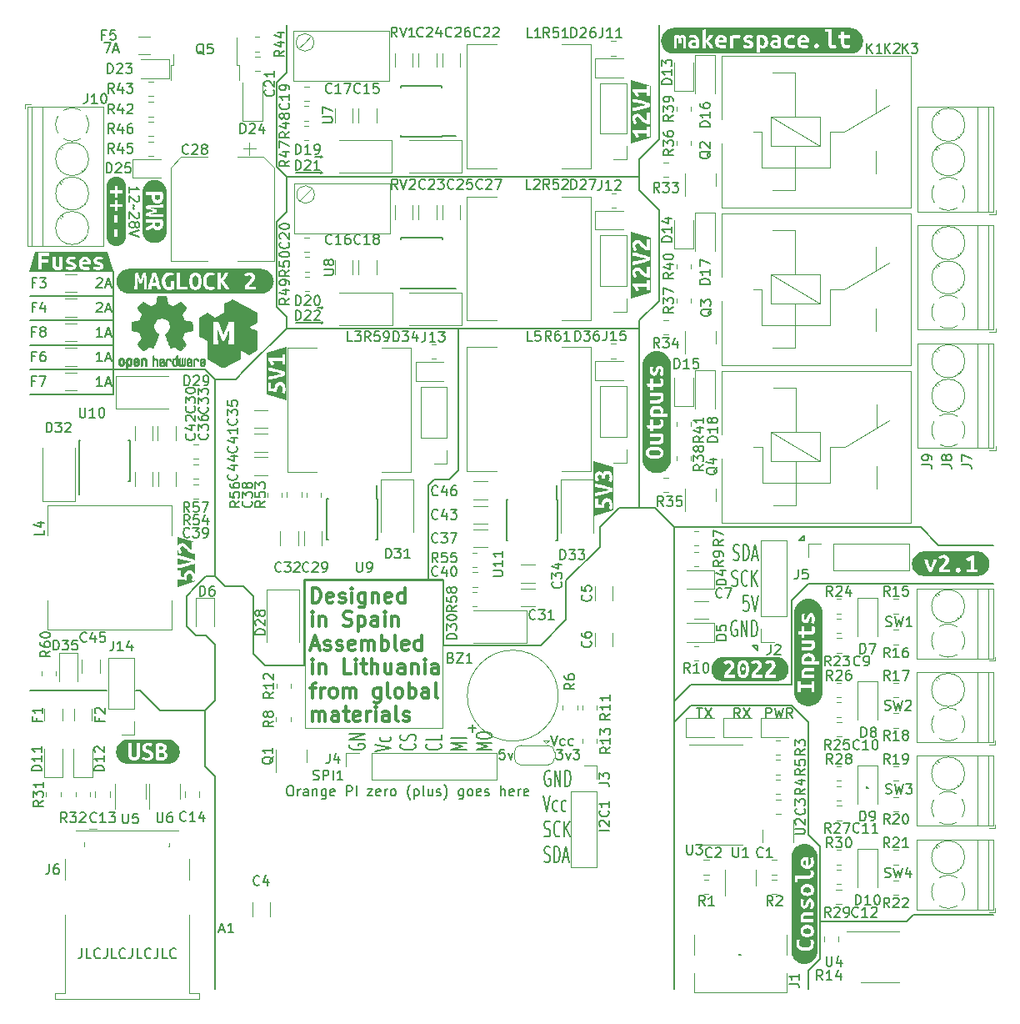
<source format=gbr>
G04 #@! TF.GenerationSoftware,KiCad,Pcbnew,6.0.5+dfsg-1~bpo11+1*
G04 #@! TF.ProjectId,maglock,6d61676c-6f63-46b2-9e6b-696361645f70,2.1*
G04 #@! TF.SameCoordinates,Original*
G04 #@! TF.FileFunction,Legend,Top*
G04 #@! TF.FilePolarity,Positive*
%FSLAX46Y46*%
G04 Gerber Fmt 4.6, Leading zero omitted, Abs format (unit mm)*
%MOMM*%
%LPD*%
G01*
G04 APERTURE LIST*
%ADD10C,0.150000*%
%ADD11C,0.300000*%
%ADD12C,0.120000*%
%ADD13C,0.010000*%
%ADD14C,2.000000*%
%ADD15R,5.400000X2.900000*%
%ADD16R,1.200000X0.900000*%
%ADD17C,3.000000*%
%ADD18R,1.000000X1.500000*%
%ADD19R,1.700000X1.700000*%
%ADD20O,1.700000X1.700000*%
%ADD21R,2.400000X3.100000*%
%ADD22C,0.770000*%
%ADD23R,2.400000X2.400000*%
%ADD24C,2.400000*%
%ADD25C,1.440000*%
%ADD26R,1.800000X2.500000*%
%ADD27R,2.500000X1.800000*%
%ADD28C,0.800000*%
%ADD29C,7.000000*%
%ADD30R,1.200000X2.200000*%
%ADD31R,5.800000X6.400000*%
%ADD32C,0.650000*%
%ADD33R,0.600000X1.450000*%
%ADD34R,0.300000X1.450000*%
%ADD35O,1.000000X2.100000*%
%ADD36O,1.000000X1.600000*%
%ADD37R,3.100000X2.400000*%
%ADD38R,1.600000X1.600000*%
%ADD39C,1.600000*%
%ADD40R,1.500000X1.500000*%
%ADD41C,1.500000*%
%ADD42R,2.900000X5.400000*%
%ADD43C,5.500000*%
%ADD44C,1.700000*%
G04 APERTURE END LIST*
D10*
X145600000Y-101600000D02*
X145600000Y-108300000D01*
X163000000Y-103000000D02*
X165000000Y-101000000D01*
X110700000Y-135000000D02*
X110700000Y-135000000D01*
X110700000Y-135000000D02*
X110700000Y-135400000D01*
X110700000Y-135400000D02*
X110700000Y-135400000D01*
X110700000Y-135400000D02*
X110700000Y-135000000D01*
X123000000Y-114000000D02*
X123900000Y-114900000D01*
X179000000Y-115000000D02*
X178500000Y-115000000D01*
X134800000Y-66960000D02*
X134700000Y-66860000D01*
X105100000Y-87000000D02*
X113605000Y-87000000D01*
X159600000Y-108400000D02*
X163000000Y-105000000D01*
X134700000Y-65460000D02*
X134800000Y-65360000D01*
X118300000Y-121600000D02*
X122900000Y-121600000D01*
X132112500Y-82200000D02*
X134812500Y-82200000D01*
X145600000Y-98700000D02*
X145600000Y-101600000D01*
X168600000Y-101000000D02*
X165000000Y-101000000D01*
X105100000Y-119600000D02*
X112600000Y-119600000D01*
X131200000Y-81600000D02*
X131200000Y-82800000D01*
X185500000Y-143000000D02*
X194200000Y-143000000D01*
X169000000Y-70800000D02*
X169000000Y-80000000D01*
X112600000Y-119600000D02*
X112900000Y-119600000D01*
X127800000Y-110000000D02*
X127800000Y-115800000D01*
X122900000Y-121600000D02*
X123900000Y-120600000D01*
X184200000Y-148000000D02*
X185400000Y-146800000D01*
X122900000Y-121600000D02*
X122900000Y-127300000D01*
X184200000Y-108700000D02*
X203000000Y-108700000D01*
X134700000Y-66860000D02*
X134700000Y-67060000D01*
X182500000Y-121100000D02*
X172300000Y-121100000D01*
X116300000Y-119600000D02*
X118300000Y-121600000D01*
X184200000Y-122800000D02*
X182500000Y-121100000D01*
X131200000Y-67400000D02*
X167000000Y-67400000D01*
X119300000Y-135050000D02*
X119300000Y-135400000D01*
X184200000Y-148000000D02*
X184200000Y-149900000D01*
X190100000Y-129500000D02*
X190300000Y-129500000D01*
X182500000Y-119000000D02*
X172300000Y-119000000D01*
X123900000Y-128300000D02*
X123900000Y-149900000D01*
X123900000Y-88000000D02*
X123900000Y-108000000D01*
X105100000Y-84500000D02*
X113605000Y-84500000D01*
X163000000Y-105000000D02*
X163000000Y-103000000D01*
X134700000Y-65260000D02*
X134700000Y-65460000D01*
X133000000Y-117000000D02*
X133000000Y-108300000D01*
X133000000Y-108300000D02*
X147100000Y-108300000D01*
X121000000Y-113000000D02*
X122000000Y-114000000D01*
X169000000Y-80000000D02*
X167000000Y-82000000D01*
X115900000Y-119600000D02*
X116300000Y-119600000D01*
X105100000Y-77000000D02*
X113600000Y-77000000D01*
X129000000Y-117000000D02*
X133000000Y-117000000D01*
X131200000Y-71000000D02*
X130200000Y-72000000D01*
X122000000Y-109000000D02*
X121000000Y-110000000D01*
X127800000Y-115800000D02*
X129000000Y-117000000D01*
X122900000Y-87000000D02*
X123900000Y-88000000D01*
X183800000Y-104300000D02*
X183800000Y-103800000D01*
X134712500Y-80800000D02*
X134812500Y-80700000D01*
X167000000Y-65600000D02*
X169000000Y-63600000D01*
X124900000Y-109000000D02*
X126800000Y-109000000D01*
X172300000Y-119000000D02*
X170600000Y-120700000D01*
X177200000Y-146300000D02*
X177200000Y-146400000D01*
X134712500Y-82300000D02*
X134812500Y-82200000D01*
X147100000Y-108300000D02*
X147100000Y-115000000D01*
X183300000Y-104300000D02*
X183800000Y-104300000D01*
X122000000Y-114000000D02*
X123000000Y-114000000D01*
X167000000Y-68800000D02*
X167000000Y-65600000D01*
X182500000Y-119000000D02*
X182500000Y-110400000D01*
X147700000Y-98100000D02*
X146200000Y-98100000D01*
X126800000Y-109000000D02*
X127800000Y-110000000D01*
X167000000Y-82000000D02*
X167000000Y-101000000D01*
X194900000Y-142300000D02*
X203000000Y-142300000D01*
X134812500Y-82200000D02*
X134712500Y-82100000D01*
X134800000Y-65360000D02*
X134700000Y-65260000D01*
X197400000Y-104800000D02*
X203000000Y-104800000D01*
X122900000Y-127300000D02*
X123900000Y-128300000D01*
X179000000Y-115500000D02*
X179000000Y-115000000D01*
X121000000Y-110000000D02*
X121000000Y-113000000D01*
X170600000Y-120700000D02*
X170600000Y-103000000D01*
X170600000Y-122800000D02*
X170600000Y-149900000D01*
X134712500Y-80600000D02*
X134712500Y-80800000D01*
X123000000Y-108000000D02*
X122000000Y-109000000D01*
X168600000Y-101000000D02*
X170600000Y-103000000D01*
X194200000Y-143000000D02*
X194900000Y-142300000D01*
X131200000Y-82800000D02*
X127000000Y-87000000D01*
X123900000Y-88000000D02*
X126000000Y-88000000D01*
X184200000Y-134200000D02*
X184200000Y-122800000D01*
X134812500Y-80700000D02*
X134712500Y-80600000D01*
X170600000Y-122800000D02*
X172300000Y-121100000D01*
X167000000Y-68800000D02*
X169000000Y-70800000D01*
X134312500Y-80700000D02*
X134812500Y-80700000D01*
X182500000Y-110400000D02*
X184200000Y-108700000D01*
X131200000Y-56800000D02*
X131200000Y-52000000D01*
X105100000Y-79500000D02*
X113605000Y-79500000D01*
X195600000Y-103000000D02*
X197400000Y-104800000D01*
X126000000Y-88000000D02*
X127000000Y-87000000D01*
X159600000Y-112400000D02*
X159600000Y-108400000D01*
X170600000Y-120700000D02*
X170600000Y-122800000D01*
X124900000Y-109000000D02*
X123900000Y-108000000D01*
X105100000Y-82000000D02*
X113605000Y-82000000D01*
X157000000Y-115000000D02*
X159600000Y-112400000D01*
X134712500Y-82100000D02*
X134712500Y-82300000D01*
X131200000Y-67400000D02*
X131200000Y-71000000D01*
X148600000Y-82800000D02*
X148600000Y-97200000D01*
X177200000Y-146400000D02*
X177300000Y-146400000D01*
X123900000Y-120600000D02*
X123900000Y-114900000D01*
X113600000Y-89500000D02*
X113600000Y-77000000D01*
X190100000Y-129300000D02*
X190100000Y-129500000D01*
X130200000Y-66400000D02*
X130200000Y-57800000D01*
X134100000Y-65360000D02*
X134800000Y-65360000D01*
X131200000Y-81600000D02*
X130200000Y-80600000D01*
X134700000Y-67060000D02*
X134800000Y-66960000D01*
X122900000Y-87000000D02*
X113700000Y-87000000D01*
X148600000Y-97200000D02*
X147700000Y-98100000D01*
X132100000Y-66960000D02*
X134800000Y-66960000D01*
X123900000Y-108000000D02*
X123000000Y-108000000D01*
X130200000Y-66400000D02*
X131200000Y-67400000D01*
X130200000Y-80600000D02*
X130200000Y-72000000D01*
X167000000Y-82800000D02*
X131200000Y-82800000D01*
X169000000Y-63600000D02*
X169000000Y-52000000D01*
X185400000Y-146800000D02*
X185400000Y-135400000D01*
X146200000Y-98100000D02*
X145600000Y-98700000D01*
X183800000Y-103800000D02*
X183300000Y-104300000D01*
X147100000Y-115000000D02*
X157000000Y-115000000D01*
X178500000Y-115000000D02*
X179000000Y-115500000D01*
X105100000Y-89500000D02*
X113600000Y-89500000D01*
X170600000Y-103000000D02*
X195600000Y-103000000D01*
X130200000Y-57800000D02*
X131200000Y-56800000D01*
X185400000Y-135400000D02*
X184200000Y-134200000D01*
D11*
X133820142Y-110628071D02*
X133820142Y-109128071D01*
X134177285Y-109128071D01*
X134391571Y-109199500D01*
X134534428Y-109342357D01*
X134605857Y-109485214D01*
X134677285Y-109770928D01*
X134677285Y-109985214D01*
X134605857Y-110270928D01*
X134534428Y-110413785D01*
X134391571Y-110556642D01*
X134177285Y-110628071D01*
X133820142Y-110628071D01*
X135891571Y-110556642D02*
X135748714Y-110628071D01*
X135463000Y-110628071D01*
X135320142Y-110556642D01*
X135248714Y-110413785D01*
X135248714Y-109842357D01*
X135320142Y-109699500D01*
X135463000Y-109628071D01*
X135748714Y-109628071D01*
X135891571Y-109699500D01*
X135963000Y-109842357D01*
X135963000Y-109985214D01*
X135248714Y-110128071D01*
X136534428Y-110556642D02*
X136677285Y-110628071D01*
X136963000Y-110628071D01*
X137105857Y-110556642D01*
X137177285Y-110413785D01*
X137177285Y-110342357D01*
X137105857Y-110199500D01*
X136963000Y-110128071D01*
X136748714Y-110128071D01*
X136605857Y-110056642D01*
X136534428Y-109913785D01*
X136534428Y-109842357D01*
X136605857Y-109699500D01*
X136748714Y-109628071D01*
X136963000Y-109628071D01*
X137105857Y-109699500D01*
X137820142Y-110628071D02*
X137820142Y-109628071D01*
X137820142Y-109128071D02*
X137748714Y-109199500D01*
X137820142Y-109270928D01*
X137891571Y-109199500D01*
X137820142Y-109128071D01*
X137820142Y-109270928D01*
X139177285Y-109628071D02*
X139177285Y-110842357D01*
X139105857Y-110985214D01*
X139034428Y-111056642D01*
X138891571Y-111128071D01*
X138677285Y-111128071D01*
X138534428Y-111056642D01*
X139177285Y-110556642D02*
X139034428Y-110628071D01*
X138748714Y-110628071D01*
X138605857Y-110556642D01*
X138534428Y-110485214D01*
X138463000Y-110342357D01*
X138463000Y-109913785D01*
X138534428Y-109770928D01*
X138605857Y-109699500D01*
X138748714Y-109628071D01*
X139034428Y-109628071D01*
X139177285Y-109699500D01*
X139891571Y-109628071D02*
X139891571Y-110628071D01*
X139891571Y-109770928D02*
X139963000Y-109699500D01*
X140105857Y-109628071D01*
X140320142Y-109628071D01*
X140463000Y-109699500D01*
X140534428Y-109842357D01*
X140534428Y-110628071D01*
X141820142Y-110556642D02*
X141677285Y-110628071D01*
X141391571Y-110628071D01*
X141248714Y-110556642D01*
X141177285Y-110413785D01*
X141177285Y-109842357D01*
X141248714Y-109699500D01*
X141391571Y-109628071D01*
X141677285Y-109628071D01*
X141820142Y-109699500D01*
X141891571Y-109842357D01*
X141891571Y-109985214D01*
X141177285Y-110128071D01*
X143177285Y-110628071D02*
X143177285Y-109128071D01*
X143177285Y-110556642D02*
X143034428Y-110628071D01*
X142748714Y-110628071D01*
X142605857Y-110556642D01*
X142534428Y-110485214D01*
X142463000Y-110342357D01*
X142463000Y-109913785D01*
X142534428Y-109770928D01*
X142605857Y-109699500D01*
X142748714Y-109628071D01*
X143034428Y-109628071D01*
X143177285Y-109699500D01*
X133820142Y-113043071D02*
X133820142Y-112043071D01*
X133820142Y-111543071D02*
X133748714Y-111614500D01*
X133820142Y-111685928D01*
X133891571Y-111614500D01*
X133820142Y-111543071D01*
X133820142Y-111685928D01*
X134534428Y-112043071D02*
X134534428Y-113043071D01*
X134534428Y-112185928D02*
X134605857Y-112114500D01*
X134748714Y-112043071D01*
X134963000Y-112043071D01*
X135105857Y-112114500D01*
X135177285Y-112257357D01*
X135177285Y-113043071D01*
X136963000Y-112971642D02*
X137177285Y-113043071D01*
X137534428Y-113043071D01*
X137677285Y-112971642D01*
X137748714Y-112900214D01*
X137820142Y-112757357D01*
X137820142Y-112614500D01*
X137748714Y-112471642D01*
X137677285Y-112400214D01*
X137534428Y-112328785D01*
X137248714Y-112257357D01*
X137105857Y-112185928D01*
X137034428Y-112114500D01*
X136963000Y-111971642D01*
X136963000Y-111828785D01*
X137034428Y-111685928D01*
X137105857Y-111614500D01*
X137248714Y-111543071D01*
X137605857Y-111543071D01*
X137820142Y-111614500D01*
X138463000Y-112043071D02*
X138463000Y-113543071D01*
X138463000Y-112114500D02*
X138605857Y-112043071D01*
X138891571Y-112043071D01*
X139034428Y-112114500D01*
X139105857Y-112185928D01*
X139177285Y-112328785D01*
X139177285Y-112757357D01*
X139105857Y-112900214D01*
X139034428Y-112971642D01*
X138891571Y-113043071D01*
X138605857Y-113043071D01*
X138463000Y-112971642D01*
X140463000Y-113043071D02*
X140463000Y-112257357D01*
X140391571Y-112114500D01*
X140248714Y-112043071D01*
X139963000Y-112043071D01*
X139820142Y-112114500D01*
X140463000Y-112971642D02*
X140320142Y-113043071D01*
X139963000Y-113043071D01*
X139820142Y-112971642D01*
X139748714Y-112828785D01*
X139748714Y-112685928D01*
X139820142Y-112543071D01*
X139963000Y-112471642D01*
X140320142Y-112471642D01*
X140463000Y-112400214D01*
X141177285Y-113043071D02*
X141177285Y-112043071D01*
X141177285Y-111543071D02*
X141105857Y-111614500D01*
X141177285Y-111685928D01*
X141248714Y-111614500D01*
X141177285Y-111543071D01*
X141177285Y-111685928D01*
X141891571Y-112043071D02*
X141891571Y-113043071D01*
X141891571Y-112185928D02*
X141963000Y-112114500D01*
X142105857Y-112043071D01*
X142320142Y-112043071D01*
X142463000Y-112114500D01*
X142534428Y-112257357D01*
X142534428Y-113043071D01*
X133748714Y-115029500D02*
X134463000Y-115029500D01*
X133605857Y-115458071D02*
X134105857Y-113958071D01*
X134605857Y-115458071D01*
X135034428Y-115386642D02*
X135177285Y-115458071D01*
X135463000Y-115458071D01*
X135605857Y-115386642D01*
X135677285Y-115243785D01*
X135677285Y-115172357D01*
X135605857Y-115029500D01*
X135463000Y-114958071D01*
X135248714Y-114958071D01*
X135105857Y-114886642D01*
X135034428Y-114743785D01*
X135034428Y-114672357D01*
X135105857Y-114529500D01*
X135248714Y-114458071D01*
X135463000Y-114458071D01*
X135605857Y-114529500D01*
X136248714Y-115386642D02*
X136391571Y-115458071D01*
X136677285Y-115458071D01*
X136820142Y-115386642D01*
X136891571Y-115243785D01*
X136891571Y-115172357D01*
X136820142Y-115029500D01*
X136677285Y-114958071D01*
X136463000Y-114958071D01*
X136320142Y-114886642D01*
X136248714Y-114743785D01*
X136248714Y-114672357D01*
X136320142Y-114529500D01*
X136463000Y-114458071D01*
X136677285Y-114458071D01*
X136820142Y-114529500D01*
X138105857Y-115386642D02*
X137963000Y-115458071D01*
X137677285Y-115458071D01*
X137534428Y-115386642D01*
X137463000Y-115243785D01*
X137463000Y-114672357D01*
X137534428Y-114529500D01*
X137677285Y-114458071D01*
X137963000Y-114458071D01*
X138105857Y-114529500D01*
X138177285Y-114672357D01*
X138177285Y-114815214D01*
X137463000Y-114958071D01*
X138820142Y-115458071D02*
X138820142Y-114458071D01*
X138820142Y-114600928D02*
X138891571Y-114529500D01*
X139034428Y-114458071D01*
X139248714Y-114458071D01*
X139391571Y-114529500D01*
X139463000Y-114672357D01*
X139463000Y-115458071D01*
X139463000Y-114672357D02*
X139534428Y-114529500D01*
X139677285Y-114458071D01*
X139891571Y-114458071D01*
X140034428Y-114529500D01*
X140105857Y-114672357D01*
X140105857Y-115458071D01*
X140820142Y-115458071D02*
X140820142Y-113958071D01*
X140820142Y-114529500D02*
X140963000Y-114458071D01*
X141248714Y-114458071D01*
X141391571Y-114529500D01*
X141463000Y-114600928D01*
X141534428Y-114743785D01*
X141534428Y-115172357D01*
X141463000Y-115315214D01*
X141391571Y-115386642D01*
X141248714Y-115458071D01*
X140963000Y-115458071D01*
X140820142Y-115386642D01*
X142391571Y-115458071D02*
X142248714Y-115386642D01*
X142177285Y-115243785D01*
X142177285Y-113958071D01*
X143534428Y-115386642D02*
X143391571Y-115458071D01*
X143105857Y-115458071D01*
X142963000Y-115386642D01*
X142891571Y-115243785D01*
X142891571Y-114672357D01*
X142963000Y-114529500D01*
X143105857Y-114458071D01*
X143391571Y-114458071D01*
X143534428Y-114529500D01*
X143605857Y-114672357D01*
X143605857Y-114815214D01*
X142891571Y-114958071D01*
X144891571Y-115458071D02*
X144891571Y-113958071D01*
X144891571Y-115386642D02*
X144748714Y-115458071D01*
X144463000Y-115458071D01*
X144320142Y-115386642D01*
X144248714Y-115315214D01*
X144177285Y-115172357D01*
X144177285Y-114743785D01*
X144248714Y-114600928D01*
X144320142Y-114529500D01*
X144463000Y-114458071D01*
X144748714Y-114458071D01*
X144891571Y-114529500D01*
X133820142Y-117873071D02*
X133820142Y-116873071D01*
X133820142Y-116373071D02*
X133748714Y-116444500D01*
X133820142Y-116515928D01*
X133891571Y-116444500D01*
X133820142Y-116373071D01*
X133820142Y-116515928D01*
X134534428Y-116873071D02*
X134534428Y-117873071D01*
X134534428Y-117015928D02*
X134605857Y-116944500D01*
X134748714Y-116873071D01*
X134963000Y-116873071D01*
X135105857Y-116944500D01*
X135177285Y-117087357D01*
X135177285Y-117873071D01*
X137748714Y-117873071D02*
X137034428Y-117873071D01*
X137034428Y-116373071D01*
X138248714Y-117873071D02*
X138248714Y-116873071D01*
X138248714Y-116373071D02*
X138177285Y-116444500D01*
X138248714Y-116515928D01*
X138320142Y-116444500D01*
X138248714Y-116373071D01*
X138248714Y-116515928D01*
X138748714Y-116873071D02*
X139320142Y-116873071D01*
X138963000Y-116373071D02*
X138963000Y-117658785D01*
X139034428Y-117801642D01*
X139177285Y-117873071D01*
X139320142Y-117873071D01*
X139820142Y-117873071D02*
X139820142Y-116373071D01*
X140463000Y-117873071D02*
X140463000Y-117087357D01*
X140391571Y-116944500D01*
X140248714Y-116873071D01*
X140034428Y-116873071D01*
X139891571Y-116944500D01*
X139820142Y-117015928D01*
X141820142Y-116873071D02*
X141820142Y-117873071D01*
X141177285Y-116873071D02*
X141177285Y-117658785D01*
X141248714Y-117801642D01*
X141391571Y-117873071D01*
X141605857Y-117873071D01*
X141748714Y-117801642D01*
X141820142Y-117730214D01*
X143177285Y-117873071D02*
X143177285Y-117087357D01*
X143105857Y-116944500D01*
X142963000Y-116873071D01*
X142677285Y-116873071D01*
X142534428Y-116944500D01*
X143177285Y-117801642D02*
X143034428Y-117873071D01*
X142677285Y-117873071D01*
X142534428Y-117801642D01*
X142463000Y-117658785D01*
X142463000Y-117515928D01*
X142534428Y-117373071D01*
X142677285Y-117301642D01*
X143034428Y-117301642D01*
X143177285Y-117230214D01*
X143891571Y-116873071D02*
X143891571Y-117873071D01*
X143891571Y-117015928D02*
X143963000Y-116944500D01*
X144105857Y-116873071D01*
X144320142Y-116873071D01*
X144463000Y-116944500D01*
X144534428Y-117087357D01*
X144534428Y-117873071D01*
X145248714Y-117873071D02*
X145248714Y-116873071D01*
X145248714Y-116373071D02*
X145177285Y-116444500D01*
X145248714Y-116515928D01*
X145320142Y-116444500D01*
X145248714Y-116373071D01*
X145248714Y-116515928D01*
X146605857Y-117873071D02*
X146605857Y-117087357D01*
X146534428Y-116944500D01*
X146391571Y-116873071D01*
X146105857Y-116873071D01*
X145963000Y-116944500D01*
X146605857Y-117801642D02*
X146463000Y-117873071D01*
X146105857Y-117873071D01*
X145963000Y-117801642D01*
X145891571Y-117658785D01*
X145891571Y-117515928D01*
X145963000Y-117373071D01*
X146105857Y-117301642D01*
X146463000Y-117301642D01*
X146605857Y-117230214D01*
X133605857Y-119288071D02*
X134177285Y-119288071D01*
X133820142Y-120288071D02*
X133820142Y-119002357D01*
X133891571Y-118859500D01*
X134034428Y-118788071D01*
X134177285Y-118788071D01*
X134677285Y-120288071D02*
X134677285Y-119288071D01*
X134677285Y-119573785D02*
X134748714Y-119430928D01*
X134820142Y-119359500D01*
X134963000Y-119288071D01*
X135105857Y-119288071D01*
X135820142Y-120288071D02*
X135677285Y-120216642D01*
X135605857Y-120145214D01*
X135534428Y-120002357D01*
X135534428Y-119573785D01*
X135605857Y-119430928D01*
X135677285Y-119359500D01*
X135820142Y-119288071D01*
X136034428Y-119288071D01*
X136177285Y-119359500D01*
X136248714Y-119430928D01*
X136320142Y-119573785D01*
X136320142Y-120002357D01*
X136248714Y-120145214D01*
X136177285Y-120216642D01*
X136034428Y-120288071D01*
X135820142Y-120288071D01*
X136963000Y-120288071D02*
X136963000Y-119288071D01*
X136963000Y-119430928D02*
X137034428Y-119359500D01*
X137177285Y-119288071D01*
X137391571Y-119288071D01*
X137534428Y-119359500D01*
X137605857Y-119502357D01*
X137605857Y-120288071D01*
X137605857Y-119502357D02*
X137677285Y-119359500D01*
X137820142Y-119288071D01*
X138034428Y-119288071D01*
X138177285Y-119359500D01*
X138248714Y-119502357D01*
X138248714Y-120288071D01*
X140748714Y-119288071D02*
X140748714Y-120502357D01*
X140677285Y-120645214D01*
X140605857Y-120716642D01*
X140463000Y-120788071D01*
X140248714Y-120788071D01*
X140105857Y-120716642D01*
X140748714Y-120216642D02*
X140605857Y-120288071D01*
X140320142Y-120288071D01*
X140177285Y-120216642D01*
X140105857Y-120145214D01*
X140034428Y-120002357D01*
X140034428Y-119573785D01*
X140105857Y-119430928D01*
X140177285Y-119359500D01*
X140320142Y-119288071D01*
X140605857Y-119288071D01*
X140748714Y-119359500D01*
X141677285Y-120288071D02*
X141534428Y-120216642D01*
X141463000Y-120073785D01*
X141463000Y-118788071D01*
X142463000Y-120288071D02*
X142320142Y-120216642D01*
X142248714Y-120145214D01*
X142177285Y-120002357D01*
X142177285Y-119573785D01*
X142248714Y-119430928D01*
X142320142Y-119359500D01*
X142463000Y-119288071D01*
X142677285Y-119288071D01*
X142820142Y-119359500D01*
X142891571Y-119430928D01*
X142963000Y-119573785D01*
X142963000Y-120002357D01*
X142891571Y-120145214D01*
X142820142Y-120216642D01*
X142677285Y-120288071D01*
X142463000Y-120288071D01*
X143605857Y-120288071D02*
X143605857Y-118788071D01*
X143605857Y-119359500D02*
X143748714Y-119288071D01*
X144034428Y-119288071D01*
X144177285Y-119359500D01*
X144248714Y-119430928D01*
X144320142Y-119573785D01*
X144320142Y-120002357D01*
X144248714Y-120145214D01*
X144177285Y-120216642D01*
X144034428Y-120288071D01*
X143748714Y-120288071D01*
X143605857Y-120216642D01*
X145605857Y-120288071D02*
X145605857Y-119502357D01*
X145534428Y-119359500D01*
X145391571Y-119288071D01*
X145105857Y-119288071D01*
X144963000Y-119359500D01*
X145605857Y-120216642D02*
X145463000Y-120288071D01*
X145105857Y-120288071D01*
X144963000Y-120216642D01*
X144891571Y-120073785D01*
X144891571Y-119930928D01*
X144963000Y-119788071D01*
X145105857Y-119716642D01*
X145463000Y-119716642D01*
X145605857Y-119645214D01*
X146534428Y-120288071D02*
X146391571Y-120216642D01*
X146320142Y-120073785D01*
X146320142Y-118788071D01*
X133820142Y-122703071D02*
X133820142Y-121703071D01*
X133820142Y-121845928D02*
X133891571Y-121774500D01*
X134034428Y-121703071D01*
X134248714Y-121703071D01*
X134391571Y-121774500D01*
X134463000Y-121917357D01*
X134463000Y-122703071D01*
X134463000Y-121917357D02*
X134534428Y-121774500D01*
X134677285Y-121703071D01*
X134891571Y-121703071D01*
X135034428Y-121774500D01*
X135105857Y-121917357D01*
X135105857Y-122703071D01*
X136463000Y-122703071D02*
X136463000Y-121917357D01*
X136391571Y-121774500D01*
X136248714Y-121703071D01*
X135963000Y-121703071D01*
X135820142Y-121774500D01*
X136463000Y-122631642D02*
X136320142Y-122703071D01*
X135963000Y-122703071D01*
X135820142Y-122631642D01*
X135748714Y-122488785D01*
X135748714Y-122345928D01*
X135820142Y-122203071D01*
X135963000Y-122131642D01*
X136320142Y-122131642D01*
X136463000Y-122060214D01*
X136963000Y-121703071D02*
X137534428Y-121703071D01*
X137177285Y-121203071D02*
X137177285Y-122488785D01*
X137248714Y-122631642D01*
X137391571Y-122703071D01*
X137534428Y-122703071D01*
X138605857Y-122631642D02*
X138463000Y-122703071D01*
X138177285Y-122703071D01*
X138034428Y-122631642D01*
X137963000Y-122488785D01*
X137963000Y-121917357D01*
X138034428Y-121774500D01*
X138177285Y-121703071D01*
X138463000Y-121703071D01*
X138605857Y-121774500D01*
X138677285Y-121917357D01*
X138677285Y-122060214D01*
X137963000Y-122203071D01*
X139320142Y-122703071D02*
X139320142Y-121703071D01*
X139320142Y-121988785D02*
X139391571Y-121845928D01*
X139463000Y-121774500D01*
X139605857Y-121703071D01*
X139748714Y-121703071D01*
X140248714Y-122703071D02*
X140248714Y-121703071D01*
X140248714Y-121203071D02*
X140177285Y-121274500D01*
X140248714Y-121345928D01*
X140320142Y-121274500D01*
X140248714Y-121203071D01*
X140248714Y-121345928D01*
X141605857Y-122703071D02*
X141605857Y-121917357D01*
X141534428Y-121774500D01*
X141391571Y-121703071D01*
X141105857Y-121703071D01*
X140963000Y-121774500D01*
X141605857Y-122631642D02*
X141463000Y-122703071D01*
X141105857Y-122703071D01*
X140963000Y-122631642D01*
X140891571Y-122488785D01*
X140891571Y-122345928D01*
X140963000Y-122203071D01*
X141105857Y-122131642D01*
X141463000Y-122131642D01*
X141605857Y-122060214D01*
X142534428Y-122703071D02*
X142391571Y-122631642D01*
X142320142Y-122488785D01*
X142320142Y-121203071D01*
X143034428Y-122631642D02*
X143177285Y-122703071D01*
X143463000Y-122703071D01*
X143605857Y-122631642D01*
X143677285Y-122488785D01*
X143677285Y-122417357D01*
X143605857Y-122274500D01*
X143463000Y-122203071D01*
X143248714Y-122203071D01*
X143105857Y-122131642D01*
X143034428Y-121988785D01*
X143034428Y-121917357D01*
X143105857Y-121774500D01*
X143248714Y-121703071D01*
X143463000Y-121703071D01*
X143605857Y-121774500D01*
D10*
X157959404Y-127736000D02*
X157864166Y-127659809D01*
X157721309Y-127659809D01*
X157578452Y-127736000D01*
X157483214Y-127888380D01*
X157435595Y-128040761D01*
X157387976Y-128345523D01*
X157387976Y-128574095D01*
X157435595Y-128878857D01*
X157483214Y-129031238D01*
X157578452Y-129183619D01*
X157721309Y-129259809D01*
X157816547Y-129259809D01*
X157959404Y-129183619D01*
X158007023Y-129107428D01*
X158007023Y-128574095D01*
X157816547Y-128574095D01*
X158435595Y-129259809D02*
X158435595Y-127659809D01*
X159007023Y-129259809D01*
X159007023Y-127659809D01*
X159483214Y-129259809D02*
X159483214Y-127659809D01*
X159721309Y-127659809D01*
X159864166Y-127736000D01*
X159959404Y-127888380D01*
X160007023Y-128040761D01*
X160054642Y-128345523D01*
X160054642Y-128574095D01*
X160007023Y-128878857D01*
X159959404Y-129031238D01*
X159864166Y-129183619D01*
X159721309Y-129259809D01*
X159483214Y-129259809D01*
X157292738Y-130235809D02*
X157626071Y-131835809D01*
X157959404Y-130235809D01*
X158721309Y-131759619D02*
X158626071Y-131835809D01*
X158435595Y-131835809D01*
X158340357Y-131759619D01*
X158292738Y-131683428D01*
X158245119Y-131531047D01*
X158245119Y-131073904D01*
X158292738Y-130921523D01*
X158340357Y-130845333D01*
X158435595Y-130769142D01*
X158626071Y-130769142D01*
X158721309Y-130845333D01*
X159578452Y-131759619D02*
X159483214Y-131835809D01*
X159292738Y-131835809D01*
X159197500Y-131759619D01*
X159149880Y-131683428D01*
X159102261Y-131531047D01*
X159102261Y-131073904D01*
X159149880Y-130921523D01*
X159197500Y-130845333D01*
X159292738Y-130769142D01*
X159483214Y-130769142D01*
X159578452Y-130845333D01*
X157387976Y-134335619D02*
X157530833Y-134411809D01*
X157768928Y-134411809D01*
X157864166Y-134335619D01*
X157911785Y-134259428D01*
X157959404Y-134107047D01*
X157959404Y-133954666D01*
X157911785Y-133802285D01*
X157864166Y-133726095D01*
X157768928Y-133649904D01*
X157578452Y-133573714D01*
X157483214Y-133497523D01*
X157435595Y-133421333D01*
X157387976Y-133268952D01*
X157387976Y-133116571D01*
X157435595Y-132964190D01*
X157483214Y-132888000D01*
X157578452Y-132811809D01*
X157816547Y-132811809D01*
X157959404Y-132888000D01*
X158959404Y-134259428D02*
X158911785Y-134335619D01*
X158768928Y-134411809D01*
X158673690Y-134411809D01*
X158530833Y-134335619D01*
X158435595Y-134183238D01*
X158387976Y-134030857D01*
X158340357Y-133726095D01*
X158340357Y-133497523D01*
X158387976Y-133192761D01*
X158435595Y-133040380D01*
X158530833Y-132888000D01*
X158673690Y-132811809D01*
X158768928Y-132811809D01*
X158911785Y-132888000D01*
X158959404Y-132964190D01*
X159387976Y-134411809D02*
X159387976Y-132811809D01*
X159959404Y-134411809D02*
X159530833Y-133497523D01*
X159959404Y-132811809D02*
X159387976Y-133726095D01*
X157387976Y-136911619D02*
X157530833Y-136987809D01*
X157768928Y-136987809D01*
X157864166Y-136911619D01*
X157911785Y-136835428D01*
X157959404Y-136683047D01*
X157959404Y-136530666D01*
X157911785Y-136378285D01*
X157864166Y-136302095D01*
X157768928Y-136225904D01*
X157578452Y-136149714D01*
X157483214Y-136073523D01*
X157435595Y-135997333D01*
X157387976Y-135844952D01*
X157387976Y-135692571D01*
X157435595Y-135540190D01*
X157483214Y-135464000D01*
X157578452Y-135387809D01*
X157816547Y-135387809D01*
X157959404Y-135464000D01*
X158387976Y-136987809D02*
X158387976Y-135387809D01*
X158626071Y-135387809D01*
X158768928Y-135464000D01*
X158864166Y-135616380D01*
X158911785Y-135768761D01*
X158959404Y-136073523D01*
X158959404Y-136302095D01*
X158911785Y-136606857D01*
X158864166Y-136759238D01*
X158768928Y-136911619D01*
X158626071Y-136987809D01*
X158387976Y-136987809D01*
X159340357Y-136530666D02*
X159816547Y-136530666D01*
X159245119Y-136987809D02*
X159578452Y-135387809D01*
X159911785Y-136987809D01*
X153311785Y-125552380D02*
X152835595Y-125552380D01*
X152787976Y-126028571D01*
X152835595Y-125980952D01*
X152930833Y-125933333D01*
X153168928Y-125933333D01*
X153264166Y-125980952D01*
X153311785Y-126028571D01*
X153359404Y-126123809D01*
X153359404Y-126361904D01*
X153311785Y-126457142D01*
X153264166Y-126504761D01*
X153168928Y-126552380D01*
X152930833Y-126552380D01*
X152835595Y-126504761D01*
X152787976Y-126457142D01*
X153692738Y-125885714D02*
X153930833Y-126552380D01*
X154168928Y-125885714D01*
X176583452Y-106283619D02*
X176726309Y-106359809D01*
X176964404Y-106359809D01*
X177059642Y-106283619D01*
X177107261Y-106207428D01*
X177154880Y-106055047D01*
X177154880Y-105902666D01*
X177107261Y-105750285D01*
X177059642Y-105674095D01*
X176964404Y-105597904D01*
X176773928Y-105521714D01*
X176678690Y-105445523D01*
X176631071Y-105369333D01*
X176583452Y-105216952D01*
X176583452Y-105064571D01*
X176631071Y-104912190D01*
X176678690Y-104836000D01*
X176773928Y-104759809D01*
X177012023Y-104759809D01*
X177154880Y-104836000D01*
X177583452Y-106359809D02*
X177583452Y-104759809D01*
X177821547Y-104759809D01*
X177964404Y-104836000D01*
X178059642Y-104988380D01*
X178107261Y-105140761D01*
X178154880Y-105445523D01*
X178154880Y-105674095D01*
X178107261Y-105978857D01*
X178059642Y-106131238D01*
X177964404Y-106283619D01*
X177821547Y-106359809D01*
X177583452Y-106359809D01*
X178535833Y-105902666D02*
X179012023Y-105902666D01*
X178440595Y-106359809D02*
X178773928Y-104759809D01*
X179107261Y-106359809D01*
X176440595Y-108859619D02*
X176583452Y-108935809D01*
X176821547Y-108935809D01*
X176916785Y-108859619D01*
X176964404Y-108783428D01*
X177012023Y-108631047D01*
X177012023Y-108478666D01*
X176964404Y-108326285D01*
X176916785Y-108250095D01*
X176821547Y-108173904D01*
X176631071Y-108097714D01*
X176535833Y-108021523D01*
X176488214Y-107945333D01*
X176440595Y-107792952D01*
X176440595Y-107640571D01*
X176488214Y-107488190D01*
X176535833Y-107412000D01*
X176631071Y-107335809D01*
X176869166Y-107335809D01*
X177012023Y-107412000D01*
X178012023Y-108783428D02*
X177964404Y-108859619D01*
X177821547Y-108935809D01*
X177726309Y-108935809D01*
X177583452Y-108859619D01*
X177488214Y-108707238D01*
X177440595Y-108554857D01*
X177392976Y-108250095D01*
X177392976Y-108021523D01*
X177440595Y-107716761D01*
X177488214Y-107564380D01*
X177583452Y-107412000D01*
X177726309Y-107335809D01*
X177821547Y-107335809D01*
X177964404Y-107412000D01*
X178012023Y-107488190D01*
X178440595Y-108935809D02*
X178440595Y-107335809D01*
X179012023Y-108935809D02*
X178583452Y-108021523D01*
X179012023Y-107335809D02*
X178440595Y-108250095D01*
X178107261Y-109911809D02*
X177631071Y-109911809D01*
X177583452Y-110673714D01*
X177631071Y-110597523D01*
X177726309Y-110521333D01*
X177964404Y-110521333D01*
X178059642Y-110597523D01*
X178107261Y-110673714D01*
X178154880Y-110826095D01*
X178154880Y-111207047D01*
X178107261Y-111359428D01*
X178059642Y-111435619D01*
X177964404Y-111511809D01*
X177726309Y-111511809D01*
X177631071Y-111435619D01*
X177583452Y-111359428D01*
X178440595Y-109911809D02*
X178773928Y-111511809D01*
X179107261Y-109911809D01*
X176916785Y-112564000D02*
X176821547Y-112487809D01*
X176678690Y-112487809D01*
X176535833Y-112564000D01*
X176440595Y-112716380D01*
X176392976Y-112868761D01*
X176345357Y-113173523D01*
X176345357Y-113402095D01*
X176392976Y-113706857D01*
X176440595Y-113859238D01*
X176535833Y-114011619D01*
X176678690Y-114087809D01*
X176773928Y-114087809D01*
X176916785Y-114011619D01*
X176964404Y-113935428D01*
X176964404Y-113402095D01*
X176773928Y-113402095D01*
X177392976Y-114087809D02*
X177392976Y-112487809D01*
X177964404Y-114087809D01*
X177964404Y-112487809D01*
X178440595Y-114087809D02*
X178440595Y-112487809D01*
X178678690Y-112487809D01*
X178821547Y-112564000D01*
X178916785Y-112716380D01*
X178964404Y-112868761D01*
X179012023Y-113173523D01*
X179012023Y-113402095D01*
X178964404Y-113706857D01*
X178916785Y-113859238D01*
X178821547Y-114011619D01*
X178678690Y-114087809D01*
X178440595Y-114087809D01*
X158009523Y-124152380D02*
X158342857Y-125152380D01*
X158676190Y-124152380D01*
X159438095Y-125104761D02*
X159342857Y-125152380D01*
X159152380Y-125152380D01*
X159057142Y-125104761D01*
X159009523Y-125057142D01*
X158961904Y-124961904D01*
X158961904Y-124676190D01*
X159009523Y-124580952D01*
X159057142Y-124533333D01*
X159152380Y-124485714D01*
X159342857Y-124485714D01*
X159438095Y-124533333D01*
X160295238Y-125104761D02*
X160200000Y-125152380D01*
X160009523Y-125152380D01*
X159914285Y-125104761D01*
X159866666Y-125057142D01*
X159819047Y-124961904D01*
X159819047Y-124676190D01*
X159866666Y-124580952D01*
X159914285Y-124533333D01*
X160009523Y-124485714D01*
X160200000Y-124485714D01*
X160295238Y-124533333D01*
X137660000Y-125040595D02*
X137583809Y-125135833D01*
X137583809Y-125278690D01*
X137660000Y-125421547D01*
X137812380Y-125516785D01*
X137964761Y-125564404D01*
X138269523Y-125612023D01*
X138498095Y-125612023D01*
X138802857Y-125564404D01*
X138955238Y-125516785D01*
X139107619Y-125421547D01*
X139183809Y-125278690D01*
X139183809Y-125183452D01*
X139107619Y-125040595D01*
X139031428Y-124992976D01*
X138498095Y-124992976D01*
X138498095Y-125183452D01*
X139183809Y-124564404D02*
X137583809Y-124564404D01*
X139183809Y-123992976D01*
X137583809Y-123992976D01*
X140159809Y-125707261D02*
X141759809Y-125373928D01*
X140159809Y-125040595D01*
X141683619Y-124278690D02*
X141759809Y-124373928D01*
X141759809Y-124564404D01*
X141683619Y-124659642D01*
X141607428Y-124707261D01*
X141455047Y-124754880D01*
X140997904Y-124754880D01*
X140845523Y-124707261D01*
X140769333Y-124659642D01*
X140693142Y-124564404D01*
X140693142Y-124373928D01*
X140769333Y-124278690D01*
X144183428Y-124992976D02*
X144259619Y-125040595D01*
X144335809Y-125183452D01*
X144335809Y-125278690D01*
X144259619Y-125421547D01*
X144107238Y-125516785D01*
X143954857Y-125564404D01*
X143650095Y-125612023D01*
X143421523Y-125612023D01*
X143116761Y-125564404D01*
X142964380Y-125516785D01*
X142812000Y-125421547D01*
X142735809Y-125278690D01*
X142735809Y-125183452D01*
X142812000Y-125040595D01*
X142888190Y-124992976D01*
X144259619Y-124612023D02*
X144335809Y-124469166D01*
X144335809Y-124231071D01*
X144259619Y-124135833D01*
X144183428Y-124088214D01*
X144031047Y-124040595D01*
X143878666Y-124040595D01*
X143726285Y-124088214D01*
X143650095Y-124135833D01*
X143573904Y-124231071D01*
X143497714Y-124421547D01*
X143421523Y-124516785D01*
X143345333Y-124564404D01*
X143192952Y-124612023D01*
X143040571Y-124612023D01*
X142888190Y-124564404D01*
X142812000Y-124516785D01*
X142735809Y-124421547D01*
X142735809Y-124183452D01*
X142812000Y-124040595D01*
X146759428Y-124992976D02*
X146835619Y-125040595D01*
X146911809Y-125183452D01*
X146911809Y-125278690D01*
X146835619Y-125421547D01*
X146683238Y-125516785D01*
X146530857Y-125564404D01*
X146226095Y-125612023D01*
X145997523Y-125612023D01*
X145692761Y-125564404D01*
X145540380Y-125516785D01*
X145388000Y-125421547D01*
X145311809Y-125278690D01*
X145311809Y-125183452D01*
X145388000Y-125040595D01*
X145464190Y-124992976D01*
X146911809Y-124088214D02*
X146911809Y-124564404D01*
X145311809Y-124564404D01*
X149487809Y-125564404D02*
X147887809Y-125564404D01*
X149030666Y-125231071D01*
X147887809Y-124897738D01*
X149487809Y-124897738D01*
X149487809Y-124421547D02*
X147887809Y-124421547D01*
X152063809Y-125564404D02*
X150463809Y-125564404D01*
X151606666Y-125231071D01*
X150463809Y-124897738D01*
X152063809Y-124897738D01*
X150463809Y-124231071D02*
X150463809Y-124040595D01*
X150540000Y-123945357D01*
X150692380Y-123850119D01*
X150997142Y-123802500D01*
X151530476Y-123802500D01*
X151835238Y-123850119D01*
X151987619Y-123945357D01*
X152063809Y-124040595D01*
X152063809Y-124231071D01*
X151987619Y-124326309D01*
X151835238Y-124421547D01*
X151530476Y-124469166D01*
X150997142Y-124469166D01*
X150692380Y-124421547D01*
X150540000Y-124326309D01*
X150463809Y-124231071D01*
X158609523Y-125552380D02*
X159228571Y-125552380D01*
X158895238Y-125933333D01*
X159038095Y-125933333D01*
X159133333Y-125980952D01*
X159180952Y-126028571D01*
X159228571Y-126123809D01*
X159228571Y-126361904D01*
X159180952Y-126457142D01*
X159133333Y-126504761D01*
X159038095Y-126552380D01*
X158752380Y-126552380D01*
X158657142Y-126504761D01*
X158609523Y-126457142D01*
X159561904Y-125885714D02*
X159800000Y-126552380D01*
X160038095Y-125885714D01*
X160323809Y-125552380D02*
X160942857Y-125552380D01*
X160609523Y-125933333D01*
X160752380Y-125933333D01*
X160847619Y-125980952D01*
X160895238Y-126028571D01*
X160942857Y-126123809D01*
X160942857Y-126361904D01*
X160895238Y-126457142D01*
X160847619Y-126504761D01*
X160752380Y-126552380D01*
X160466666Y-126552380D01*
X160371428Y-126504761D01*
X160323809Y-126457142D01*
X110380952Y-145752380D02*
X110380952Y-146466666D01*
X110333333Y-146609523D01*
X110238095Y-146704761D01*
X110095238Y-146752380D01*
X110000000Y-146752380D01*
X111333333Y-146752380D02*
X110857142Y-146752380D01*
X110857142Y-145752380D01*
X112238095Y-146657142D02*
X112190476Y-146704761D01*
X112047619Y-146752380D01*
X111952380Y-146752380D01*
X111809523Y-146704761D01*
X111714285Y-146609523D01*
X111666666Y-146514285D01*
X111619047Y-146323809D01*
X111619047Y-146180952D01*
X111666666Y-145990476D01*
X111714285Y-145895238D01*
X111809523Y-145800000D01*
X111952380Y-145752380D01*
X112047619Y-145752380D01*
X112190476Y-145800000D01*
X112238095Y-145847619D01*
X112952380Y-145752380D02*
X112952380Y-146466666D01*
X112904761Y-146609523D01*
X112809523Y-146704761D01*
X112666666Y-146752380D01*
X112571428Y-146752380D01*
X113904761Y-146752380D02*
X113428571Y-146752380D01*
X113428571Y-145752380D01*
X114809523Y-146657142D02*
X114761904Y-146704761D01*
X114619047Y-146752380D01*
X114523809Y-146752380D01*
X114380952Y-146704761D01*
X114285714Y-146609523D01*
X114238095Y-146514285D01*
X114190476Y-146323809D01*
X114190476Y-146180952D01*
X114238095Y-145990476D01*
X114285714Y-145895238D01*
X114380952Y-145800000D01*
X114523809Y-145752380D01*
X114619047Y-145752380D01*
X114761904Y-145800000D01*
X114809523Y-145847619D01*
X115523809Y-145752380D02*
X115523809Y-146466666D01*
X115476190Y-146609523D01*
X115380952Y-146704761D01*
X115238095Y-146752380D01*
X115142857Y-146752380D01*
X116476190Y-146752380D02*
X116000000Y-146752380D01*
X116000000Y-145752380D01*
X117380952Y-146657142D02*
X117333333Y-146704761D01*
X117190476Y-146752380D01*
X117095238Y-146752380D01*
X116952380Y-146704761D01*
X116857142Y-146609523D01*
X116809523Y-146514285D01*
X116761904Y-146323809D01*
X116761904Y-146180952D01*
X116809523Y-145990476D01*
X116857142Y-145895238D01*
X116952380Y-145800000D01*
X117095238Y-145752380D01*
X117190476Y-145752380D01*
X117333333Y-145800000D01*
X117380952Y-145847619D01*
X118095238Y-145752380D02*
X118095238Y-146466666D01*
X118047619Y-146609523D01*
X117952380Y-146704761D01*
X117809523Y-146752380D01*
X117714285Y-146752380D01*
X119047619Y-146752380D02*
X118571428Y-146752380D01*
X118571428Y-145752380D01*
X119952380Y-146657142D02*
X119904761Y-146704761D01*
X119761904Y-146752380D01*
X119666666Y-146752380D01*
X119523809Y-146704761D01*
X119428571Y-146609523D01*
X119380952Y-146514285D01*
X119333333Y-146323809D01*
X119333333Y-146180952D01*
X119380952Y-145990476D01*
X119428571Y-145895238D01*
X119523809Y-145800000D01*
X119666666Y-145752380D01*
X119761904Y-145752380D01*
X119904761Y-145800000D01*
X119952380Y-145847619D01*
X131476190Y-129252380D02*
X131666666Y-129252380D01*
X131761904Y-129300000D01*
X131857142Y-129395238D01*
X131904761Y-129585714D01*
X131904761Y-129919047D01*
X131857142Y-130109523D01*
X131761904Y-130204761D01*
X131666666Y-130252380D01*
X131476190Y-130252380D01*
X131380952Y-130204761D01*
X131285714Y-130109523D01*
X131238095Y-129919047D01*
X131238095Y-129585714D01*
X131285714Y-129395238D01*
X131380952Y-129300000D01*
X131476190Y-129252380D01*
X132333333Y-130252380D02*
X132333333Y-129585714D01*
X132333333Y-129776190D02*
X132380952Y-129680952D01*
X132428571Y-129633333D01*
X132523809Y-129585714D01*
X132619047Y-129585714D01*
X133380952Y-130252380D02*
X133380952Y-129728571D01*
X133333333Y-129633333D01*
X133238095Y-129585714D01*
X133047619Y-129585714D01*
X132952380Y-129633333D01*
X133380952Y-130204761D02*
X133285714Y-130252380D01*
X133047619Y-130252380D01*
X132952380Y-130204761D01*
X132904761Y-130109523D01*
X132904761Y-130014285D01*
X132952380Y-129919047D01*
X133047619Y-129871428D01*
X133285714Y-129871428D01*
X133380952Y-129823809D01*
X133857142Y-129585714D02*
X133857142Y-130252380D01*
X133857142Y-129680952D02*
X133904761Y-129633333D01*
X134000000Y-129585714D01*
X134142857Y-129585714D01*
X134238095Y-129633333D01*
X134285714Y-129728571D01*
X134285714Y-130252380D01*
X135190476Y-129585714D02*
X135190476Y-130395238D01*
X135142857Y-130490476D01*
X135095238Y-130538095D01*
X135000000Y-130585714D01*
X134857142Y-130585714D01*
X134761904Y-130538095D01*
X135190476Y-130204761D02*
X135095238Y-130252380D01*
X134904761Y-130252380D01*
X134809523Y-130204761D01*
X134761904Y-130157142D01*
X134714285Y-130061904D01*
X134714285Y-129776190D01*
X134761904Y-129680952D01*
X134809523Y-129633333D01*
X134904761Y-129585714D01*
X135095238Y-129585714D01*
X135190476Y-129633333D01*
X136047619Y-130204761D02*
X135952380Y-130252380D01*
X135761904Y-130252380D01*
X135666666Y-130204761D01*
X135619047Y-130109523D01*
X135619047Y-129728571D01*
X135666666Y-129633333D01*
X135761904Y-129585714D01*
X135952380Y-129585714D01*
X136047619Y-129633333D01*
X136095238Y-129728571D01*
X136095238Y-129823809D01*
X135619047Y-129919047D01*
X137285714Y-130252380D02*
X137285714Y-129252380D01*
X137666666Y-129252380D01*
X137761904Y-129300000D01*
X137809523Y-129347619D01*
X137857142Y-129442857D01*
X137857142Y-129585714D01*
X137809523Y-129680952D01*
X137761904Y-129728571D01*
X137666666Y-129776190D01*
X137285714Y-129776190D01*
X138285714Y-130252380D02*
X138285714Y-129252380D01*
X139428571Y-129585714D02*
X139952380Y-129585714D01*
X139428571Y-130252380D01*
X139952380Y-130252380D01*
X140714285Y-130204761D02*
X140619047Y-130252380D01*
X140428571Y-130252380D01*
X140333333Y-130204761D01*
X140285714Y-130109523D01*
X140285714Y-129728571D01*
X140333333Y-129633333D01*
X140428571Y-129585714D01*
X140619047Y-129585714D01*
X140714285Y-129633333D01*
X140761904Y-129728571D01*
X140761904Y-129823809D01*
X140285714Y-129919047D01*
X141190476Y-130252380D02*
X141190476Y-129585714D01*
X141190476Y-129776190D02*
X141238095Y-129680952D01*
X141285714Y-129633333D01*
X141380952Y-129585714D01*
X141476190Y-129585714D01*
X141952380Y-130252380D02*
X141857142Y-130204761D01*
X141809523Y-130157142D01*
X141761904Y-130061904D01*
X141761904Y-129776190D01*
X141809523Y-129680952D01*
X141857142Y-129633333D01*
X141952380Y-129585714D01*
X142095238Y-129585714D01*
X142190476Y-129633333D01*
X142238095Y-129680952D01*
X142285714Y-129776190D01*
X142285714Y-130061904D01*
X142238095Y-130157142D01*
X142190476Y-130204761D01*
X142095238Y-130252380D01*
X141952380Y-130252380D01*
X143761904Y-130633333D02*
X143714285Y-130585714D01*
X143619047Y-130442857D01*
X143571428Y-130347619D01*
X143523809Y-130204761D01*
X143476190Y-129966666D01*
X143476190Y-129776190D01*
X143523809Y-129538095D01*
X143571428Y-129395238D01*
X143619047Y-129300000D01*
X143714285Y-129157142D01*
X143761904Y-129109523D01*
X144142857Y-129585714D02*
X144142857Y-130585714D01*
X144142857Y-129633333D02*
X144238095Y-129585714D01*
X144428571Y-129585714D01*
X144523809Y-129633333D01*
X144571428Y-129680952D01*
X144619047Y-129776190D01*
X144619047Y-130061904D01*
X144571428Y-130157142D01*
X144523809Y-130204761D01*
X144428571Y-130252380D01*
X144238095Y-130252380D01*
X144142857Y-130204761D01*
X145190476Y-130252380D02*
X145095238Y-130204761D01*
X145047619Y-130109523D01*
X145047619Y-129252380D01*
X146000000Y-129585714D02*
X146000000Y-130252380D01*
X145571428Y-129585714D02*
X145571428Y-130109523D01*
X145619047Y-130204761D01*
X145714285Y-130252380D01*
X145857142Y-130252380D01*
X145952380Y-130204761D01*
X146000000Y-130157142D01*
X146428571Y-130204761D02*
X146523809Y-130252380D01*
X146714285Y-130252380D01*
X146809523Y-130204761D01*
X146857142Y-130109523D01*
X146857142Y-130061904D01*
X146809523Y-129966666D01*
X146714285Y-129919047D01*
X146571428Y-129919047D01*
X146476190Y-129871428D01*
X146428571Y-129776190D01*
X146428571Y-129728571D01*
X146476190Y-129633333D01*
X146571428Y-129585714D01*
X146714285Y-129585714D01*
X146809523Y-129633333D01*
X147190476Y-130633333D02*
X147238095Y-130585714D01*
X147333333Y-130442857D01*
X147380952Y-130347619D01*
X147428571Y-130204761D01*
X147476190Y-129966666D01*
X147476190Y-129776190D01*
X147428571Y-129538095D01*
X147380952Y-129395238D01*
X147333333Y-129300000D01*
X147238095Y-129157142D01*
X147190476Y-129109523D01*
X149142857Y-129585714D02*
X149142857Y-130395238D01*
X149095238Y-130490476D01*
X149047619Y-130538095D01*
X148952380Y-130585714D01*
X148809523Y-130585714D01*
X148714285Y-130538095D01*
X149142857Y-130204761D02*
X149047619Y-130252380D01*
X148857142Y-130252380D01*
X148761904Y-130204761D01*
X148714285Y-130157142D01*
X148666666Y-130061904D01*
X148666666Y-129776190D01*
X148714285Y-129680952D01*
X148761904Y-129633333D01*
X148857142Y-129585714D01*
X149047619Y-129585714D01*
X149142857Y-129633333D01*
X149761904Y-130252380D02*
X149666666Y-130204761D01*
X149619047Y-130157142D01*
X149571428Y-130061904D01*
X149571428Y-129776190D01*
X149619047Y-129680952D01*
X149666666Y-129633333D01*
X149761904Y-129585714D01*
X149904761Y-129585714D01*
X150000000Y-129633333D01*
X150047619Y-129680952D01*
X150095238Y-129776190D01*
X150095238Y-130061904D01*
X150047619Y-130157142D01*
X150000000Y-130204761D01*
X149904761Y-130252380D01*
X149761904Y-130252380D01*
X150904761Y-130204761D02*
X150809523Y-130252380D01*
X150619047Y-130252380D01*
X150523809Y-130204761D01*
X150476190Y-130109523D01*
X150476190Y-129728571D01*
X150523809Y-129633333D01*
X150619047Y-129585714D01*
X150809523Y-129585714D01*
X150904761Y-129633333D01*
X150952380Y-129728571D01*
X150952380Y-129823809D01*
X150476190Y-129919047D01*
X151333333Y-130204761D02*
X151428571Y-130252380D01*
X151619047Y-130252380D01*
X151714285Y-130204761D01*
X151761904Y-130109523D01*
X151761904Y-130061904D01*
X151714285Y-129966666D01*
X151619047Y-129919047D01*
X151476190Y-129919047D01*
X151380952Y-129871428D01*
X151333333Y-129776190D01*
X151333333Y-129728571D01*
X151380952Y-129633333D01*
X151476190Y-129585714D01*
X151619047Y-129585714D01*
X151714285Y-129633333D01*
X152952380Y-130252380D02*
X152952380Y-129252380D01*
X153380952Y-130252380D02*
X153380952Y-129728571D01*
X153333333Y-129633333D01*
X153238095Y-129585714D01*
X153095238Y-129585714D01*
X153000000Y-129633333D01*
X152952380Y-129680952D01*
X154238095Y-130204761D02*
X154142857Y-130252380D01*
X153952380Y-130252380D01*
X153857142Y-130204761D01*
X153809523Y-130109523D01*
X153809523Y-129728571D01*
X153857142Y-129633333D01*
X153952380Y-129585714D01*
X154142857Y-129585714D01*
X154238095Y-129633333D01*
X154285714Y-129728571D01*
X154285714Y-129823809D01*
X153809523Y-129919047D01*
X154714285Y-130252380D02*
X154714285Y-129585714D01*
X154714285Y-129776190D02*
X154761904Y-129680952D01*
X154809523Y-129633333D01*
X154904761Y-129585714D01*
X155000000Y-129585714D01*
X155714285Y-130204761D02*
X155619047Y-130252380D01*
X155428571Y-130252380D01*
X155333333Y-130204761D01*
X155285714Y-130109523D01*
X155285714Y-129728571D01*
X155333333Y-129633333D01*
X155428571Y-129585714D01*
X155619047Y-129585714D01*
X155714285Y-129633333D01*
X155761904Y-129728571D01*
X155761904Y-129823809D01*
X155285714Y-129919047D01*
X115222619Y-68996428D02*
X115222619Y-68425000D01*
X115222619Y-68710714D02*
X116222619Y-68710714D01*
X116079761Y-68615476D01*
X115984523Y-68520238D01*
X115936904Y-68425000D01*
X116127380Y-69377380D02*
X116175000Y-69425000D01*
X116222619Y-69520238D01*
X116222619Y-69758333D01*
X116175000Y-69853571D01*
X116127380Y-69901190D01*
X116032142Y-69948809D01*
X115936904Y-69948809D01*
X115794047Y-69901190D01*
X115222619Y-69329761D01*
X115222619Y-69948809D01*
X115603571Y-70234523D02*
X115651190Y-70282142D01*
X115698809Y-70377380D01*
X115603571Y-70567857D01*
X115651190Y-70663095D01*
X115698809Y-70710714D01*
X116127380Y-71044047D02*
X116175000Y-71091666D01*
X116222619Y-71186904D01*
X116222619Y-71425000D01*
X116175000Y-71520238D01*
X116127380Y-71567857D01*
X116032142Y-71615476D01*
X115936904Y-71615476D01*
X115794047Y-71567857D01*
X115222619Y-70996428D01*
X115222619Y-71615476D01*
X115794047Y-72186904D02*
X115841666Y-72091666D01*
X115889285Y-72044047D01*
X115984523Y-71996428D01*
X116032142Y-71996428D01*
X116127380Y-72044047D01*
X116175000Y-72091666D01*
X116222619Y-72186904D01*
X116222619Y-72377380D01*
X116175000Y-72472619D01*
X116127380Y-72520238D01*
X116032142Y-72567857D01*
X115984523Y-72567857D01*
X115889285Y-72520238D01*
X115841666Y-72472619D01*
X115794047Y-72377380D01*
X115794047Y-72186904D01*
X115746428Y-72091666D01*
X115698809Y-72044047D01*
X115603571Y-71996428D01*
X115413095Y-71996428D01*
X115317857Y-72044047D01*
X115270238Y-72091666D01*
X115222619Y-72186904D01*
X115222619Y-72377380D01*
X115270238Y-72472619D01*
X115317857Y-72520238D01*
X115413095Y-72567857D01*
X115603571Y-72567857D01*
X115698809Y-72520238D01*
X115746428Y-72472619D01*
X115794047Y-72377380D01*
X116222619Y-72853571D02*
X115222619Y-73186904D01*
X116222619Y-73520238D01*
X107172380Y-115542857D02*
X106696190Y-115876190D01*
X107172380Y-116114285D02*
X106172380Y-116114285D01*
X106172380Y-115733333D01*
X106220000Y-115638095D01*
X106267619Y-115590476D01*
X106362857Y-115542857D01*
X106505714Y-115542857D01*
X106600952Y-115590476D01*
X106648571Y-115638095D01*
X106696190Y-115733333D01*
X106696190Y-116114285D01*
X106172380Y-114685714D02*
X106172380Y-114876190D01*
X106220000Y-114971428D01*
X106267619Y-115019047D01*
X106410476Y-115114285D01*
X106600952Y-115161904D01*
X106981904Y-115161904D01*
X107077142Y-115114285D01*
X107124761Y-115066666D01*
X107172380Y-114971428D01*
X107172380Y-114780952D01*
X107124761Y-114685714D01*
X107077142Y-114638095D01*
X106981904Y-114590476D01*
X106743809Y-114590476D01*
X106648571Y-114638095D01*
X106600952Y-114685714D01*
X106553333Y-114780952D01*
X106553333Y-114971428D01*
X106600952Y-115066666D01*
X106648571Y-115114285D01*
X106743809Y-115161904D01*
X106172380Y-113971428D02*
X106172380Y-113876190D01*
X106220000Y-113780952D01*
X106267619Y-113733333D01*
X106362857Y-113685714D01*
X106553333Y-113638095D01*
X106791428Y-113638095D01*
X106981904Y-113685714D01*
X107077142Y-113733333D01*
X107124761Y-113780952D01*
X107172380Y-113876190D01*
X107172380Y-113971428D01*
X107124761Y-114066666D01*
X107077142Y-114114285D01*
X106981904Y-114161904D01*
X106791428Y-114209523D01*
X106553333Y-114209523D01*
X106362857Y-114161904D01*
X106267619Y-114114285D01*
X106220000Y-114066666D01*
X106172380Y-113971428D01*
X137883333Y-84102380D02*
X137407142Y-84102380D01*
X137407142Y-83102380D01*
X138121428Y-83102380D02*
X138740476Y-83102380D01*
X138407142Y-83483333D01*
X138550000Y-83483333D01*
X138645238Y-83530952D01*
X138692857Y-83578571D01*
X138740476Y-83673809D01*
X138740476Y-83911904D01*
X138692857Y-84007142D01*
X138645238Y-84054761D01*
X138550000Y-84102380D01*
X138264285Y-84102380D01*
X138169047Y-84054761D01*
X138121428Y-84007142D01*
X174952380Y-94314285D02*
X173952380Y-94314285D01*
X173952380Y-94076190D01*
X174000000Y-93933333D01*
X174095238Y-93838095D01*
X174190476Y-93790476D01*
X174380952Y-93742857D01*
X174523809Y-93742857D01*
X174714285Y-93790476D01*
X174809523Y-93838095D01*
X174904761Y-93933333D01*
X174952380Y-94076190D01*
X174952380Y-94314285D01*
X174952380Y-92790476D02*
X174952380Y-93361904D01*
X174952380Y-93076190D02*
X173952380Y-93076190D01*
X174095238Y-93171428D01*
X174190476Y-93266666D01*
X174238095Y-93361904D01*
X174380952Y-92219047D02*
X174333333Y-92314285D01*
X174285714Y-92361904D01*
X174190476Y-92409523D01*
X174142857Y-92409523D01*
X174047619Y-92361904D01*
X174000000Y-92314285D01*
X173952380Y-92219047D01*
X173952380Y-92028571D01*
X174000000Y-91933333D01*
X174047619Y-91885714D01*
X174142857Y-91838095D01*
X174190476Y-91838095D01*
X174285714Y-91885714D01*
X174333333Y-91933333D01*
X174380952Y-92028571D01*
X174380952Y-92219047D01*
X174428571Y-92314285D01*
X174476190Y-92361904D01*
X174571428Y-92409523D01*
X174761904Y-92409523D01*
X174857142Y-92361904D01*
X174904761Y-92314285D01*
X174952380Y-92219047D01*
X174952380Y-92028571D01*
X174904761Y-91933333D01*
X174857142Y-91885714D01*
X174761904Y-91838095D01*
X174571428Y-91838095D01*
X174476190Y-91885714D01*
X174428571Y-91933333D01*
X174380952Y-92028571D01*
X145057142Y-53117142D02*
X145009523Y-53164761D01*
X144866666Y-53212380D01*
X144771428Y-53212380D01*
X144628571Y-53164761D01*
X144533333Y-53069523D01*
X144485714Y-52974285D01*
X144438095Y-52783809D01*
X144438095Y-52640952D01*
X144485714Y-52450476D01*
X144533333Y-52355238D01*
X144628571Y-52260000D01*
X144771428Y-52212380D01*
X144866666Y-52212380D01*
X145009523Y-52260000D01*
X145057142Y-52307619D01*
X145438095Y-52307619D02*
X145485714Y-52260000D01*
X145580952Y-52212380D01*
X145819047Y-52212380D01*
X145914285Y-52260000D01*
X145961904Y-52307619D01*
X146009523Y-52402857D01*
X146009523Y-52498095D01*
X145961904Y-52640952D01*
X145390476Y-53212380D01*
X146009523Y-53212380D01*
X146866666Y-52545714D02*
X146866666Y-53212380D01*
X146628571Y-52164761D02*
X146390476Y-52879047D01*
X147009523Y-52879047D01*
X160105714Y-68667380D02*
X160105714Y-67667380D01*
X160343809Y-67667380D01*
X160486666Y-67715000D01*
X160581904Y-67810238D01*
X160629523Y-67905476D01*
X160677142Y-68095952D01*
X160677142Y-68238809D01*
X160629523Y-68429285D01*
X160581904Y-68524523D01*
X160486666Y-68619761D01*
X160343809Y-68667380D01*
X160105714Y-68667380D01*
X161058095Y-67762619D02*
X161105714Y-67715000D01*
X161200952Y-67667380D01*
X161439047Y-67667380D01*
X161534285Y-67715000D01*
X161581904Y-67762619D01*
X161629523Y-67857857D01*
X161629523Y-67953095D01*
X161581904Y-68095952D01*
X161010476Y-68667380D01*
X161629523Y-68667380D01*
X161962857Y-67667380D02*
X162629523Y-67667380D01*
X162200952Y-68667380D01*
X190161904Y-54852380D02*
X190161904Y-53852380D01*
X190733333Y-54852380D02*
X190304761Y-54280952D01*
X190733333Y-53852380D02*
X190161904Y-54423809D01*
X191685714Y-54852380D02*
X191114285Y-54852380D01*
X191400000Y-54852380D02*
X191400000Y-53852380D01*
X191304761Y-53995238D01*
X191209523Y-54090476D01*
X191114285Y-54138095D01*
X186657142Y-135502380D02*
X186323809Y-135026190D01*
X186085714Y-135502380D02*
X186085714Y-134502380D01*
X186466666Y-134502380D01*
X186561904Y-134550000D01*
X186609523Y-134597619D01*
X186657142Y-134692857D01*
X186657142Y-134835714D01*
X186609523Y-134930952D01*
X186561904Y-134978571D01*
X186466666Y-135026190D01*
X186085714Y-135026190D01*
X186990476Y-134502380D02*
X187609523Y-134502380D01*
X187276190Y-134883333D01*
X187419047Y-134883333D01*
X187514285Y-134930952D01*
X187561904Y-134978571D01*
X187609523Y-135073809D01*
X187609523Y-135311904D01*
X187561904Y-135407142D01*
X187514285Y-135454761D01*
X187419047Y-135502380D01*
X187133333Y-135502380D01*
X187038095Y-135454761D01*
X186990476Y-135407142D01*
X188228571Y-134502380D02*
X188323809Y-134502380D01*
X188419047Y-134550000D01*
X188466666Y-134597619D01*
X188514285Y-134692857D01*
X188561904Y-134883333D01*
X188561904Y-135121428D01*
X188514285Y-135311904D01*
X188466666Y-135407142D01*
X188419047Y-135454761D01*
X188323809Y-135502380D01*
X188228571Y-135502380D01*
X188133333Y-135454761D01*
X188085714Y-135407142D01*
X188038095Y-135311904D01*
X187990476Y-135121428D01*
X187990476Y-134883333D01*
X188038095Y-134692857D01*
X188085714Y-134597619D01*
X188133333Y-134550000D01*
X188228571Y-134502380D01*
X160485714Y-84052380D02*
X160485714Y-83052380D01*
X160723809Y-83052380D01*
X160866666Y-83100000D01*
X160961904Y-83195238D01*
X161009523Y-83290476D01*
X161057142Y-83480952D01*
X161057142Y-83623809D01*
X161009523Y-83814285D01*
X160961904Y-83909523D01*
X160866666Y-84004761D01*
X160723809Y-84052380D01*
X160485714Y-84052380D01*
X161390476Y-83052380D02*
X162009523Y-83052380D01*
X161676190Y-83433333D01*
X161819047Y-83433333D01*
X161914285Y-83480952D01*
X161961904Y-83528571D01*
X162009523Y-83623809D01*
X162009523Y-83861904D01*
X161961904Y-83957142D01*
X161914285Y-84004761D01*
X161819047Y-84052380D01*
X161533333Y-84052380D01*
X161438095Y-84004761D01*
X161390476Y-83957142D01*
X162866666Y-83052380D02*
X162676190Y-83052380D01*
X162580952Y-83100000D01*
X162533333Y-83147619D01*
X162438095Y-83290476D01*
X162390476Y-83480952D01*
X162390476Y-83861904D01*
X162438095Y-83957142D01*
X162485714Y-84004761D01*
X162580952Y-84052380D01*
X162771428Y-84052380D01*
X162866666Y-84004761D01*
X162914285Y-83957142D01*
X162961904Y-83861904D01*
X162961904Y-83623809D01*
X162914285Y-83528571D01*
X162866666Y-83480952D01*
X162771428Y-83433333D01*
X162580952Y-83433333D01*
X162485714Y-83480952D01*
X162438095Y-83528571D01*
X162390476Y-83623809D01*
X131377142Y-59957857D02*
X131424761Y-60005476D01*
X131472380Y-60148333D01*
X131472380Y-60243571D01*
X131424761Y-60386428D01*
X131329523Y-60481666D01*
X131234285Y-60529285D01*
X131043809Y-60576904D01*
X130900952Y-60576904D01*
X130710476Y-60529285D01*
X130615238Y-60481666D01*
X130520000Y-60386428D01*
X130472380Y-60243571D01*
X130472380Y-60148333D01*
X130520000Y-60005476D01*
X130567619Y-59957857D01*
X131472380Y-59005476D02*
X131472380Y-59576904D01*
X131472380Y-59291190D02*
X130472380Y-59291190D01*
X130615238Y-59386428D01*
X130710476Y-59481666D01*
X130758095Y-59576904D01*
X131472380Y-58529285D02*
X131472380Y-58338809D01*
X131424761Y-58243571D01*
X131377142Y-58195952D01*
X131234285Y-58100714D01*
X131043809Y-58053095D01*
X130662857Y-58053095D01*
X130567619Y-58100714D01*
X130520000Y-58148333D01*
X130472380Y-58243571D01*
X130472380Y-58434047D01*
X130520000Y-58529285D01*
X130567619Y-58576904D01*
X130662857Y-58624523D01*
X130900952Y-58624523D01*
X130996190Y-58576904D01*
X131043809Y-58529285D01*
X131091428Y-58434047D01*
X131091428Y-58243571D01*
X131043809Y-58148333D01*
X130996190Y-58100714D01*
X130900952Y-58053095D01*
X179583333Y-136406973D02*
X179535714Y-136454592D01*
X179392857Y-136502211D01*
X179297619Y-136502211D01*
X179154761Y-136454592D01*
X179059523Y-136359354D01*
X179011904Y-136264116D01*
X178964285Y-136073640D01*
X178964285Y-135930783D01*
X179011904Y-135740307D01*
X179059523Y-135645069D01*
X179154761Y-135549831D01*
X179297619Y-135502211D01*
X179392857Y-135502211D01*
X179535714Y-135549831D01*
X179583333Y-135597450D01*
X180535714Y-136502211D02*
X179964285Y-136502211D01*
X180250000Y-136502211D02*
X180250000Y-135502211D01*
X180154761Y-135645069D01*
X180059523Y-135740307D01*
X179964285Y-135787926D01*
X126107142Y-97592857D02*
X126154761Y-97640476D01*
X126202380Y-97783333D01*
X126202380Y-97878571D01*
X126154761Y-98021428D01*
X126059523Y-98116666D01*
X125964285Y-98164285D01*
X125773809Y-98211904D01*
X125630952Y-98211904D01*
X125440476Y-98164285D01*
X125345238Y-98116666D01*
X125250000Y-98021428D01*
X125202380Y-97878571D01*
X125202380Y-97783333D01*
X125250000Y-97640476D01*
X125297619Y-97592857D01*
X125535714Y-96735714D02*
X126202380Y-96735714D01*
X125154761Y-96973809D02*
X125869047Y-97211904D01*
X125869047Y-96592857D01*
X125535714Y-95783333D02*
X126202380Y-95783333D01*
X125154761Y-96021428D02*
X125869047Y-96259523D01*
X125869047Y-95640476D01*
X106452380Y-130742857D02*
X105976190Y-131076190D01*
X106452380Y-131314285D02*
X105452380Y-131314285D01*
X105452380Y-130933333D01*
X105500000Y-130838095D01*
X105547619Y-130790476D01*
X105642857Y-130742857D01*
X105785714Y-130742857D01*
X105880952Y-130790476D01*
X105928571Y-130838095D01*
X105976190Y-130933333D01*
X105976190Y-131314285D01*
X105452380Y-130409523D02*
X105452380Y-129790476D01*
X105833333Y-130123809D01*
X105833333Y-129980952D01*
X105880952Y-129885714D01*
X105928571Y-129838095D01*
X106023809Y-129790476D01*
X106261904Y-129790476D01*
X106357142Y-129838095D01*
X106404761Y-129885714D01*
X106452380Y-129980952D01*
X106452380Y-130266666D01*
X106404761Y-130361904D01*
X106357142Y-130409523D01*
X106452380Y-128838095D02*
X106452380Y-129409523D01*
X106452380Y-129123809D02*
X105452380Y-129123809D01*
X105595238Y-129219047D01*
X105690476Y-129314285D01*
X105738095Y-129409523D01*
X186457142Y-117052380D02*
X186123809Y-116576190D01*
X185885714Y-117052380D02*
X185885714Y-116052380D01*
X186266666Y-116052380D01*
X186361904Y-116100000D01*
X186409523Y-116147619D01*
X186457142Y-116242857D01*
X186457142Y-116385714D01*
X186409523Y-116480952D01*
X186361904Y-116528571D01*
X186266666Y-116576190D01*
X185885714Y-116576190D01*
X186838095Y-116147619D02*
X186885714Y-116100000D01*
X186980952Y-116052380D01*
X187219047Y-116052380D01*
X187314285Y-116100000D01*
X187361904Y-116147619D01*
X187409523Y-116242857D01*
X187409523Y-116338095D01*
X187361904Y-116480952D01*
X186790476Y-117052380D01*
X187409523Y-117052380D01*
X187742857Y-116052380D02*
X188361904Y-116052380D01*
X188028571Y-116433333D01*
X188171428Y-116433333D01*
X188266666Y-116480952D01*
X188314285Y-116528571D01*
X188361904Y-116623809D01*
X188361904Y-116861904D01*
X188314285Y-116957142D01*
X188266666Y-117004761D01*
X188171428Y-117052380D01*
X187885714Y-117052380D01*
X187790476Y-117004761D01*
X187742857Y-116957142D01*
X162057142Y-114566666D02*
X162104761Y-114614285D01*
X162152380Y-114757142D01*
X162152380Y-114852380D01*
X162104761Y-114995238D01*
X162009523Y-115090476D01*
X161914285Y-115138095D01*
X161723809Y-115185714D01*
X161580952Y-115185714D01*
X161390476Y-115138095D01*
X161295238Y-115090476D01*
X161200000Y-114995238D01*
X161152380Y-114852380D01*
X161152380Y-114757142D01*
X161200000Y-114614285D01*
X161247619Y-114566666D01*
X161152380Y-113709523D02*
X161152380Y-113900000D01*
X161200000Y-113995238D01*
X161247619Y-114042857D01*
X161390476Y-114138095D01*
X161580952Y-114185714D01*
X161961904Y-114185714D01*
X162057142Y-114138095D01*
X162104761Y-114090476D01*
X162152380Y-113995238D01*
X162152380Y-113804761D01*
X162104761Y-113709523D01*
X162057142Y-113661904D01*
X161961904Y-113614285D01*
X161723809Y-113614285D01*
X161628571Y-113661904D01*
X161580952Y-113709523D01*
X161533333Y-113804761D01*
X161533333Y-113995238D01*
X161580952Y-114090476D01*
X161628571Y-114138095D01*
X161723809Y-114185714D01*
X146557142Y-102077142D02*
X146509523Y-102124761D01*
X146366666Y-102172380D01*
X146271428Y-102172380D01*
X146128571Y-102124761D01*
X146033333Y-102029523D01*
X145985714Y-101934285D01*
X145938095Y-101743809D01*
X145938095Y-101600952D01*
X145985714Y-101410476D01*
X146033333Y-101315238D01*
X146128571Y-101220000D01*
X146271428Y-101172380D01*
X146366666Y-101172380D01*
X146509523Y-101220000D01*
X146557142Y-101267619D01*
X147414285Y-101505714D02*
X147414285Y-102172380D01*
X147176190Y-101124761D02*
X146938095Y-101839047D01*
X147557142Y-101839047D01*
X147842857Y-101172380D02*
X148461904Y-101172380D01*
X148128571Y-101553333D01*
X148271428Y-101553333D01*
X148366666Y-101600952D01*
X148414285Y-101648571D01*
X148461904Y-101743809D01*
X148461904Y-101981904D01*
X148414285Y-102077142D01*
X148366666Y-102124761D01*
X148271428Y-102172380D01*
X147985714Y-102172380D01*
X147890476Y-102124761D01*
X147842857Y-102077142D01*
X126107142Y-94792857D02*
X126154761Y-94840476D01*
X126202380Y-94983333D01*
X126202380Y-95078571D01*
X126154761Y-95221428D01*
X126059523Y-95316666D01*
X125964285Y-95364285D01*
X125773809Y-95411904D01*
X125630952Y-95411904D01*
X125440476Y-95364285D01*
X125345238Y-95316666D01*
X125250000Y-95221428D01*
X125202380Y-95078571D01*
X125202380Y-94983333D01*
X125250000Y-94840476D01*
X125297619Y-94792857D01*
X125535714Y-93935714D02*
X126202380Y-93935714D01*
X125154761Y-94173809D02*
X125869047Y-94411904D01*
X125869047Y-93792857D01*
X126202380Y-92888095D02*
X126202380Y-93459523D01*
X126202380Y-93173809D02*
X125202380Y-93173809D01*
X125345238Y-93269047D01*
X125440476Y-93364285D01*
X125488095Y-93459523D01*
X150857142Y-53117142D02*
X150809523Y-53164761D01*
X150666666Y-53212380D01*
X150571428Y-53212380D01*
X150428571Y-53164761D01*
X150333333Y-53069523D01*
X150285714Y-52974285D01*
X150238095Y-52783809D01*
X150238095Y-52640952D01*
X150285714Y-52450476D01*
X150333333Y-52355238D01*
X150428571Y-52260000D01*
X150571428Y-52212380D01*
X150666666Y-52212380D01*
X150809523Y-52260000D01*
X150857142Y-52307619D01*
X151238095Y-52307619D02*
X151285714Y-52260000D01*
X151380952Y-52212380D01*
X151619047Y-52212380D01*
X151714285Y-52260000D01*
X151761904Y-52307619D01*
X151809523Y-52402857D01*
X151809523Y-52498095D01*
X151761904Y-52640952D01*
X151190476Y-53212380D01*
X151809523Y-53212380D01*
X152190476Y-52307619D02*
X152238095Y-52260000D01*
X152333333Y-52212380D01*
X152571428Y-52212380D01*
X152666666Y-52260000D01*
X152714285Y-52307619D01*
X152761904Y-52402857D01*
X152761904Y-52498095D01*
X152714285Y-52640952D01*
X152142857Y-53212380D01*
X152761904Y-53212380D01*
X162952380Y-128933333D02*
X163666666Y-128933333D01*
X163809523Y-128980952D01*
X163904761Y-129076190D01*
X163952380Y-129219047D01*
X163952380Y-129314285D01*
X162952380Y-128552380D02*
X162952380Y-127933333D01*
X163333333Y-128266666D01*
X163333333Y-128123809D01*
X163380952Y-128028571D01*
X163428571Y-127980952D01*
X163523809Y-127933333D01*
X163761904Y-127933333D01*
X163857142Y-127980952D01*
X163904761Y-128028571D01*
X163952380Y-128123809D01*
X163952380Y-128409523D01*
X163904761Y-128504761D01*
X163857142Y-128552380D01*
X163952380Y-133752380D02*
X162952380Y-133752380D01*
X163047619Y-133323809D02*
X163000000Y-133276190D01*
X162952380Y-133180952D01*
X162952380Y-132942857D01*
X163000000Y-132847619D01*
X163047619Y-132800000D01*
X163142857Y-132752380D01*
X163238095Y-132752380D01*
X163380952Y-132800000D01*
X163952380Y-133371428D01*
X163952380Y-132752380D01*
X163857142Y-131752380D02*
X163904761Y-131800000D01*
X163952380Y-131942857D01*
X163952380Y-132038095D01*
X163904761Y-132180952D01*
X163809523Y-132276190D01*
X163714285Y-132323809D01*
X163523809Y-132371428D01*
X163380952Y-132371428D01*
X163190476Y-132323809D01*
X163095238Y-132276190D01*
X163000000Y-132180952D01*
X162952380Y-132038095D01*
X162952380Y-131942857D01*
X163000000Y-131800000D01*
X163047619Y-131752380D01*
X163952380Y-130800000D02*
X163952380Y-131371428D01*
X163952380Y-131085714D02*
X162952380Y-131085714D01*
X163095238Y-131180952D01*
X163190476Y-131276190D01*
X163238095Y-131371428D01*
X192444642Y-135502380D02*
X192111309Y-135026190D01*
X191873214Y-135502380D02*
X191873214Y-134502380D01*
X192254166Y-134502380D01*
X192349404Y-134550000D01*
X192397023Y-134597619D01*
X192444642Y-134692857D01*
X192444642Y-134835714D01*
X192397023Y-134930952D01*
X192349404Y-134978571D01*
X192254166Y-135026190D01*
X191873214Y-135026190D01*
X192825595Y-134597619D02*
X192873214Y-134550000D01*
X192968452Y-134502380D01*
X193206547Y-134502380D01*
X193301785Y-134550000D01*
X193349404Y-134597619D01*
X193397023Y-134692857D01*
X193397023Y-134788095D01*
X193349404Y-134930952D01*
X192777976Y-135502380D01*
X193397023Y-135502380D01*
X194349404Y-135502380D02*
X193777976Y-135502380D01*
X194063690Y-135502380D02*
X194063690Y-134502380D01*
X193968452Y-134645238D01*
X193873214Y-134740476D01*
X193777976Y-134788095D01*
X164020380Y-121929857D02*
X163544190Y-122263190D01*
X164020380Y-122501285D02*
X163020380Y-122501285D01*
X163020380Y-122120333D01*
X163068000Y-122025095D01*
X163115619Y-121977476D01*
X163210857Y-121929857D01*
X163353714Y-121929857D01*
X163448952Y-121977476D01*
X163496571Y-122025095D01*
X163544190Y-122120333D01*
X163544190Y-122501285D01*
X164020380Y-120977476D02*
X164020380Y-121548904D01*
X164020380Y-121263190D02*
X163020380Y-121263190D01*
X163163238Y-121358428D01*
X163258476Y-121453666D01*
X163306095Y-121548904D01*
X164020380Y-120025095D02*
X164020380Y-120596523D01*
X164020380Y-120310809D02*
X163020380Y-120310809D01*
X163163238Y-120406047D01*
X163258476Y-120501285D01*
X163306095Y-120596523D01*
X169457142Y-100852380D02*
X169123809Y-100376190D01*
X168885714Y-100852380D02*
X168885714Y-99852380D01*
X169266666Y-99852380D01*
X169361904Y-99900000D01*
X169409523Y-99947619D01*
X169457142Y-100042857D01*
X169457142Y-100185714D01*
X169409523Y-100280952D01*
X169361904Y-100328571D01*
X169266666Y-100376190D01*
X168885714Y-100376190D01*
X169790476Y-99852380D02*
X170409523Y-99852380D01*
X170076190Y-100233333D01*
X170219047Y-100233333D01*
X170314285Y-100280952D01*
X170361904Y-100328571D01*
X170409523Y-100423809D01*
X170409523Y-100661904D01*
X170361904Y-100757142D01*
X170314285Y-100804761D01*
X170219047Y-100852380D01*
X169933333Y-100852380D01*
X169838095Y-100804761D01*
X169790476Y-100757142D01*
X171314285Y-99852380D02*
X170838095Y-99852380D01*
X170790476Y-100328571D01*
X170838095Y-100280952D01*
X170933333Y-100233333D01*
X171171428Y-100233333D01*
X171266666Y-100280952D01*
X171314285Y-100328571D01*
X171361904Y-100423809D01*
X171361904Y-100661904D01*
X171314285Y-100757142D01*
X171266666Y-100804761D01*
X171171428Y-100852380D01*
X170933333Y-100852380D01*
X170838095Y-100804761D01*
X170790476Y-100757142D01*
X130625142Y-107444142D02*
X130577523Y-107491761D01*
X130434666Y-107539380D01*
X130339428Y-107539380D01*
X130196571Y-107491761D01*
X130101333Y-107396523D01*
X130053714Y-107301285D01*
X130006095Y-107110809D01*
X130006095Y-106967952D01*
X130053714Y-106777476D01*
X130101333Y-106682238D01*
X130196571Y-106587000D01*
X130339428Y-106539380D01*
X130434666Y-106539380D01*
X130577523Y-106587000D01*
X130625142Y-106634619D01*
X130958476Y-106539380D02*
X131577523Y-106539380D01*
X131244190Y-106920333D01*
X131387047Y-106920333D01*
X131482285Y-106967952D01*
X131529904Y-107015571D01*
X131577523Y-107110809D01*
X131577523Y-107348904D01*
X131529904Y-107444142D01*
X131482285Y-107491761D01*
X131387047Y-107539380D01*
X131101333Y-107539380D01*
X131006095Y-107491761D01*
X130958476Y-107444142D01*
X131958476Y-106634619D02*
X132006095Y-106587000D01*
X132101333Y-106539380D01*
X132339428Y-106539380D01*
X132434666Y-106587000D01*
X132482285Y-106634619D01*
X132529904Y-106729857D01*
X132529904Y-106825095D01*
X132482285Y-106967952D01*
X131910857Y-107539380D01*
X132529904Y-107539380D01*
X130952380Y-54592857D02*
X130476190Y-54926190D01*
X130952380Y-55164285D02*
X129952380Y-55164285D01*
X129952380Y-54783333D01*
X130000000Y-54688095D01*
X130047619Y-54640476D01*
X130142857Y-54592857D01*
X130285714Y-54592857D01*
X130380952Y-54640476D01*
X130428571Y-54688095D01*
X130476190Y-54783333D01*
X130476190Y-55164285D01*
X130285714Y-53735714D02*
X130952380Y-53735714D01*
X129904761Y-53973809D02*
X130619047Y-54211904D01*
X130619047Y-53592857D01*
X130285714Y-52783333D02*
X130952380Y-52783333D01*
X129904761Y-53021428D02*
X130619047Y-53259523D01*
X130619047Y-52640476D01*
X118038095Y-131952380D02*
X118038095Y-132761904D01*
X118085714Y-132857142D01*
X118133333Y-132904761D01*
X118228571Y-132952380D01*
X118419047Y-132952380D01*
X118514285Y-132904761D01*
X118561904Y-132857142D01*
X118609523Y-132761904D01*
X118609523Y-131952380D01*
X119514285Y-131952380D02*
X119323809Y-131952380D01*
X119228571Y-132000000D01*
X119180952Y-132047619D01*
X119085714Y-132190476D01*
X119038095Y-132380952D01*
X119038095Y-132761904D01*
X119085714Y-132857142D01*
X119133333Y-132904761D01*
X119228571Y-132952380D01*
X119419047Y-132952380D01*
X119514285Y-132904761D01*
X119561904Y-132857142D01*
X119609523Y-132761904D01*
X119609523Y-132523809D01*
X119561904Y-132428571D01*
X119514285Y-132380952D01*
X119419047Y-132333333D01*
X119228571Y-132333333D01*
X119133333Y-132380952D01*
X119085714Y-132428571D01*
X119038095Y-132523809D01*
X134964880Y-77361904D02*
X135774404Y-77361904D01*
X135869642Y-77314285D01*
X135917261Y-77266666D01*
X135964880Y-77171428D01*
X135964880Y-76980952D01*
X135917261Y-76885714D01*
X135869642Y-76838095D01*
X135774404Y-76790476D01*
X134964880Y-76790476D01*
X135393452Y-76171428D02*
X135345833Y-76266666D01*
X135298214Y-76314285D01*
X135202976Y-76361904D01*
X135155357Y-76361904D01*
X135060119Y-76314285D01*
X135012500Y-76266666D01*
X134964880Y-76171428D01*
X134964880Y-75980952D01*
X135012500Y-75885714D01*
X135060119Y-75838095D01*
X135155357Y-75790476D01*
X135202976Y-75790476D01*
X135298214Y-75838095D01*
X135345833Y-75885714D01*
X135393452Y-75980952D01*
X135393452Y-76171428D01*
X135441071Y-76266666D01*
X135488690Y-76314285D01*
X135583928Y-76361904D01*
X135774404Y-76361904D01*
X135869642Y-76314285D01*
X135917261Y-76266666D01*
X135964880Y-76171428D01*
X135964880Y-75980952D01*
X135917261Y-75885714D01*
X135869642Y-75838095D01*
X135774404Y-75790476D01*
X135583928Y-75790476D01*
X135488690Y-75838095D01*
X135441071Y-75885714D01*
X135393452Y-75980952D01*
X108857142Y-132952380D02*
X108523809Y-132476190D01*
X108285714Y-132952380D02*
X108285714Y-131952380D01*
X108666666Y-131952380D01*
X108761904Y-132000000D01*
X108809523Y-132047619D01*
X108857142Y-132142857D01*
X108857142Y-132285714D01*
X108809523Y-132380952D01*
X108761904Y-132428571D01*
X108666666Y-132476190D01*
X108285714Y-132476190D01*
X109190476Y-131952380D02*
X109809523Y-131952380D01*
X109476190Y-132333333D01*
X109619047Y-132333333D01*
X109714285Y-132380952D01*
X109761904Y-132428571D01*
X109809523Y-132523809D01*
X109809523Y-132761904D01*
X109761904Y-132857142D01*
X109714285Y-132904761D01*
X109619047Y-132952380D01*
X109333333Y-132952380D01*
X109238095Y-132904761D01*
X109190476Y-132857142D01*
X110190476Y-132047619D02*
X110238095Y-132000000D01*
X110333333Y-131952380D01*
X110571428Y-131952380D01*
X110666666Y-132000000D01*
X110714285Y-132047619D01*
X110761904Y-132142857D01*
X110761904Y-132238095D01*
X110714285Y-132380952D01*
X110142857Y-132952380D01*
X110761904Y-132952380D01*
X199752380Y-96633333D02*
X200466666Y-96633333D01*
X200609523Y-96680952D01*
X200704761Y-96776190D01*
X200752380Y-96919047D01*
X200752380Y-97014285D01*
X199752380Y-96252380D02*
X199752380Y-95585714D01*
X200752380Y-96014285D01*
X160105714Y-53267380D02*
X160105714Y-52267380D01*
X160343809Y-52267380D01*
X160486666Y-52315000D01*
X160581904Y-52410238D01*
X160629523Y-52505476D01*
X160677142Y-52695952D01*
X160677142Y-52838809D01*
X160629523Y-53029285D01*
X160581904Y-53124523D01*
X160486666Y-53219761D01*
X160343809Y-53267380D01*
X160105714Y-53267380D01*
X161058095Y-52362619D02*
X161105714Y-52315000D01*
X161200952Y-52267380D01*
X161439047Y-52267380D01*
X161534285Y-52315000D01*
X161581904Y-52362619D01*
X161629523Y-52457857D01*
X161629523Y-52553095D01*
X161581904Y-52695952D01*
X161010476Y-53267380D01*
X161629523Y-53267380D01*
X162486666Y-52267380D02*
X162296190Y-52267380D01*
X162200952Y-52315000D01*
X162153333Y-52362619D01*
X162058095Y-52505476D01*
X162010476Y-52695952D01*
X162010476Y-53076904D01*
X162058095Y-53172142D01*
X162105714Y-53219761D01*
X162200952Y-53267380D01*
X162391428Y-53267380D01*
X162486666Y-53219761D01*
X162534285Y-53172142D01*
X162581904Y-53076904D01*
X162581904Y-52838809D01*
X162534285Y-52743571D01*
X162486666Y-52695952D01*
X162391428Y-52648333D01*
X162200952Y-52648333D01*
X162105714Y-52695952D01*
X162058095Y-52743571D01*
X162010476Y-52838809D01*
X126402380Y-100342857D02*
X125926190Y-100676190D01*
X126402380Y-100914285D02*
X125402380Y-100914285D01*
X125402380Y-100533333D01*
X125450000Y-100438095D01*
X125497619Y-100390476D01*
X125592857Y-100342857D01*
X125735714Y-100342857D01*
X125830952Y-100390476D01*
X125878571Y-100438095D01*
X125926190Y-100533333D01*
X125926190Y-100914285D01*
X125402380Y-99438095D02*
X125402380Y-99914285D01*
X125878571Y-99961904D01*
X125830952Y-99914285D01*
X125783333Y-99819047D01*
X125783333Y-99580952D01*
X125830952Y-99485714D01*
X125878571Y-99438095D01*
X125973809Y-99390476D01*
X126211904Y-99390476D01*
X126307142Y-99438095D01*
X126354761Y-99485714D01*
X126402380Y-99580952D01*
X126402380Y-99819047D01*
X126354761Y-99914285D01*
X126307142Y-99961904D01*
X125402380Y-98533333D02*
X125402380Y-98723809D01*
X125450000Y-98819047D01*
X125497619Y-98866666D01*
X125640476Y-98961904D01*
X125830952Y-99009523D01*
X126211904Y-99009523D01*
X126307142Y-98961904D01*
X126354761Y-98914285D01*
X126402380Y-98819047D01*
X126402380Y-98628571D01*
X126354761Y-98533333D01*
X126307142Y-98485714D01*
X126211904Y-98438095D01*
X125973809Y-98438095D01*
X125878571Y-98485714D01*
X125830952Y-98533333D01*
X125783333Y-98628571D01*
X125783333Y-98819047D01*
X125830952Y-98914285D01*
X125878571Y-98961904D01*
X125973809Y-99009523D01*
X142404761Y-53212380D02*
X142071428Y-52736190D01*
X141833333Y-53212380D02*
X141833333Y-52212380D01*
X142214285Y-52212380D01*
X142309523Y-52260000D01*
X142357142Y-52307619D01*
X142404761Y-52402857D01*
X142404761Y-52545714D01*
X142357142Y-52640952D01*
X142309523Y-52688571D01*
X142214285Y-52736190D01*
X141833333Y-52736190D01*
X142690476Y-52212380D02*
X143023809Y-53212380D01*
X143357142Y-52212380D01*
X144214285Y-53212380D02*
X143642857Y-53212380D01*
X143928571Y-53212380D02*
X143928571Y-52212380D01*
X143833333Y-52355238D01*
X143738095Y-52450476D01*
X143642857Y-52498095D01*
X170472380Y-77142857D02*
X169996190Y-77476190D01*
X170472380Y-77714285D02*
X169472380Y-77714285D01*
X169472380Y-77333333D01*
X169520000Y-77238095D01*
X169567619Y-77190476D01*
X169662857Y-77142857D01*
X169805714Y-77142857D01*
X169900952Y-77190476D01*
X169948571Y-77238095D01*
X169996190Y-77333333D01*
X169996190Y-77714285D01*
X169805714Y-76285714D02*
X170472380Y-76285714D01*
X169424761Y-76523809D02*
X170139047Y-76761904D01*
X170139047Y-76142857D01*
X169472380Y-75571428D02*
X169472380Y-75476190D01*
X169520000Y-75380952D01*
X169567619Y-75333333D01*
X169662857Y-75285714D01*
X169853333Y-75238095D01*
X170091428Y-75238095D01*
X170281904Y-75285714D01*
X170377142Y-75333333D01*
X170424761Y-75380952D01*
X170472380Y-75476190D01*
X170472380Y-75571428D01*
X170424761Y-75666666D01*
X170377142Y-75714285D01*
X170281904Y-75761904D01*
X170091428Y-75809523D01*
X169853333Y-75809523D01*
X169662857Y-75761904D01*
X169567619Y-75714285D01*
X169520000Y-75666666D01*
X169472380Y-75571428D01*
X170472380Y-61142857D02*
X169996190Y-61476190D01*
X170472380Y-61714285D02*
X169472380Y-61714285D01*
X169472380Y-61333333D01*
X169520000Y-61238095D01*
X169567619Y-61190476D01*
X169662857Y-61142857D01*
X169805714Y-61142857D01*
X169900952Y-61190476D01*
X169948571Y-61238095D01*
X169996190Y-61333333D01*
X169996190Y-61714285D01*
X169472380Y-60809523D02*
X169472380Y-60190476D01*
X169853333Y-60523809D01*
X169853333Y-60380952D01*
X169900952Y-60285714D01*
X169948571Y-60238095D01*
X170043809Y-60190476D01*
X170281904Y-60190476D01*
X170377142Y-60238095D01*
X170424761Y-60285714D01*
X170472380Y-60380952D01*
X170472380Y-60666666D01*
X170424761Y-60761904D01*
X170377142Y-60809523D01*
X170472380Y-59714285D02*
X170472380Y-59523809D01*
X170424761Y-59428571D01*
X170377142Y-59380952D01*
X170234285Y-59285714D01*
X170043809Y-59238095D01*
X169662857Y-59238095D01*
X169567619Y-59285714D01*
X169520000Y-59333333D01*
X169472380Y-59428571D01*
X169472380Y-59619047D01*
X169520000Y-59714285D01*
X169567619Y-59761904D01*
X169662857Y-59809523D01*
X169900952Y-59809523D01*
X169996190Y-59761904D01*
X170043809Y-59714285D01*
X170091428Y-59619047D01*
X170091428Y-59428571D01*
X170043809Y-59333333D01*
X169996190Y-59285714D01*
X169900952Y-59238095D01*
X135757142Y-58817142D02*
X135709523Y-58864761D01*
X135566666Y-58912380D01*
X135471428Y-58912380D01*
X135328571Y-58864761D01*
X135233333Y-58769523D01*
X135185714Y-58674285D01*
X135138095Y-58483809D01*
X135138095Y-58340952D01*
X135185714Y-58150476D01*
X135233333Y-58055238D01*
X135328571Y-57960000D01*
X135471428Y-57912380D01*
X135566666Y-57912380D01*
X135709523Y-57960000D01*
X135757142Y-58007619D01*
X136709523Y-58912380D02*
X136138095Y-58912380D01*
X136423809Y-58912380D02*
X136423809Y-57912380D01*
X136328571Y-58055238D01*
X136233333Y-58150476D01*
X136138095Y-58198095D01*
X137042857Y-57912380D02*
X137709523Y-57912380D01*
X137280952Y-58912380D01*
X192457142Y-133102380D02*
X192123809Y-132626190D01*
X191885714Y-133102380D02*
X191885714Y-132102380D01*
X192266666Y-132102380D01*
X192361904Y-132150000D01*
X192409523Y-132197619D01*
X192457142Y-132292857D01*
X192457142Y-132435714D01*
X192409523Y-132530952D01*
X192361904Y-132578571D01*
X192266666Y-132626190D01*
X191885714Y-132626190D01*
X192838095Y-132197619D02*
X192885714Y-132150000D01*
X192980952Y-132102380D01*
X193219047Y-132102380D01*
X193314285Y-132150000D01*
X193361904Y-132197619D01*
X193409523Y-132292857D01*
X193409523Y-132388095D01*
X193361904Y-132530952D01*
X192790476Y-133102380D01*
X193409523Y-133102380D01*
X194028571Y-132102380D02*
X194123809Y-132102380D01*
X194219047Y-132150000D01*
X194266666Y-132197619D01*
X194314285Y-132292857D01*
X194361904Y-132483333D01*
X194361904Y-132721428D01*
X194314285Y-132911904D01*
X194266666Y-133007142D01*
X194219047Y-133054761D01*
X194123809Y-133102380D01*
X194028571Y-133102380D01*
X193933333Y-133054761D01*
X193885714Y-133007142D01*
X193838095Y-132911904D01*
X193790476Y-132721428D01*
X193790476Y-132483333D01*
X193838095Y-132292857D01*
X193885714Y-132197619D01*
X193933333Y-132150000D01*
X194028571Y-132102380D01*
X160420380Y-118853666D02*
X159944190Y-119187000D01*
X160420380Y-119425095D02*
X159420380Y-119425095D01*
X159420380Y-119044142D01*
X159468000Y-118948904D01*
X159515619Y-118901285D01*
X159610857Y-118853666D01*
X159753714Y-118853666D01*
X159848952Y-118901285D01*
X159896571Y-118948904D01*
X159944190Y-119044142D01*
X159944190Y-119425095D01*
X159420380Y-117996523D02*
X159420380Y-118187000D01*
X159468000Y-118282238D01*
X159515619Y-118329857D01*
X159658476Y-118425095D01*
X159848952Y-118472714D01*
X160229904Y-118472714D01*
X160325142Y-118425095D01*
X160372761Y-118377476D01*
X160420380Y-118282238D01*
X160420380Y-118091761D01*
X160372761Y-117996523D01*
X160325142Y-117948904D01*
X160229904Y-117901285D01*
X159991809Y-117901285D01*
X159896571Y-117948904D01*
X159848952Y-117996523D01*
X159801333Y-118091761D01*
X159801333Y-118282238D01*
X159848952Y-118377476D01*
X159896571Y-118425095D01*
X159991809Y-118472714D01*
X192066666Y-130004761D02*
X192209523Y-130052380D01*
X192447619Y-130052380D01*
X192542857Y-130004761D01*
X192590476Y-129957142D01*
X192638095Y-129861904D01*
X192638095Y-129766666D01*
X192590476Y-129671428D01*
X192542857Y-129623809D01*
X192447619Y-129576190D01*
X192257142Y-129528571D01*
X192161904Y-129480952D01*
X192114285Y-129433333D01*
X192066666Y-129338095D01*
X192066666Y-129242857D01*
X192114285Y-129147619D01*
X192161904Y-129100000D01*
X192257142Y-129052380D01*
X192495238Y-129052380D01*
X192638095Y-129100000D01*
X192971428Y-129052380D02*
X193209523Y-130052380D01*
X193400000Y-129338095D01*
X193590476Y-130052380D01*
X193828571Y-129052380D01*
X194114285Y-129052380D02*
X194733333Y-129052380D01*
X194400000Y-129433333D01*
X194542857Y-129433333D01*
X194638095Y-129480952D01*
X194685714Y-129528571D01*
X194733333Y-129623809D01*
X194733333Y-129861904D01*
X194685714Y-129957142D01*
X194638095Y-130004761D01*
X194542857Y-130052380D01*
X194257142Y-130052380D01*
X194161904Y-130004761D01*
X194114285Y-129957142D01*
X106785714Y-93352380D02*
X106785714Y-92352380D01*
X107023809Y-92352380D01*
X107166666Y-92400000D01*
X107261904Y-92495238D01*
X107309523Y-92590476D01*
X107357142Y-92780952D01*
X107357142Y-92923809D01*
X107309523Y-93114285D01*
X107261904Y-93209523D01*
X107166666Y-93304761D01*
X107023809Y-93352380D01*
X106785714Y-93352380D01*
X107690476Y-92352380D02*
X108309523Y-92352380D01*
X107976190Y-92733333D01*
X108119047Y-92733333D01*
X108214285Y-92780952D01*
X108261904Y-92828571D01*
X108309523Y-92923809D01*
X108309523Y-93161904D01*
X108261904Y-93257142D01*
X108214285Y-93304761D01*
X108119047Y-93352380D01*
X107833333Y-93352380D01*
X107738095Y-93304761D01*
X107690476Y-93257142D01*
X108690476Y-92447619D02*
X108738095Y-92400000D01*
X108833333Y-92352380D01*
X109071428Y-92352380D01*
X109166666Y-92400000D01*
X109214285Y-92447619D01*
X109261904Y-92542857D01*
X109261904Y-92638095D01*
X109214285Y-92780952D01*
X108642857Y-93352380D01*
X109261904Y-93352380D01*
X106302380Y-127714285D02*
X105302380Y-127714285D01*
X105302380Y-127476190D01*
X105350000Y-127333333D01*
X105445238Y-127238095D01*
X105540476Y-127190476D01*
X105730952Y-127142857D01*
X105873809Y-127142857D01*
X106064285Y-127190476D01*
X106159523Y-127238095D01*
X106254761Y-127333333D01*
X106302380Y-127476190D01*
X106302380Y-127714285D01*
X106302380Y-126190476D02*
X106302380Y-126761904D01*
X106302380Y-126476190D02*
X105302380Y-126476190D01*
X105445238Y-126571428D01*
X105540476Y-126666666D01*
X105588095Y-126761904D01*
X106302380Y-125238095D02*
X106302380Y-125809523D01*
X106302380Y-125523809D02*
X105302380Y-125523809D01*
X105445238Y-125619047D01*
X105540476Y-125714285D01*
X105588095Y-125809523D01*
X172157142Y-117752380D02*
X171823809Y-117276190D01*
X171585714Y-117752380D02*
X171585714Y-116752380D01*
X171966666Y-116752380D01*
X172061904Y-116800000D01*
X172109523Y-116847619D01*
X172157142Y-116942857D01*
X172157142Y-117085714D01*
X172109523Y-117180952D01*
X172061904Y-117228571D01*
X171966666Y-117276190D01*
X171585714Y-117276190D01*
X173109523Y-117752380D02*
X172538095Y-117752380D01*
X172823809Y-117752380D02*
X172823809Y-116752380D01*
X172728571Y-116895238D01*
X172633333Y-116990476D01*
X172538095Y-117038095D01*
X173728571Y-116752380D02*
X173823809Y-116752380D01*
X173919047Y-116800000D01*
X173966666Y-116847619D01*
X174014285Y-116942857D01*
X174061904Y-117133333D01*
X174061904Y-117371428D01*
X174014285Y-117561904D01*
X173966666Y-117657142D01*
X173919047Y-117704761D01*
X173823809Y-117752380D01*
X173728571Y-117752380D01*
X173633333Y-117704761D01*
X173585714Y-117657142D01*
X173538095Y-117561904D01*
X173490476Y-117371428D01*
X173490476Y-117133333D01*
X173538095Y-116942857D01*
X173585714Y-116847619D01*
X173633333Y-116800000D01*
X173728571Y-116752380D01*
X174172380Y-78314285D02*
X173172380Y-78314285D01*
X173172380Y-78076190D01*
X173220000Y-77933333D01*
X173315238Y-77838095D01*
X173410476Y-77790476D01*
X173600952Y-77742857D01*
X173743809Y-77742857D01*
X173934285Y-77790476D01*
X174029523Y-77838095D01*
X174124761Y-77933333D01*
X174172380Y-78076190D01*
X174172380Y-78314285D01*
X174172380Y-76790476D02*
X174172380Y-77361904D01*
X174172380Y-77076190D02*
X173172380Y-77076190D01*
X173315238Y-77171428D01*
X173410476Y-77266666D01*
X173458095Y-77361904D01*
X173172380Y-76457142D02*
X173172380Y-75790476D01*
X174172380Y-76219047D01*
X121822142Y-93517857D02*
X121869761Y-93565476D01*
X121917380Y-93708333D01*
X121917380Y-93803571D01*
X121869761Y-93946428D01*
X121774523Y-94041666D01*
X121679285Y-94089285D01*
X121488809Y-94136904D01*
X121345952Y-94136904D01*
X121155476Y-94089285D01*
X121060238Y-94041666D01*
X120965000Y-93946428D01*
X120917380Y-93803571D01*
X120917380Y-93708333D01*
X120965000Y-93565476D01*
X121012619Y-93517857D01*
X121250714Y-92660714D02*
X121917380Y-92660714D01*
X120869761Y-92898809D02*
X121584047Y-93136904D01*
X121584047Y-92517857D01*
X121012619Y-92184523D02*
X120965000Y-92136904D01*
X120917380Y-92041666D01*
X120917380Y-91803571D01*
X120965000Y-91708333D01*
X121012619Y-91660714D01*
X121107857Y-91613095D01*
X121203095Y-91613095D01*
X121345952Y-91660714D01*
X121917380Y-92232142D01*
X121917380Y-91613095D01*
X197752380Y-96633333D02*
X198466666Y-96633333D01*
X198609523Y-96680952D01*
X198704761Y-96776190D01*
X198752380Y-96919047D01*
X198752380Y-97014285D01*
X198180952Y-96014285D02*
X198133333Y-96109523D01*
X198085714Y-96157142D01*
X197990476Y-96204761D01*
X197942857Y-96204761D01*
X197847619Y-96157142D01*
X197800000Y-96109523D01*
X197752380Y-96014285D01*
X197752380Y-95823809D01*
X197800000Y-95728571D01*
X197847619Y-95680952D01*
X197942857Y-95633333D01*
X197990476Y-95633333D01*
X198085714Y-95680952D01*
X198133333Y-95728571D01*
X198180952Y-95823809D01*
X198180952Y-96014285D01*
X198228571Y-96109523D01*
X198276190Y-96157142D01*
X198371428Y-96204761D01*
X198561904Y-96204761D01*
X198657142Y-96157142D01*
X198704761Y-96109523D01*
X198752380Y-96014285D01*
X198752380Y-95823809D01*
X198704761Y-95728571D01*
X198657142Y-95680952D01*
X198561904Y-95633333D01*
X198371428Y-95633333D01*
X198276190Y-95680952D01*
X198228571Y-95728571D01*
X198180952Y-95823809D01*
X112652380Y-127714285D02*
X111652380Y-127714285D01*
X111652380Y-127476190D01*
X111700000Y-127333333D01*
X111795238Y-127238095D01*
X111890476Y-127190476D01*
X112080952Y-127142857D01*
X112223809Y-127142857D01*
X112414285Y-127190476D01*
X112509523Y-127238095D01*
X112604761Y-127333333D01*
X112652380Y-127476190D01*
X112652380Y-127714285D01*
X112652380Y-126190476D02*
X112652380Y-126761904D01*
X112652380Y-126476190D02*
X111652380Y-126476190D01*
X111795238Y-126571428D01*
X111890476Y-126666666D01*
X111938095Y-126761904D01*
X111747619Y-125809523D02*
X111700000Y-125761904D01*
X111652380Y-125666666D01*
X111652380Y-125428571D01*
X111700000Y-125333333D01*
X111747619Y-125285714D01*
X111842857Y-125238095D01*
X111938095Y-125238095D01*
X112080952Y-125285714D01*
X112652380Y-125857142D01*
X112652380Y-125238095D01*
X156133333Y-84077380D02*
X155657142Y-84077380D01*
X155657142Y-83077380D01*
X156942857Y-83077380D02*
X156466666Y-83077380D01*
X156419047Y-83553571D01*
X156466666Y-83505952D01*
X156561904Y-83458333D01*
X156800000Y-83458333D01*
X156895238Y-83505952D01*
X156942857Y-83553571D01*
X156990476Y-83648809D01*
X156990476Y-83886904D01*
X156942857Y-83982142D01*
X156895238Y-84029761D01*
X156800000Y-84077380D01*
X156561904Y-84077380D01*
X156466666Y-84029761D01*
X156419047Y-83982142D01*
X146557142Y-107857142D02*
X146509523Y-107904761D01*
X146366666Y-107952380D01*
X146271428Y-107952380D01*
X146128571Y-107904761D01*
X146033333Y-107809523D01*
X145985714Y-107714285D01*
X145938095Y-107523809D01*
X145938095Y-107380952D01*
X145985714Y-107190476D01*
X146033333Y-107095238D01*
X146128571Y-107000000D01*
X146271428Y-106952380D01*
X146366666Y-106952380D01*
X146509523Y-107000000D01*
X146557142Y-107047619D01*
X147414285Y-107285714D02*
X147414285Y-107952380D01*
X147176190Y-106904761D02*
X146938095Y-107619047D01*
X147557142Y-107619047D01*
X148128571Y-106952380D02*
X148223809Y-106952380D01*
X148319047Y-107000000D01*
X148366666Y-107047619D01*
X148414285Y-107142857D01*
X148461904Y-107333333D01*
X148461904Y-107571428D01*
X148414285Y-107761904D01*
X148366666Y-107857142D01*
X148319047Y-107904761D01*
X148223809Y-107952380D01*
X148128571Y-107952380D01*
X148033333Y-107904761D01*
X147985714Y-107857142D01*
X147938095Y-107761904D01*
X147890476Y-107571428D01*
X147890476Y-107333333D01*
X147938095Y-107142857D01*
X147985714Y-107047619D01*
X148033333Y-107000000D01*
X148128571Y-106952380D01*
X189257142Y-142457142D02*
X189209523Y-142504761D01*
X189066666Y-142552380D01*
X188971428Y-142552380D01*
X188828571Y-142504761D01*
X188733333Y-142409523D01*
X188685714Y-142314285D01*
X188638095Y-142123809D01*
X188638095Y-141980952D01*
X188685714Y-141790476D01*
X188733333Y-141695238D01*
X188828571Y-141600000D01*
X188971428Y-141552380D01*
X189066666Y-141552380D01*
X189209523Y-141600000D01*
X189257142Y-141647619D01*
X190209523Y-142552380D02*
X189638095Y-142552380D01*
X189923809Y-142552380D02*
X189923809Y-141552380D01*
X189828571Y-141695238D01*
X189733333Y-141790476D01*
X189638095Y-141838095D01*
X190590476Y-141647619D02*
X190638095Y-141600000D01*
X190733333Y-141552380D01*
X190971428Y-141552380D01*
X191066666Y-141600000D01*
X191114285Y-141647619D01*
X191161904Y-141742857D01*
X191161904Y-141838095D01*
X191114285Y-141980952D01*
X190542857Y-142552380D01*
X191161904Y-142552380D01*
X174172380Y-62344285D02*
X173172380Y-62344285D01*
X173172380Y-62106190D01*
X173220000Y-61963333D01*
X173315238Y-61868095D01*
X173410476Y-61820476D01*
X173600952Y-61772857D01*
X173743809Y-61772857D01*
X173934285Y-61820476D01*
X174029523Y-61868095D01*
X174124761Y-61963333D01*
X174172380Y-62106190D01*
X174172380Y-62344285D01*
X174172380Y-60820476D02*
X174172380Y-61391904D01*
X174172380Y-61106190D02*
X173172380Y-61106190D01*
X173315238Y-61201428D01*
X173410476Y-61296666D01*
X173458095Y-61391904D01*
X173172380Y-59963333D02*
X173172380Y-60153809D01*
X173220000Y-60249047D01*
X173267619Y-60296666D01*
X173410476Y-60391904D01*
X173600952Y-60439523D01*
X173981904Y-60439523D01*
X174077142Y-60391904D01*
X174124761Y-60344285D01*
X174172380Y-60249047D01*
X174172380Y-60058571D01*
X174124761Y-59963333D01*
X174077142Y-59915714D01*
X173981904Y-59868095D01*
X173743809Y-59868095D01*
X173648571Y-59915714D01*
X173600952Y-59963333D01*
X173553333Y-60058571D01*
X173553333Y-60249047D01*
X173600952Y-60344285D01*
X173648571Y-60391904D01*
X173743809Y-60439523D01*
X121207142Y-65024642D02*
X121159523Y-65072261D01*
X121016666Y-65119880D01*
X120921428Y-65119880D01*
X120778571Y-65072261D01*
X120683333Y-64977023D01*
X120635714Y-64881785D01*
X120588095Y-64691309D01*
X120588095Y-64548452D01*
X120635714Y-64357976D01*
X120683333Y-64262738D01*
X120778571Y-64167500D01*
X120921428Y-64119880D01*
X121016666Y-64119880D01*
X121159523Y-64167500D01*
X121207142Y-64215119D01*
X121588095Y-64215119D02*
X121635714Y-64167500D01*
X121730952Y-64119880D01*
X121969047Y-64119880D01*
X122064285Y-64167500D01*
X122111904Y-64215119D01*
X122159523Y-64310357D01*
X122159523Y-64405595D01*
X122111904Y-64548452D01*
X121540476Y-65119880D01*
X122159523Y-65119880D01*
X122730952Y-64548452D02*
X122635714Y-64500833D01*
X122588095Y-64453214D01*
X122540476Y-64357976D01*
X122540476Y-64310357D01*
X122588095Y-64215119D01*
X122635714Y-64167500D01*
X122730952Y-64119880D01*
X122921428Y-64119880D01*
X123016666Y-64167500D01*
X123064285Y-64215119D01*
X123111904Y-64310357D01*
X123111904Y-64357976D01*
X123064285Y-64453214D01*
X123016666Y-64500833D01*
X122921428Y-64548452D01*
X122730952Y-64548452D01*
X122635714Y-64596071D01*
X122588095Y-64643690D01*
X122540476Y-64738928D01*
X122540476Y-64929404D01*
X122588095Y-65024642D01*
X122635714Y-65072261D01*
X122730952Y-65119880D01*
X122921428Y-65119880D01*
X123016666Y-65072261D01*
X123064285Y-65024642D01*
X123111904Y-64929404D01*
X123111904Y-64738928D01*
X123064285Y-64643690D01*
X123016666Y-64596071D01*
X122921428Y-64548452D01*
X145269642Y-68557142D02*
X145222023Y-68604761D01*
X145079166Y-68652380D01*
X144983928Y-68652380D01*
X144841071Y-68604761D01*
X144745833Y-68509523D01*
X144698214Y-68414285D01*
X144650595Y-68223809D01*
X144650595Y-68080952D01*
X144698214Y-67890476D01*
X144745833Y-67795238D01*
X144841071Y-67700000D01*
X144983928Y-67652380D01*
X145079166Y-67652380D01*
X145222023Y-67700000D01*
X145269642Y-67747619D01*
X145650595Y-67747619D02*
X145698214Y-67700000D01*
X145793452Y-67652380D01*
X146031547Y-67652380D01*
X146126785Y-67700000D01*
X146174404Y-67747619D01*
X146222023Y-67842857D01*
X146222023Y-67938095D01*
X146174404Y-68080952D01*
X145602976Y-68652380D01*
X146222023Y-68652380D01*
X146555357Y-67652380D02*
X147174404Y-67652380D01*
X146841071Y-68033333D01*
X146983928Y-68033333D01*
X147079166Y-68080952D01*
X147126785Y-68128571D01*
X147174404Y-68223809D01*
X147174404Y-68461904D01*
X147126785Y-68557142D01*
X147079166Y-68604761D01*
X146983928Y-68652380D01*
X146698214Y-68652380D01*
X146602976Y-68604761D01*
X146555357Y-68557142D01*
X148452380Y-114334285D02*
X147452380Y-114334285D01*
X147452380Y-114096190D01*
X147500000Y-113953333D01*
X147595238Y-113858095D01*
X147690476Y-113810476D01*
X147880952Y-113762857D01*
X148023809Y-113762857D01*
X148214285Y-113810476D01*
X148309523Y-113858095D01*
X148404761Y-113953333D01*
X148452380Y-114096190D01*
X148452380Y-114334285D01*
X147452380Y-113429523D02*
X147452380Y-112810476D01*
X147833333Y-113143809D01*
X147833333Y-113000952D01*
X147880952Y-112905714D01*
X147928571Y-112858095D01*
X148023809Y-112810476D01*
X148261904Y-112810476D01*
X148357142Y-112858095D01*
X148404761Y-112905714D01*
X148452380Y-113000952D01*
X148452380Y-113286666D01*
X148404761Y-113381904D01*
X148357142Y-113429523D01*
X147452380Y-112191428D02*
X147452380Y-112096190D01*
X147500000Y-112000952D01*
X147547619Y-111953333D01*
X147642857Y-111905714D01*
X147833333Y-111858095D01*
X148071428Y-111858095D01*
X148261904Y-111905714D01*
X148357142Y-111953333D01*
X148404761Y-112000952D01*
X148452380Y-112096190D01*
X148452380Y-112191428D01*
X148404761Y-112286666D01*
X148357142Y-112334285D01*
X148261904Y-112381904D01*
X148071428Y-112429523D01*
X147833333Y-112429523D01*
X147642857Y-112381904D01*
X147547619Y-112334285D01*
X147500000Y-112286666D01*
X147452380Y-112191428D01*
X170322380Y-74014285D02*
X169322380Y-74014285D01*
X169322380Y-73776190D01*
X169370000Y-73633333D01*
X169465238Y-73538095D01*
X169560476Y-73490476D01*
X169750952Y-73442857D01*
X169893809Y-73442857D01*
X170084285Y-73490476D01*
X170179523Y-73538095D01*
X170274761Y-73633333D01*
X170322380Y-73776190D01*
X170322380Y-74014285D01*
X170322380Y-72490476D02*
X170322380Y-73061904D01*
X170322380Y-72776190D02*
X169322380Y-72776190D01*
X169465238Y-72871428D01*
X169560476Y-72966666D01*
X169608095Y-73061904D01*
X169655714Y-71633333D02*
X170322380Y-71633333D01*
X169274761Y-71871428D02*
X169989047Y-72109523D01*
X169989047Y-71490476D01*
X142035714Y-84102380D02*
X142035714Y-83102380D01*
X142273809Y-83102380D01*
X142416666Y-83150000D01*
X142511904Y-83245238D01*
X142559523Y-83340476D01*
X142607142Y-83530952D01*
X142607142Y-83673809D01*
X142559523Y-83864285D01*
X142511904Y-83959523D01*
X142416666Y-84054761D01*
X142273809Y-84102380D01*
X142035714Y-84102380D01*
X142940476Y-83102380D02*
X143559523Y-83102380D01*
X143226190Y-83483333D01*
X143369047Y-83483333D01*
X143464285Y-83530952D01*
X143511904Y-83578571D01*
X143559523Y-83673809D01*
X143559523Y-83911904D01*
X143511904Y-84007142D01*
X143464285Y-84054761D01*
X143369047Y-84102380D01*
X143083333Y-84102380D01*
X142988095Y-84054761D01*
X142940476Y-84007142D01*
X144416666Y-83435714D02*
X144416666Y-84102380D01*
X144178571Y-83054761D02*
X143940476Y-83769047D01*
X144559523Y-83769047D01*
X192444642Y-141602380D02*
X192111309Y-141126190D01*
X191873214Y-141602380D02*
X191873214Y-140602380D01*
X192254166Y-140602380D01*
X192349404Y-140650000D01*
X192397023Y-140697619D01*
X192444642Y-140792857D01*
X192444642Y-140935714D01*
X192397023Y-141030952D01*
X192349404Y-141078571D01*
X192254166Y-141126190D01*
X191873214Y-141126190D01*
X192825595Y-140697619D02*
X192873214Y-140650000D01*
X192968452Y-140602380D01*
X193206547Y-140602380D01*
X193301785Y-140650000D01*
X193349404Y-140697619D01*
X193397023Y-140792857D01*
X193397023Y-140888095D01*
X193349404Y-141030952D01*
X192777976Y-141602380D01*
X193397023Y-141602380D01*
X193777976Y-140697619D02*
X193825595Y-140650000D01*
X193920833Y-140602380D01*
X194158928Y-140602380D01*
X194254166Y-140650000D01*
X194301785Y-140697619D01*
X194349404Y-140792857D01*
X194349404Y-140888095D01*
X194301785Y-141030952D01*
X193730357Y-141602380D01*
X194349404Y-141602380D01*
X186457142Y-134002380D02*
X186123809Y-133526190D01*
X185885714Y-134002380D02*
X185885714Y-133002380D01*
X186266666Y-133002380D01*
X186361904Y-133050000D01*
X186409523Y-133097619D01*
X186457142Y-133192857D01*
X186457142Y-133335714D01*
X186409523Y-133430952D01*
X186361904Y-133478571D01*
X186266666Y-133526190D01*
X185885714Y-133526190D01*
X186838095Y-133097619D02*
X186885714Y-133050000D01*
X186980952Y-133002380D01*
X187219047Y-133002380D01*
X187314285Y-133050000D01*
X187361904Y-133097619D01*
X187409523Y-133192857D01*
X187409523Y-133288095D01*
X187361904Y-133430952D01*
X186790476Y-134002380D01*
X187409523Y-134002380D01*
X187742857Y-133002380D02*
X188409523Y-133002380D01*
X187980952Y-134002380D01*
X132085714Y-65112380D02*
X132085714Y-64112380D01*
X132323809Y-64112380D01*
X132466666Y-64160000D01*
X132561904Y-64255238D01*
X132609523Y-64350476D01*
X132657142Y-64540952D01*
X132657142Y-64683809D01*
X132609523Y-64874285D01*
X132561904Y-64969523D01*
X132466666Y-65064761D01*
X132323809Y-65112380D01*
X132085714Y-65112380D01*
X133609523Y-65112380D02*
X133038095Y-65112380D01*
X133323809Y-65112380D02*
X133323809Y-64112380D01*
X133228571Y-64255238D01*
X133133333Y-64350476D01*
X133038095Y-64398095D01*
X134085714Y-65112380D02*
X134276190Y-65112380D01*
X134371428Y-65064761D01*
X134419047Y-65017142D01*
X134514285Y-64874285D01*
X134561904Y-64683809D01*
X134561904Y-64302857D01*
X134514285Y-64207619D01*
X134466666Y-64160000D01*
X134371428Y-64112380D01*
X134180952Y-64112380D01*
X134085714Y-64160000D01*
X134038095Y-64207619D01*
X133990476Y-64302857D01*
X133990476Y-64540952D01*
X134038095Y-64636190D01*
X134085714Y-64683809D01*
X134180952Y-64731428D01*
X134371428Y-64731428D01*
X134466666Y-64683809D01*
X134514285Y-64636190D01*
X134561904Y-64540952D01*
X142467261Y-68652380D02*
X142133928Y-68176190D01*
X141895833Y-68652380D02*
X141895833Y-67652380D01*
X142276785Y-67652380D01*
X142372023Y-67700000D01*
X142419642Y-67747619D01*
X142467261Y-67842857D01*
X142467261Y-67985714D01*
X142419642Y-68080952D01*
X142372023Y-68128571D01*
X142276785Y-68176190D01*
X141895833Y-68176190D01*
X142752976Y-67652380D02*
X143086309Y-68652380D01*
X143419642Y-67652380D01*
X143705357Y-67747619D02*
X143752976Y-67700000D01*
X143848214Y-67652380D01*
X144086309Y-67652380D01*
X144181547Y-67700000D01*
X144229166Y-67747619D01*
X144276785Y-67842857D01*
X144276785Y-67938095D01*
X144229166Y-68080952D01*
X143657738Y-68652380D01*
X144276785Y-68652380D01*
X170585714Y-86852380D02*
X170585714Y-85852380D01*
X170823809Y-85852380D01*
X170966666Y-85900000D01*
X171061904Y-85995238D01*
X171109523Y-86090476D01*
X171157142Y-86280952D01*
X171157142Y-86423809D01*
X171109523Y-86614285D01*
X171061904Y-86709523D01*
X170966666Y-86804761D01*
X170823809Y-86852380D01*
X170585714Y-86852380D01*
X172109523Y-86852380D02*
X171538095Y-86852380D01*
X171823809Y-86852380D02*
X171823809Y-85852380D01*
X171728571Y-85995238D01*
X171633333Y-86090476D01*
X171538095Y-86138095D01*
X173014285Y-85852380D02*
X172538095Y-85852380D01*
X172490476Y-86328571D01*
X172538095Y-86280952D01*
X172633333Y-86233333D01*
X172871428Y-86233333D01*
X172966666Y-86280952D01*
X173014285Y-86328571D01*
X173061904Y-86423809D01*
X173061904Y-86661904D01*
X173014285Y-86757142D01*
X172966666Y-86804761D01*
X172871428Y-86852380D01*
X172633333Y-86852380D01*
X172538095Y-86804761D01*
X172490476Y-86757142D01*
X172858095Y-121331411D02*
X173429523Y-121331411D01*
X173143809Y-122331411D02*
X173143809Y-121331411D01*
X173667619Y-121331411D02*
X174334285Y-122331411D01*
X174334285Y-121331411D02*
X173667619Y-122331411D01*
X191961904Y-54852380D02*
X191961904Y-53852380D01*
X192533333Y-54852380D02*
X192104761Y-54280952D01*
X192533333Y-53852380D02*
X191961904Y-54423809D01*
X192914285Y-53947619D02*
X192961904Y-53900000D01*
X193057142Y-53852380D01*
X193295238Y-53852380D01*
X193390476Y-53900000D01*
X193438095Y-53947619D01*
X193485714Y-54042857D01*
X193485714Y-54138095D01*
X193438095Y-54280952D01*
X192866666Y-54852380D01*
X193485714Y-54852380D01*
X173552380Y-96642857D02*
X173076190Y-96976190D01*
X173552380Y-97214285D02*
X172552380Y-97214285D01*
X172552380Y-96833333D01*
X172600000Y-96738095D01*
X172647619Y-96690476D01*
X172742857Y-96642857D01*
X172885714Y-96642857D01*
X172980952Y-96690476D01*
X173028571Y-96738095D01*
X173076190Y-96833333D01*
X173076190Y-97214285D01*
X172552380Y-96309523D02*
X172552380Y-95690476D01*
X172933333Y-96023809D01*
X172933333Y-95880952D01*
X172980952Y-95785714D01*
X173028571Y-95738095D01*
X173123809Y-95690476D01*
X173361904Y-95690476D01*
X173457142Y-95738095D01*
X173504761Y-95785714D01*
X173552380Y-95880952D01*
X173552380Y-96166666D01*
X173504761Y-96261904D01*
X173457142Y-96309523D01*
X172980952Y-95119047D02*
X172933333Y-95214285D01*
X172885714Y-95261904D01*
X172790476Y-95309523D01*
X172742857Y-95309523D01*
X172647619Y-95261904D01*
X172600000Y-95214285D01*
X172552380Y-95119047D01*
X172552380Y-94928571D01*
X172600000Y-94833333D01*
X172647619Y-94785714D01*
X172742857Y-94738095D01*
X172790476Y-94738095D01*
X172885714Y-94785714D01*
X172933333Y-94833333D01*
X172980952Y-94928571D01*
X172980952Y-95119047D01*
X173028571Y-95214285D01*
X173076190Y-95261904D01*
X173171428Y-95309523D01*
X173361904Y-95309523D01*
X173457142Y-95261904D01*
X173504761Y-95214285D01*
X173552380Y-95119047D01*
X173552380Y-94928571D01*
X173504761Y-94833333D01*
X173457142Y-94785714D01*
X173361904Y-94738095D01*
X173171428Y-94738095D01*
X173076190Y-94785714D01*
X173028571Y-94833333D01*
X172980952Y-94928571D01*
X105654166Y-88128571D02*
X105320833Y-88128571D01*
X105320833Y-88652380D02*
X105320833Y-87652380D01*
X105797023Y-87652380D01*
X106082738Y-87652380D02*
X106749404Y-87652380D01*
X106320833Y-88652380D01*
X112444642Y-88652380D02*
X111873214Y-88652380D01*
X112158928Y-88652380D02*
X112158928Y-87652380D01*
X112063690Y-87795238D01*
X111968452Y-87890476D01*
X111873214Y-87938095D01*
X112825595Y-88366666D02*
X113301785Y-88366666D01*
X112730357Y-88652380D02*
X113063690Y-87652380D01*
X113397023Y-88652380D01*
X148169642Y-68557142D02*
X148122023Y-68604761D01*
X147979166Y-68652380D01*
X147883928Y-68652380D01*
X147741071Y-68604761D01*
X147645833Y-68509523D01*
X147598214Y-68414285D01*
X147550595Y-68223809D01*
X147550595Y-68080952D01*
X147598214Y-67890476D01*
X147645833Y-67795238D01*
X147741071Y-67700000D01*
X147883928Y-67652380D01*
X147979166Y-67652380D01*
X148122023Y-67700000D01*
X148169642Y-67747619D01*
X148550595Y-67747619D02*
X148598214Y-67700000D01*
X148693452Y-67652380D01*
X148931547Y-67652380D01*
X149026785Y-67700000D01*
X149074404Y-67747619D01*
X149122023Y-67842857D01*
X149122023Y-67938095D01*
X149074404Y-68080952D01*
X148502976Y-68652380D01*
X149122023Y-68652380D01*
X150026785Y-67652380D02*
X149550595Y-67652380D01*
X149502976Y-68128571D01*
X149550595Y-68080952D01*
X149645833Y-68033333D01*
X149883928Y-68033333D01*
X149979166Y-68080952D01*
X150026785Y-68128571D01*
X150074404Y-68223809D01*
X150074404Y-68461904D01*
X150026785Y-68557142D01*
X149979166Y-68604761D01*
X149883928Y-68652380D01*
X149645833Y-68652380D01*
X149550595Y-68604761D01*
X149502976Y-68557142D01*
X114538095Y-132052380D02*
X114538095Y-132861904D01*
X114585714Y-132957142D01*
X114633333Y-133004761D01*
X114728571Y-133052380D01*
X114919047Y-133052380D01*
X115014285Y-133004761D01*
X115061904Y-132957142D01*
X115109523Y-132861904D01*
X115109523Y-132052380D01*
X116061904Y-132052380D02*
X115585714Y-132052380D01*
X115538095Y-132528571D01*
X115585714Y-132480952D01*
X115680952Y-132433333D01*
X115919047Y-132433333D01*
X116014285Y-132480952D01*
X116061904Y-132528571D01*
X116109523Y-132623809D01*
X116109523Y-132861904D01*
X116061904Y-132957142D01*
X116014285Y-133004761D01*
X115919047Y-133052380D01*
X115680952Y-133052380D01*
X115585714Y-133004761D01*
X115538095Y-132957142D01*
X171838095Y-135202211D02*
X171838095Y-136011735D01*
X171885714Y-136106973D01*
X171933333Y-136154592D01*
X172028571Y-136202211D01*
X172219047Y-136202211D01*
X172314285Y-136154592D01*
X172361904Y-136106973D01*
X172409523Y-136011735D01*
X172409523Y-135202211D01*
X172790476Y-135202211D02*
X173409523Y-135202211D01*
X173076190Y-135583164D01*
X173219047Y-135583164D01*
X173314285Y-135630783D01*
X173361904Y-135678402D01*
X173409523Y-135773640D01*
X173409523Y-136011735D01*
X173361904Y-136106973D01*
X173314285Y-136154592D01*
X173219047Y-136202211D01*
X172933333Y-136202211D01*
X172838095Y-136154592D01*
X172790476Y-136106973D01*
X174383333Y-136406973D02*
X174335714Y-136454592D01*
X174192857Y-136502211D01*
X174097619Y-136502211D01*
X173954761Y-136454592D01*
X173859523Y-136359354D01*
X173811904Y-136264116D01*
X173764285Y-136073640D01*
X173764285Y-135930783D01*
X173811904Y-135740307D01*
X173859523Y-135645069D01*
X173954761Y-135549831D01*
X174097619Y-135502211D01*
X174192857Y-135502211D01*
X174335714Y-135549831D01*
X174383333Y-135597450D01*
X174764285Y-135597450D02*
X174811904Y-135549831D01*
X174907142Y-135502211D01*
X175145238Y-135502211D01*
X175240476Y-135549831D01*
X175288095Y-135597450D01*
X175335714Y-135692688D01*
X175335714Y-135787926D01*
X175288095Y-135930783D01*
X174716666Y-136502211D01*
X175335714Y-136502211D01*
X113657142Y-65002380D02*
X113323809Y-64526190D01*
X113085714Y-65002380D02*
X113085714Y-64002380D01*
X113466666Y-64002380D01*
X113561904Y-64050000D01*
X113609523Y-64097619D01*
X113657142Y-64192857D01*
X113657142Y-64335714D01*
X113609523Y-64430952D01*
X113561904Y-64478571D01*
X113466666Y-64526190D01*
X113085714Y-64526190D01*
X114514285Y-64335714D02*
X114514285Y-65002380D01*
X114276190Y-63954761D02*
X114038095Y-64669047D01*
X114657142Y-64669047D01*
X115514285Y-64002380D02*
X115038095Y-64002380D01*
X114990476Y-64478571D01*
X115038095Y-64430952D01*
X115133333Y-64383333D01*
X115371428Y-64383333D01*
X115466666Y-64430952D01*
X115514285Y-64478571D01*
X115561904Y-64573809D01*
X115561904Y-64811904D01*
X115514285Y-64907142D01*
X115466666Y-64954761D01*
X115371428Y-65002380D01*
X115133333Y-65002380D01*
X115038095Y-64954761D01*
X114990476Y-64907142D01*
X163290476Y-52272380D02*
X163290476Y-52986666D01*
X163242857Y-53129523D01*
X163147619Y-53224761D01*
X163004761Y-53272380D01*
X162909523Y-53272380D01*
X164290476Y-53272380D02*
X163719047Y-53272380D01*
X164004761Y-53272380D02*
X164004761Y-52272380D01*
X163909523Y-52415238D01*
X163814285Y-52510476D01*
X163719047Y-52558095D01*
X165242857Y-53272380D02*
X164671428Y-53272380D01*
X164957142Y-53272380D02*
X164957142Y-52272380D01*
X164861904Y-52415238D01*
X164766666Y-52510476D01*
X164671428Y-52558095D01*
X186038095Y-146552380D02*
X186038095Y-147361904D01*
X186085714Y-147457142D01*
X186133333Y-147504761D01*
X186228571Y-147552380D01*
X186419047Y-147552380D01*
X186514285Y-147504761D01*
X186561904Y-147457142D01*
X186609523Y-147361904D01*
X186609523Y-146552380D01*
X187514285Y-146885714D02*
X187514285Y-147552380D01*
X187276190Y-146504761D02*
X187038095Y-147219047D01*
X187657142Y-147219047D01*
X135769642Y-74157142D02*
X135722023Y-74204761D01*
X135579166Y-74252380D01*
X135483928Y-74252380D01*
X135341071Y-74204761D01*
X135245833Y-74109523D01*
X135198214Y-74014285D01*
X135150595Y-73823809D01*
X135150595Y-73680952D01*
X135198214Y-73490476D01*
X135245833Y-73395238D01*
X135341071Y-73300000D01*
X135483928Y-73252380D01*
X135579166Y-73252380D01*
X135722023Y-73300000D01*
X135769642Y-73347619D01*
X136722023Y-74252380D02*
X136150595Y-74252380D01*
X136436309Y-74252380D02*
X136436309Y-73252380D01*
X136341071Y-73395238D01*
X136245833Y-73490476D01*
X136150595Y-73538095D01*
X137579166Y-73252380D02*
X137388690Y-73252380D01*
X137293452Y-73300000D01*
X137245833Y-73347619D01*
X137150595Y-73490476D01*
X137102976Y-73680952D01*
X137102976Y-74061904D01*
X137150595Y-74157142D01*
X137198214Y-74204761D01*
X137293452Y-74252380D01*
X137483928Y-74252380D01*
X137579166Y-74204761D01*
X137626785Y-74157142D01*
X137674404Y-74061904D01*
X137674404Y-73823809D01*
X137626785Y-73728571D01*
X137579166Y-73680952D01*
X137483928Y-73633333D01*
X137293452Y-73633333D01*
X137198214Y-73680952D01*
X137150595Y-73728571D01*
X137102976Y-73823809D01*
X105666666Y-78128571D02*
X105333333Y-78128571D01*
X105333333Y-78652380D02*
X105333333Y-77652380D01*
X105809523Y-77652380D01*
X106095238Y-77652380D02*
X106714285Y-77652380D01*
X106380952Y-78033333D01*
X106523809Y-78033333D01*
X106619047Y-78080952D01*
X106666666Y-78128571D01*
X106714285Y-78223809D01*
X106714285Y-78461904D01*
X106666666Y-78557142D01*
X106619047Y-78604761D01*
X106523809Y-78652380D01*
X106238095Y-78652380D01*
X106142857Y-78604761D01*
X106095238Y-78557142D01*
X111890714Y-77747619D02*
X111938333Y-77700000D01*
X112033571Y-77652380D01*
X112271666Y-77652380D01*
X112366904Y-77700000D01*
X112414523Y-77747619D01*
X112462142Y-77842857D01*
X112462142Y-77938095D01*
X112414523Y-78080952D01*
X111843095Y-78652380D01*
X112462142Y-78652380D01*
X112843095Y-78366666D02*
X113319285Y-78366666D01*
X112747857Y-78652380D02*
X113081190Y-77652380D01*
X113414523Y-78652380D01*
X105654166Y-85628571D02*
X105320833Y-85628571D01*
X105320833Y-86152380D02*
X105320833Y-85152380D01*
X105797023Y-85152380D01*
X106606547Y-85152380D02*
X106416071Y-85152380D01*
X106320833Y-85200000D01*
X106273214Y-85247619D01*
X106177976Y-85390476D01*
X106130357Y-85580952D01*
X106130357Y-85961904D01*
X106177976Y-86057142D01*
X106225595Y-86104761D01*
X106320833Y-86152380D01*
X106511309Y-86152380D01*
X106606547Y-86104761D01*
X106654166Y-86057142D01*
X106701785Y-85961904D01*
X106701785Y-85723809D01*
X106654166Y-85628571D01*
X106606547Y-85580952D01*
X106511309Y-85533333D01*
X106320833Y-85533333D01*
X106225595Y-85580952D01*
X106177976Y-85628571D01*
X106130357Y-85723809D01*
X112444642Y-86152380D02*
X111873214Y-86152380D01*
X112158928Y-86152380D02*
X112158928Y-85152380D01*
X112063690Y-85295238D01*
X111968452Y-85390476D01*
X111873214Y-85438095D01*
X112825595Y-85866666D02*
X113301785Y-85866666D01*
X112730357Y-86152380D02*
X113063690Y-85152380D01*
X113397023Y-86152380D01*
X174947619Y-96895238D02*
X174900000Y-96990476D01*
X174804761Y-97085714D01*
X174661904Y-97228571D01*
X174614285Y-97323809D01*
X174614285Y-97419047D01*
X174852380Y-97371428D02*
X174804761Y-97466666D01*
X174709523Y-97561904D01*
X174519047Y-97609523D01*
X174185714Y-97609523D01*
X173995238Y-97561904D01*
X173900000Y-97466666D01*
X173852380Y-97371428D01*
X173852380Y-97180952D01*
X173900000Y-97085714D01*
X173995238Y-96990476D01*
X174185714Y-96942857D01*
X174519047Y-96942857D01*
X174709523Y-96990476D01*
X174804761Y-97085714D01*
X174852380Y-97180952D01*
X174852380Y-97371428D01*
X174185714Y-96085714D02*
X174852380Y-96085714D01*
X173804761Y-96323809D02*
X174519047Y-96561904D01*
X174519047Y-95942857D01*
X195752380Y-96633333D02*
X196466666Y-96633333D01*
X196609523Y-96680952D01*
X196704761Y-96776190D01*
X196752380Y-96919047D01*
X196752380Y-97014285D01*
X196752380Y-96109523D02*
X196752380Y-95919047D01*
X196704761Y-95823809D01*
X196657142Y-95776190D01*
X196514285Y-95680952D01*
X196323809Y-95633333D01*
X195942857Y-95633333D01*
X195847619Y-95680952D01*
X195800000Y-95728571D01*
X195752380Y-95823809D01*
X195752380Y-96014285D01*
X195800000Y-96109523D01*
X195847619Y-96157142D01*
X195942857Y-96204761D01*
X196180952Y-96204761D01*
X196276190Y-96157142D01*
X196323809Y-96109523D01*
X196371428Y-96014285D01*
X196371428Y-95823809D01*
X196323809Y-95728571D01*
X196276190Y-95680952D01*
X196180952Y-95633333D01*
X126107142Y-91992857D02*
X126154761Y-92040476D01*
X126202380Y-92183333D01*
X126202380Y-92278571D01*
X126154761Y-92421428D01*
X126059523Y-92516666D01*
X125964285Y-92564285D01*
X125773809Y-92611904D01*
X125630952Y-92611904D01*
X125440476Y-92564285D01*
X125345238Y-92516666D01*
X125250000Y-92421428D01*
X125202380Y-92278571D01*
X125202380Y-92183333D01*
X125250000Y-92040476D01*
X125297619Y-91992857D01*
X125202380Y-91659523D02*
X125202380Y-91040476D01*
X125583333Y-91373809D01*
X125583333Y-91230952D01*
X125630952Y-91135714D01*
X125678571Y-91088095D01*
X125773809Y-91040476D01*
X126011904Y-91040476D01*
X126107142Y-91088095D01*
X126154761Y-91135714D01*
X126202380Y-91230952D01*
X126202380Y-91516666D01*
X126154761Y-91611904D01*
X126107142Y-91659523D01*
X125202380Y-90135714D02*
X125202380Y-90611904D01*
X125678571Y-90659523D01*
X125630952Y-90611904D01*
X125583333Y-90516666D01*
X125583333Y-90278571D01*
X125630952Y-90183333D01*
X125678571Y-90135714D01*
X125773809Y-90088095D01*
X126011904Y-90088095D01*
X126107142Y-90135714D01*
X126154761Y-90183333D01*
X126202380Y-90278571D01*
X126202380Y-90516666D01*
X126154761Y-90611904D01*
X126107142Y-90659523D01*
X131472380Y-76902857D02*
X130996190Y-77236190D01*
X131472380Y-77474285D02*
X130472380Y-77474285D01*
X130472380Y-77093333D01*
X130520000Y-76998095D01*
X130567619Y-76950476D01*
X130662857Y-76902857D01*
X130805714Y-76902857D01*
X130900952Y-76950476D01*
X130948571Y-76998095D01*
X130996190Y-77093333D01*
X130996190Y-77474285D01*
X130472380Y-75998095D02*
X130472380Y-76474285D01*
X130948571Y-76521904D01*
X130900952Y-76474285D01*
X130853333Y-76379047D01*
X130853333Y-76140952D01*
X130900952Y-76045714D01*
X130948571Y-75998095D01*
X131043809Y-75950476D01*
X131281904Y-75950476D01*
X131377142Y-75998095D01*
X131424761Y-76045714D01*
X131472380Y-76140952D01*
X131472380Y-76379047D01*
X131424761Y-76474285D01*
X131377142Y-76521904D01*
X130472380Y-75331428D02*
X130472380Y-75236190D01*
X130520000Y-75140952D01*
X130567619Y-75093333D01*
X130662857Y-75045714D01*
X130853333Y-74998095D01*
X131091428Y-74998095D01*
X131281904Y-75045714D01*
X131377142Y-75093333D01*
X131424761Y-75140952D01*
X131472380Y-75236190D01*
X131472380Y-75331428D01*
X131424761Y-75426666D01*
X131377142Y-75474285D01*
X131281904Y-75521904D01*
X131091428Y-75569523D01*
X130853333Y-75569523D01*
X130662857Y-75521904D01*
X130567619Y-75474285D01*
X130520000Y-75426666D01*
X130472380Y-75331428D01*
X138669642Y-74157142D02*
X138622023Y-74204761D01*
X138479166Y-74252380D01*
X138383928Y-74252380D01*
X138241071Y-74204761D01*
X138145833Y-74109523D01*
X138098214Y-74014285D01*
X138050595Y-73823809D01*
X138050595Y-73680952D01*
X138098214Y-73490476D01*
X138145833Y-73395238D01*
X138241071Y-73300000D01*
X138383928Y-73252380D01*
X138479166Y-73252380D01*
X138622023Y-73300000D01*
X138669642Y-73347619D01*
X139622023Y-74252380D02*
X139050595Y-74252380D01*
X139336309Y-74252380D02*
X139336309Y-73252380D01*
X139241071Y-73395238D01*
X139145833Y-73490476D01*
X139050595Y-73538095D01*
X140193452Y-73680952D02*
X140098214Y-73633333D01*
X140050595Y-73585714D01*
X140002976Y-73490476D01*
X140002976Y-73442857D01*
X140050595Y-73347619D01*
X140098214Y-73300000D01*
X140193452Y-73252380D01*
X140383928Y-73252380D01*
X140479166Y-73300000D01*
X140526785Y-73347619D01*
X140574404Y-73442857D01*
X140574404Y-73490476D01*
X140526785Y-73585714D01*
X140479166Y-73633333D01*
X140383928Y-73680952D01*
X140193452Y-73680952D01*
X140098214Y-73728571D01*
X140050595Y-73776190D01*
X140002976Y-73871428D01*
X140002976Y-74061904D01*
X140050595Y-74157142D01*
X140098214Y-74204761D01*
X140193452Y-74252380D01*
X140383928Y-74252380D01*
X140479166Y-74204761D01*
X140526785Y-74157142D01*
X140574404Y-74061904D01*
X140574404Y-73871428D01*
X140526785Y-73776190D01*
X140479166Y-73728571D01*
X140383928Y-73680952D01*
X132098214Y-81952380D02*
X132098214Y-80952380D01*
X132336309Y-80952380D01*
X132479166Y-81000000D01*
X132574404Y-81095238D01*
X132622023Y-81190476D01*
X132669642Y-81380952D01*
X132669642Y-81523809D01*
X132622023Y-81714285D01*
X132574404Y-81809523D01*
X132479166Y-81904761D01*
X132336309Y-81952380D01*
X132098214Y-81952380D01*
X133050595Y-81047619D02*
X133098214Y-81000000D01*
X133193452Y-80952380D01*
X133431547Y-80952380D01*
X133526785Y-81000000D01*
X133574404Y-81047619D01*
X133622023Y-81142857D01*
X133622023Y-81238095D01*
X133574404Y-81380952D01*
X133002976Y-81952380D01*
X133622023Y-81952380D01*
X134002976Y-81047619D02*
X134050595Y-81000000D01*
X134145833Y-80952380D01*
X134383928Y-80952380D01*
X134479166Y-81000000D01*
X134526785Y-81047619D01*
X134574404Y-81142857D01*
X134574404Y-81238095D01*
X134526785Y-81380952D01*
X133955357Y-81952380D01*
X134574404Y-81952380D01*
X129852380Y-119742857D02*
X129376190Y-120076190D01*
X129852380Y-120314285D02*
X128852380Y-120314285D01*
X128852380Y-119933333D01*
X128900000Y-119838095D01*
X128947619Y-119790476D01*
X129042857Y-119742857D01*
X129185714Y-119742857D01*
X129280952Y-119790476D01*
X129328571Y-119838095D01*
X129376190Y-119933333D01*
X129376190Y-120314285D01*
X129852380Y-118790476D02*
X129852380Y-119361904D01*
X129852380Y-119076190D02*
X128852380Y-119076190D01*
X128995238Y-119171428D01*
X129090476Y-119266666D01*
X129138095Y-119361904D01*
X128947619Y-118409523D02*
X128900000Y-118361904D01*
X128852380Y-118266666D01*
X128852380Y-118028571D01*
X128900000Y-117933333D01*
X128947619Y-117885714D01*
X129042857Y-117838095D01*
X129138095Y-117838095D01*
X129280952Y-117885714D01*
X129852380Y-118457142D01*
X129852380Y-117838095D01*
X141253714Y-106139380D02*
X141253714Y-105139380D01*
X141491809Y-105139380D01*
X141634666Y-105187000D01*
X141729904Y-105282238D01*
X141777523Y-105377476D01*
X141825142Y-105567952D01*
X141825142Y-105710809D01*
X141777523Y-105901285D01*
X141729904Y-105996523D01*
X141634666Y-106091761D01*
X141491809Y-106139380D01*
X141253714Y-106139380D01*
X142158476Y-105139380D02*
X142777523Y-105139380D01*
X142444190Y-105520333D01*
X142587047Y-105520333D01*
X142682285Y-105567952D01*
X142729904Y-105615571D01*
X142777523Y-105710809D01*
X142777523Y-105948904D01*
X142729904Y-106044142D01*
X142682285Y-106091761D01*
X142587047Y-106139380D01*
X142301333Y-106139380D01*
X142206095Y-106091761D01*
X142158476Y-106044142D01*
X143729904Y-106139380D02*
X143158476Y-106139380D01*
X143444190Y-106139380D02*
X143444190Y-105139380D01*
X143348952Y-105282238D01*
X143253714Y-105377476D01*
X143158476Y-105425095D01*
X173552380Y-93742857D02*
X173076190Y-94076190D01*
X173552380Y-94314285D02*
X172552380Y-94314285D01*
X172552380Y-93933333D01*
X172600000Y-93838095D01*
X172647619Y-93790476D01*
X172742857Y-93742857D01*
X172885714Y-93742857D01*
X172980952Y-93790476D01*
X173028571Y-93838095D01*
X173076190Y-93933333D01*
X173076190Y-94314285D01*
X172885714Y-92885714D02*
X173552380Y-92885714D01*
X172504761Y-93123809D02*
X173219047Y-93361904D01*
X173219047Y-92742857D01*
X173552380Y-91838095D02*
X173552380Y-92409523D01*
X173552380Y-92123809D02*
X172552380Y-92123809D01*
X172695238Y-92219047D01*
X172790476Y-92314285D01*
X172838095Y-92409523D01*
X163190476Y-67727380D02*
X163190476Y-68441666D01*
X163142857Y-68584523D01*
X163047619Y-68679761D01*
X162904761Y-68727380D01*
X162809523Y-68727380D01*
X164190476Y-68727380D02*
X163619047Y-68727380D01*
X163904761Y-68727380D02*
X163904761Y-67727380D01*
X163809523Y-67870238D01*
X163714285Y-67965476D01*
X163619047Y-68013095D01*
X164571428Y-67822619D02*
X164619047Y-67775000D01*
X164714285Y-67727380D01*
X164952380Y-67727380D01*
X165047619Y-67775000D01*
X165095238Y-67822619D01*
X165142857Y-67917857D01*
X165142857Y-68013095D01*
X165095238Y-68155952D01*
X164523809Y-68727380D01*
X165142857Y-68727380D01*
X185657142Y-148952380D02*
X185323809Y-148476190D01*
X185085714Y-148952380D02*
X185085714Y-147952380D01*
X185466666Y-147952380D01*
X185561904Y-148000000D01*
X185609523Y-148047619D01*
X185657142Y-148142857D01*
X185657142Y-148285714D01*
X185609523Y-148380952D01*
X185561904Y-148428571D01*
X185466666Y-148476190D01*
X185085714Y-148476190D01*
X186609523Y-148952380D02*
X186038095Y-148952380D01*
X186323809Y-148952380D02*
X186323809Y-147952380D01*
X186228571Y-148095238D01*
X186133333Y-148190476D01*
X186038095Y-148238095D01*
X187466666Y-148285714D02*
X187466666Y-148952380D01*
X187228571Y-147904761D02*
X186990476Y-148619047D01*
X187609523Y-148619047D01*
X105828571Y-122345833D02*
X105828571Y-122679166D01*
X106352380Y-122679166D02*
X105352380Y-122679166D01*
X105352380Y-122202976D01*
X106352380Y-121298214D02*
X106352380Y-121869642D01*
X106352380Y-121583928D02*
X105352380Y-121583928D01*
X105495238Y-121679166D01*
X105590476Y-121774404D01*
X105638095Y-121869642D01*
X191966666Y-121504761D02*
X192109523Y-121552380D01*
X192347619Y-121552380D01*
X192442857Y-121504761D01*
X192490476Y-121457142D01*
X192538095Y-121361904D01*
X192538095Y-121266666D01*
X192490476Y-121171428D01*
X192442857Y-121123809D01*
X192347619Y-121076190D01*
X192157142Y-121028571D01*
X192061904Y-120980952D01*
X192014285Y-120933333D01*
X191966666Y-120838095D01*
X191966666Y-120742857D01*
X192014285Y-120647619D01*
X192061904Y-120600000D01*
X192157142Y-120552380D01*
X192395238Y-120552380D01*
X192538095Y-120600000D01*
X192871428Y-120552380D02*
X193109523Y-121552380D01*
X193300000Y-120838095D01*
X193490476Y-121552380D01*
X193728571Y-120552380D01*
X194061904Y-120647619D02*
X194109523Y-120600000D01*
X194204761Y-120552380D01*
X194442857Y-120552380D01*
X194538095Y-120600000D01*
X194585714Y-120647619D01*
X194633333Y-120742857D01*
X194633333Y-120838095D01*
X194585714Y-120980952D01*
X194014285Y-121552380D01*
X194633333Y-121552380D01*
X162057142Y-109866666D02*
X162104761Y-109914285D01*
X162152380Y-110057142D01*
X162152380Y-110152380D01*
X162104761Y-110295238D01*
X162009523Y-110390476D01*
X161914285Y-110438095D01*
X161723809Y-110485714D01*
X161580952Y-110485714D01*
X161390476Y-110438095D01*
X161295238Y-110390476D01*
X161200000Y-110295238D01*
X161152380Y-110152380D01*
X161152380Y-110057142D01*
X161200000Y-109914285D01*
X161247619Y-109866666D01*
X161152380Y-108961904D02*
X161152380Y-109438095D01*
X161628571Y-109485714D01*
X161580952Y-109438095D01*
X161533333Y-109342857D01*
X161533333Y-109104761D01*
X161580952Y-109009523D01*
X161628571Y-108961904D01*
X161723809Y-108914285D01*
X161961904Y-108914285D01*
X162057142Y-108961904D01*
X162104761Y-109009523D01*
X162152380Y-109104761D01*
X162152380Y-109342857D01*
X162104761Y-109438095D01*
X162057142Y-109485714D01*
X189357142Y-133907142D02*
X189309523Y-133954761D01*
X189166666Y-134002380D01*
X189071428Y-134002380D01*
X188928571Y-133954761D01*
X188833333Y-133859523D01*
X188785714Y-133764285D01*
X188738095Y-133573809D01*
X188738095Y-133430952D01*
X188785714Y-133240476D01*
X188833333Y-133145238D01*
X188928571Y-133050000D01*
X189071428Y-133002380D01*
X189166666Y-133002380D01*
X189309523Y-133050000D01*
X189357142Y-133097619D01*
X190309523Y-134002380D02*
X189738095Y-134002380D01*
X190023809Y-134002380D02*
X190023809Y-133002380D01*
X189928571Y-133145238D01*
X189833333Y-133240476D01*
X189738095Y-133288095D01*
X191261904Y-134002380D02*
X190690476Y-134002380D01*
X190976190Y-134002380D02*
X190976190Y-133002380D01*
X190880952Y-133145238D01*
X190785714Y-133240476D01*
X190690476Y-133288095D01*
X170322380Y-58014285D02*
X169322380Y-58014285D01*
X169322380Y-57776190D01*
X169370000Y-57633333D01*
X169465238Y-57538095D01*
X169560476Y-57490476D01*
X169750952Y-57442857D01*
X169893809Y-57442857D01*
X170084285Y-57490476D01*
X170179523Y-57538095D01*
X170274761Y-57633333D01*
X170322380Y-57776190D01*
X170322380Y-58014285D01*
X170322380Y-56490476D02*
X170322380Y-57061904D01*
X170322380Y-56776190D02*
X169322380Y-56776190D01*
X169465238Y-56871428D01*
X169560476Y-56966666D01*
X169608095Y-57061904D01*
X169322380Y-56157142D02*
X169322380Y-55538095D01*
X169703333Y-55871428D01*
X169703333Y-55728571D01*
X169750952Y-55633333D01*
X169798571Y-55585714D01*
X169893809Y-55538095D01*
X170131904Y-55538095D01*
X170227142Y-55585714D01*
X170274761Y-55633333D01*
X170322380Y-55728571D01*
X170322380Y-56014285D01*
X170274761Y-56109523D01*
X170227142Y-56157142D01*
X170472380Y-80642857D02*
X169996190Y-80976190D01*
X170472380Y-81214285D02*
X169472380Y-81214285D01*
X169472380Y-80833333D01*
X169520000Y-80738095D01*
X169567619Y-80690476D01*
X169662857Y-80642857D01*
X169805714Y-80642857D01*
X169900952Y-80690476D01*
X169948571Y-80738095D01*
X169996190Y-80833333D01*
X169996190Y-81214285D01*
X169472380Y-80309523D02*
X169472380Y-79690476D01*
X169853333Y-80023809D01*
X169853333Y-79880952D01*
X169900952Y-79785714D01*
X169948571Y-79738095D01*
X170043809Y-79690476D01*
X170281904Y-79690476D01*
X170377142Y-79738095D01*
X170424761Y-79785714D01*
X170472380Y-79880952D01*
X170472380Y-80166666D01*
X170424761Y-80261904D01*
X170377142Y-80309523D01*
X169472380Y-79357142D02*
X169472380Y-78690476D01*
X170472380Y-79119047D01*
X192457142Y-127002380D02*
X192123809Y-126526190D01*
X191885714Y-127002380D02*
X191885714Y-126002380D01*
X192266666Y-126002380D01*
X192361904Y-126050000D01*
X192409523Y-126097619D01*
X192457142Y-126192857D01*
X192457142Y-126335714D01*
X192409523Y-126430952D01*
X192361904Y-126478571D01*
X192266666Y-126526190D01*
X191885714Y-126526190D01*
X193409523Y-127002380D02*
X192838095Y-127002380D01*
X193123809Y-127002380D02*
X193123809Y-126002380D01*
X193028571Y-126145238D01*
X192933333Y-126240476D01*
X192838095Y-126288095D01*
X193885714Y-127002380D02*
X194076190Y-127002380D01*
X194171428Y-126954761D01*
X194219047Y-126907142D01*
X194314285Y-126764285D01*
X194361904Y-126573809D01*
X194361904Y-126192857D01*
X194314285Y-126097619D01*
X194266666Y-126050000D01*
X194171428Y-126002380D01*
X193980952Y-126002380D01*
X193885714Y-126050000D01*
X193838095Y-126097619D01*
X193790476Y-126192857D01*
X193790476Y-126430952D01*
X193838095Y-126526190D01*
X193885714Y-126573809D01*
X193980952Y-126621428D01*
X194171428Y-126621428D01*
X194266666Y-126573809D01*
X194314285Y-126526190D01*
X194361904Y-126430952D01*
X158057142Y-84052380D02*
X157723809Y-83576190D01*
X157485714Y-84052380D02*
X157485714Y-83052380D01*
X157866666Y-83052380D01*
X157961904Y-83100000D01*
X158009523Y-83147619D01*
X158057142Y-83242857D01*
X158057142Y-83385714D01*
X158009523Y-83480952D01*
X157961904Y-83528571D01*
X157866666Y-83576190D01*
X157485714Y-83576190D01*
X158914285Y-83052380D02*
X158723809Y-83052380D01*
X158628571Y-83100000D01*
X158580952Y-83147619D01*
X158485714Y-83290476D01*
X158438095Y-83480952D01*
X158438095Y-83861904D01*
X158485714Y-83957142D01*
X158533333Y-84004761D01*
X158628571Y-84052380D01*
X158819047Y-84052380D01*
X158914285Y-84004761D01*
X158961904Y-83957142D01*
X159009523Y-83861904D01*
X159009523Y-83623809D01*
X158961904Y-83528571D01*
X158914285Y-83480952D01*
X158819047Y-83433333D01*
X158628571Y-83433333D01*
X158533333Y-83480952D01*
X158485714Y-83528571D01*
X158438095Y-83623809D01*
X159961904Y-84052380D02*
X159390476Y-84052380D01*
X159676190Y-84052380D02*
X159676190Y-83052380D01*
X159580952Y-83195238D01*
X159485714Y-83290476D01*
X159390476Y-83338095D01*
X177253333Y-122331411D02*
X176920000Y-121855221D01*
X176681904Y-122331411D02*
X176681904Y-121331411D01*
X177062857Y-121331411D01*
X177158095Y-121379031D01*
X177205714Y-121426650D01*
X177253333Y-121521888D01*
X177253333Y-121664745D01*
X177205714Y-121759983D01*
X177158095Y-121807602D01*
X177062857Y-121855221D01*
X176681904Y-121855221D01*
X177586666Y-121331411D02*
X178253333Y-122331411D01*
X178253333Y-121331411D02*
X177586666Y-122331411D01*
X186457142Y-125552380D02*
X186123809Y-125076190D01*
X185885714Y-125552380D02*
X185885714Y-124552380D01*
X186266666Y-124552380D01*
X186361904Y-124600000D01*
X186409523Y-124647619D01*
X186457142Y-124742857D01*
X186457142Y-124885714D01*
X186409523Y-124980952D01*
X186361904Y-125028571D01*
X186266666Y-125076190D01*
X185885714Y-125076190D01*
X186838095Y-124647619D02*
X186885714Y-124600000D01*
X186980952Y-124552380D01*
X187219047Y-124552380D01*
X187314285Y-124600000D01*
X187361904Y-124647619D01*
X187409523Y-124742857D01*
X187409523Y-124838095D01*
X187361904Y-124980952D01*
X186790476Y-125552380D01*
X187409523Y-125552380D01*
X188314285Y-124552380D02*
X187838095Y-124552380D01*
X187790476Y-125028571D01*
X187838095Y-124980952D01*
X187933333Y-124933333D01*
X188171428Y-124933333D01*
X188266666Y-124980952D01*
X188314285Y-125028571D01*
X188361904Y-125123809D01*
X188361904Y-125361904D01*
X188314285Y-125457142D01*
X188266666Y-125504761D01*
X188171428Y-125552380D01*
X187933333Y-125552380D01*
X187838095Y-125504761D01*
X187790476Y-125457142D01*
X128433333Y-139257142D02*
X128385714Y-139304761D01*
X128242857Y-139352380D01*
X128147619Y-139352380D01*
X128004761Y-139304761D01*
X127909523Y-139209523D01*
X127861904Y-139114285D01*
X127814285Y-138923809D01*
X127814285Y-138780952D01*
X127861904Y-138590476D01*
X127909523Y-138495238D01*
X128004761Y-138400000D01*
X128147619Y-138352380D01*
X128242857Y-138352380D01*
X128385714Y-138400000D01*
X128433333Y-138447619D01*
X129290476Y-138685714D02*
X129290476Y-139352380D01*
X129052380Y-138304761D02*
X128814285Y-139019047D01*
X129433333Y-139019047D01*
X148452380Y-110962857D02*
X147976190Y-111296190D01*
X148452380Y-111534285D02*
X147452380Y-111534285D01*
X147452380Y-111153333D01*
X147500000Y-111058095D01*
X147547619Y-111010476D01*
X147642857Y-110962857D01*
X147785714Y-110962857D01*
X147880952Y-111010476D01*
X147928571Y-111058095D01*
X147976190Y-111153333D01*
X147976190Y-111534285D01*
X147452380Y-110058095D02*
X147452380Y-110534285D01*
X147928571Y-110581904D01*
X147880952Y-110534285D01*
X147833333Y-110439047D01*
X147833333Y-110200952D01*
X147880952Y-110105714D01*
X147928571Y-110058095D01*
X148023809Y-110010476D01*
X148261904Y-110010476D01*
X148357142Y-110058095D01*
X148404761Y-110105714D01*
X148452380Y-110200952D01*
X148452380Y-110439047D01*
X148404761Y-110534285D01*
X148357142Y-110581904D01*
X147880952Y-109439047D02*
X147833333Y-109534285D01*
X147785714Y-109581904D01*
X147690476Y-109629523D01*
X147642857Y-109629523D01*
X147547619Y-109581904D01*
X147500000Y-109534285D01*
X147452380Y-109439047D01*
X147452380Y-109248571D01*
X147500000Y-109153333D01*
X147547619Y-109105714D01*
X147642857Y-109058095D01*
X147690476Y-109058095D01*
X147785714Y-109105714D01*
X147833333Y-109153333D01*
X147880952Y-109248571D01*
X147880952Y-109439047D01*
X147928571Y-109534285D01*
X147976190Y-109581904D01*
X148071428Y-109629523D01*
X148261904Y-109629523D01*
X148357142Y-109581904D01*
X148404761Y-109534285D01*
X148452380Y-109439047D01*
X148452380Y-109248571D01*
X148404761Y-109153333D01*
X148357142Y-109105714D01*
X148261904Y-109058095D01*
X148071428Y-109058095D01*
X147976190Y-109105714D01*
X147928571Y-109153333D01*
X147880952Y-109248571D01*
X129815619Y-126282238D02*
X129768000Y-126377476D01*
X129672761Y-126472714D01*
X129529904Y-126615571D01*
X129482285Y-126710809D01*
X129482285Y-126806047D01*
X129720380Y-126758428D02*
X129672761Y-126853666D01*
X129577523Y-126948904D01*
X129387047Y-126996523D01*
X129053714Y-126996523D01*
X128863238Y-126948904D01*
X128768000Y-126853666D01*
X128720380Y-126758428D01*
X128720380Y-126567952D01*
X128768000Y-126472714D01*
X128863238Y-126377476D01*
X129053714Y-126329857D01*
X129387047Y-126329857D01*
X129577523Y-126377476D01*
X129672761Y-126472714D01*
X129720380Y-126567952D01*
X129720380Y-126758428D01*
X129720380Y-125377476D02*
X129720380Y-125948904D01*
X129720380Y-125663190D02*
X128720380Y-125663190D01*
X128863238Y-125758428D01*
X128958476Y-125853666D01*
X129006095Y-125948904D01*
X131472380Y-79757857D02*
X130996190Y-80091190D01*
X131472380Y-80329285D02*
X130472380Y-80329285D01*
X130472380Y-79948333D01*
X130520000Y-79853095D01*
X130567619Y-79805476D01*
X130662857Y-79757857D01*
X130805714Y-79757857D01*
X130900952Y-79805476D01*
X130948571Y-79853095D01*
X130996190Y-79948333D01*
X130996190Y-80329285D01*
X130805714Y-78900714D02*
X131472380Y-78900714D01*
X130424761Y-79138809D02*
X131139047Y-79376904D01*
X131139047Y-78757857D01*
X131472380Y-78329285D02*
X131472380Y-78138809D01*
X131424761Y-78043571D01*
X131377142Y-77995952D01*
X131234285Y-77900714D01*
X131043809Y-77853095D01*
X130662857Y-77853095D01*
X130567619Y-77900714D01*
X130520000Y-77948333D01*
X130472380Y-78043571D01*
X130472380Y-78234047D01*
X130520000Y-78329285D01*
X130567619Y-78376904D01*
X130662857Y-78424523D01*
X130900952Y-78424523D01*
X130996190Y-78376904D01*
X131043809Y-78329285D01*
X131091428Y-78234047D01*
X131091428Y-78043571D01*
X131043809Y-77948333D01*
X130996190Y-77900714D01*
X130900952Y-77853095D01*
X122804761Y-54997619D02*
X122709523Y-54950000D01*
X122614285Y-54854761D01*
X122471428Y-54711904D01*
X122376190Y-54664285D01*
X122280952Y-54664285D01*
X122328571Y-54902380D02*
X122233333Y-54854761D01*
X122138095Y-54759523D01*
X122090476Y-54569047D01*
X122090476Y-54235714D01*
X122138095Y-54045238D01*
X122233333Y-53950000D01*
X122328571Y-53902380D01*
X122519047Y-53902380D01*
X122614285Y-53950000D01*
X122709523Y-54045238D01*
X122757142Y-54235714D01*
X122757142Y-54569047D01*
X122709523Y-54759523D01*
X122614285Y-54854761D01*
X122519047Y-54902380D01*
X122328571Y-54902380D01*
X123661904Y-53902380D02*
X123185714Y-53902380D01*
X123138095Y-54378571D01*
X123185714Y-54330952D01*
X123280952Y-54283333D01*
X123519047Y-54283333D01*
X123614285Y-54330952D01*
X123661904Y-54378571D01*
X123709523Y-54473809D01*
X123709523Y-54711904D01*
X123661904Y-54807142D01*
X123614285Y-54854761D01*
X123519047Y-54902380D01*
X123280952Y-54902380D01*
X123185714Y-54854761D01*
X123138095Y-54807142D01*
X158985714Y-106252380D02*
X158985714Y-105252380D01*
X159223809Y-105252380D01*
X159366666Y-105300000D01*
X159461904Y-105395238D01*
X159509523Y-105490476D01*
X159557142Y-105680952D01*
X159557142Y-105823809D01*
X159509523Y-106014285D01*
X159461904Y-106109523D01*
X159366666Y-106204761D01*
X159223809Y-106252380D01*
X158985714Y-106252380D01*
X159890476Y-105252380D02*
X160509523Y-105252380D01*
X160176190Y-105633333D01*
X160319047Y-105633333D01*
X160414285Y-105680952D01*
X160461904Y-105728571D01*
X160509523Y-105823809D01*
X160509523Y-106061904D01*
X160461904Y-106157142D01*
X160414285Y-106204761D01*
X160319047Y-106252380D01*
X160033333Y-106252380D01*
X159938095Y-106204761D01*
X159890476Y-106157142D01*
X160842857Y-105252380D02*
X161461904Y-105252380D01*
X161128571Y-105633333D01*
X161271428Y-105633333D01*
X161366666Y-105680952D01*
X161414285Y-105728571D01*
X161461904Y-105823809D01*
X161461904Y-106061904D01*
X161414285Y-106157142D01*
X161366666Y-106204761D01*
X161271428Y-106252380D01*
X160985714Y-106252380D01*
X160890476Y-106204761D01*
X160842857Y-106157142D01*
X182252380Y-149333333D02*
X182966666Y-149333333D01*
X183109523Y-149380952D01*
X183204761Y-149476190D01*
X183252380Y-149619047D01*
X183252380Y-149714285D01*
X183252380Y-148333333D02*
X183252380Y-148904761D01*
X183252380Y-148619047D02*
X182252380Y-148619047D01*
X182395238Y-148714285D01*
X182490476Y-148809523D01*
X182538095Y-148904761D01*
X120790714Y-88587380D02*
X120790714Y-87587380D01*
X121028809Y-87587380D01*
X121171666Y-87635000D01*
X121266904Y-87730238D01*
X121314523Y-87825476D01*
X121362142Y-88015952D01*
X121362142Y-88158809D01*
X121314523Y-88349285D01*
X121266904Y-88444523D01*
X121171666Y-88539761D01*
X121028809Y-88587380D01*
X120790714Y-88587380D01*
X121743095Y-87682619D02*
X121790714Y-87635000D01*
X121885952Y-87587380D01*
X122124047Y-87587380D01*
X122219285Y-87635000D01*
X122266904Y-87682619D01*
X122314523Y-87777857D01*
X122314523Y-87873095D01*
X122266904Y-88015952D01*
X121695476Y-88587380D01*
X122314523Y-88587380D01*
X122790714Y-88587380D02*
X122981190Y-88587380D01*
X123076428Y-88539761D01*
X123124047Y-88492142D01*
X123219285Y-88349285D01*
X123266904Y-88158809D01*
X123266904Y-87777857D01*
X123219285Y-87682619D01*
X123171666Y-87635000D01*
X123076428Y-87587380D01*
X122885952Y-87587380D01*
X122790714Y-87635000D01*
X122743095Y-87682619D01*
X122695476Y-87777857D01*
X122695476Y-88015952D01*
X122743095Y-88111190D01*
X122790714Y-88158809D01*
X122885952Y-88206428D01*
X123076428Y-88206428D01*
X123171666Y-88158809D01*
X123219285Y-88111190D01*
X123266904Y-88015952D01*
X175552380Y-106366666D02*
X175076190Y-106700000D01*
X175552380Y-106938095D02*
X174552380Y-106938095D01*
X174552380Y-106557142D01*
X174600000Y-106461904D01*
X174647619Y-106414285D01*
X174742857Y-106366666D01*
X174885714Y-106366666D01*
X174980952Y-106414285D01*
X175028571Y-106461904D01*
X175076190Y-106557142D01*
X175076190Y-106938095D01*
X175552380Y-105890476D02*
X175552380Y-105700000D01*
X175504761Y-105604761D01*
X175457142Y-105557142D01*
X175314285Y-105461904D01*
X175123809Y-105414285D01*
X174742857Y-105414285D01*
X174647619Y-105461904D01*
X174600000Y-105509523D01*
X174552380Y-105604761D01*
X174552380Y-105795238D01*
X174600000Y-105890476D01*
X174647619Y-105938095D01*
X174742857Y-105985714D01*
X174980952Y-105985714D01*
X175076190Y-105938095D01*
X175123809Y-105890476D01*
X175171428Y-105795238D01*
X175171428Y-105604761D01*
X175123809Y-105509523D01*
X175076190Y-105461904D01*
X174980952Y-105414285D01*
X110161904Y-90852380D02*
X110161904Y-91661904D01*
X110209523Y-91757142D01*
X110257142Y-91804761D01*
X110352380Y-91852380D01*
X110542857Y-91852380D01*
X110638095Y-91804761D01*
X110685714Y-91757142D01*
X110733333Y-91661904D01*
X110733333Y-90852380D01*
X111733333Y-91852380D02*
X111161904Y-91852380D01*
X111447619Y-91852380D02*
X111447619Y-90852380D01*
X111352380Y-90995238D01*
X111257142Y-91090476D01*
X111161904Y-91138095D01*
X112352380Y-90852380D02*
X112447619Y-90852380D01*
X112542857Y-90900000D01*
X112590476Y-90947619D01*
X112638095Y-91042857D01*
X112685714Y-91233333D01*
X112685714Y-91471428D01*
X112638095Y-91661904D01*
X112590476Y-91757142D01*
X112542857Y-91804761D01*
X112447619Y-91852380D01*
X112352380Y-91852380D01*
X112257142Y-91804761D01*
X112209523Y-91757142D01*
X112161904Y-91661904D01*
X112114285Y-91471428D01*
X112114285Y-91233333D01*
X112161904Y-91042857D01*
X112209523Y-90947619D01*
X112257142Y-90900000D01*
X112352380Y-90852380D01*
X131377142Y-74057857D02*
X131424761Y-74105476D01*
X131472380Y-74248333D01*
X131472380Y-74343571D01*
X131424761Y-74486428D01*
X131329523Y-74581666D01*
X131234285Y-74629285D01*
X131043809Y-74676904D01*
X130900952Y-74676904D01*
X130710476Y-74629285D01*
X130615238Y-74581666D01*
X130520000Y-74486428D01*
X130472380Y-74343571D01*
X130472380Y-74248333D01*
X130520000Y-74105476D01*
X130567619Y-74057857D01*
X130567619Y-73676904D02*
X130520000Y-73629285D01*
X130472380Y-73534047D01*
X130472380Y-73295952D01*
X130520000Y-73200714D01*
X130567619Y-73153095D01*
X130662857Y-73105476D01*
X130758095Y-73105476D01*
X130900952Y-73153095D01*
X131472380Y-73724523D01*
X131472380Y-73105476D01*
X130472380Y-72486428D02*
X130472380Y-72391190D01*
X130520000Y-72295952D01*
X130567619Y-72248333D01*
X130662857Y-72200714D01*
X130853333Y-72153095D01*
X131091428Y-72153095D01*
X131281904Y-72200714D01*
X131377142Y-72248333D01*
X131424761Y-72295952D01*
X131472380Y-72391190D01*
X131472380Y-72486428D01*
X131424761Y-72581666D01*
X131377142Y-72629285D01*
X131281904Y-72676904D01*
X131091428Y-72724523D01*
X130853333Y-72724523D01*
X130662857Y-72676904D01*
X130567619Y-72629285D01*
X130520000Y-72581666D01*
X130472380Y-72486428D01*
X192457142Y-118502380D02*
X192123809Y-118026190D01*
X191885714Y-118502380D02*
X191885714Y-117502380D01*
X192266666Y-117502380D01*
X192361904Y-117550000D01*
X192409523Y-117597619D01*
X192457142Y-117692857D01*
X192457142Y-117835714D01*
X192409523Y-117930952D01*
X192361904Y-117978571D01*
X192266666Y-118026190D01*
X191885714Y-118026190D01*
X193409523Y-118502380D02*
X192838095Y-118502380D01*
X193123809Y-118502380D02*
X193123809Y-117502380D01*
X193028571Y-117645238D01*
X192933333Y-117740476D01*
X192838095Y-117788095D01*
X193742857Y-117502380D02*
X194409523Y-117502380D01*
X193980952Y-118502380D01*
X163690476Y-83027380D02*
X163690476Y-83741666D01*
X163642857Y-83884523D01*
X163547619Y-83979761D01*
X163404761Y-84027380D01*
X163309523Y-84027380D01*
X164690476Y-84027380D02*
X164119047Y-84027380D01*
X164404761Y-84027380D02*
X164404761Y-83027380D01*
X164309523Y-83170238D01*
X164214285Y-83265476D01*
X164119047Y-83313095D01*
X165595238Y-83027380D02*
X165119047Y-83027380D01*
X165071428Y-83503571D01*
X165119047Y-83455952D01*
X165214285Y-83408333D01*
X165452380Y-83408333D01*
X165547619Y-83455952D01*
X165595238Y-83503571D01*
X165642857Y-83598809D01*
X165642857Y-83836904D01*
X165595238Y-83932142D01*
X165547619Y-83979761D01*
X165452380Y-84027380D01*
X165214285Y-84027380D01*
X165119047Y-83979761D01*
X165071428Y-83932142D01*
X146557142Y-99677142D02*
X146509523Y-99724761D01*
X146366666Y-99772380D01*
X146271428Y-99772380D01*
X146128571Y-99724761D01*
X146033333Y-99629523D01*
X145985714Y-99534285D01*
X145938095Y-99343809D01*
X145938095Y-99200952D01*
X145985714Y-99010476D01*
X146033333Y-98915238D01*
X146128571Y-98820000D01*
X146271428Y-98772380D01*
X146366666Y-98772380D01*
X146509523Y-98820000D01*
X146557142Y-98867619D01*
X147414285Y-99105714D02*
X147414285Y-99772380D01*
X147176190Y-98724761D02*
X146938095Y-99439047D01*
X147557142Y-99439047D01*
X148366666Y-98772380D02*
X148176190Y-98772380D01*
X148080952Y-98820000D01*
X148033333Y-98867619D01*
X147938095Y-99010476D01*
X147890476Y-99200952D01*
X147890476Y-99581904D01*
X147938095Y-99677142D01*
X147985714Y-99724761D01*
X148080952Y-99772380D01*
X148271428Y-99772380D01*
X148366666Y-99724761D01*
X148414285Y-99677142D01*
X148461904Y-99581904D01*
X148461904Y-99343809D01*
X148414285Y-99248571D01*
X148366666Y-99200952D01*
X148271428Y-99153333D01*
X148080952Y-99153333D01*
X147985714Y-99200952D01*
X147938095Y-99248571D01*
X147890476Y-99343809D01*
X129002380Y-100330357D02*
X128526190Y-100663690D01*
X129002380Y-100901785D02*
X128002380Y-100901785D01*
X128002380Y-100520833D01*
X128050000Y-100425595D01*
X128097619Y-100377976D01*
X128192857Y-100330357D01*
X128335714Y-100330357D01*
X128430952Y-100377976D01*
X128478571Y-100425595D01*
X128526190Y-100520833D01*
X128526190Y-100901785D01*
X128002380Y-99425595D02*
X128002380Y-99901785D01*
X128478571Y-99949404D01*
X128430952Y-99901785D01*
X128383333Y-99806547D01*
X128383333Y-99568452D01*
X128430952Y-99473214D01*
X128478571Y-99425595D01*
X128573809Y-99377976D01*
X128811904Y-99377976D01*
X128907142Y-99425595D01*
X128954761Y-99473214D01*
X129002380Y-99568452D01*
X129002380Y-99806547D01*
X128954761Y-99901785D01*
X128907142Y-99949404D01*
X128002380Y-99044642D02*
X128002380Y-98425595D01*
X128383333Y-98758928D01*
X128383333Y-98616071D01*
X128430952Y-98520833D01*
X128478571Y-98473214D01*
X128573809Y-98425595D01*
X128811904Y-98425595D01*
X128907142Y-98473214D01*
X128954761Y-98520833D01*
X129002380Y-98616071D01*
X129002380Y-98901785D01*
X128954761Y-98997023D01*
X128907142Y-99044642D01*
X131472380Y-62857857D02*
X130996190Y-63191190D01*
X131472380Y-63429285D02*
X130472380Y-63429285D01*
X130472380Y-63048333D01*
X130520000Y-62953095D01*
X130567619Y-62905476D01*
X130662857Y-62857857D01*
X130805714Y-62857857D01*
X130900952Y-62905476D01*
X130948571Y-62953095D01*
X130996190Y-63048333D01*
X130996190Y-63429285D01*
X130805714Y-62000714D02*
X131472380Y-62000714D01*
X130424761Y-62238809D02*
X131139047Y-62476904D01*
X131139047Y-61857857D01*
X130900952Y-61334047D02*
X130853333Y-61429285D01*
X130805714Y-61476904D01*
X130710476Y-61524523D01*
X130662857Y-61524523D01*
X130567619Y-61476904D01*
X130520000Y-61429285D01*
X130472380Y-61334047D01*
X130472380Y-61143571D01*
X130520000Y-61048333D01*
X130567619Y-61000714D01*
X130662857Y-60953095D01*
X130710476Y-60953095D01*
X130805714Y-61000714D01*
X130853333Y-61048333D01*
X130900952Y-61143571D01*
X130900952Y-61334047D01*
X130948571Y-61429285D01*
X130996190Y-61476904D01*
X131091428Y-61524523D01*
X131281904Y-61524523D01*
X131377142Y-61476904D01*
X131424761Y-61429285D01*
X131472380Y-61334047D01*
X131472380Y-61143571D01*
X131424761Y-61048333D01*
X131377142Y-61000714D01*
X131281904Y-60953095D01*
X131091428Y-60953095D01*
X130996190Y-61000714D01*
X130948571Y-61048333D01*
X130900952Y-61143571D01*
X135566666Y-125952380D02*
X135566666Y-126666666D01*
X135519047Y-126809523D01*
X135423809Y-126904761D01*
X135280952Y-126952380D01*
X135185714Y-126952380D01*
X136471428Y-126285714D02*
X136471428Y-126952380D01*
X136233333Y-125904761D02*
X135995238Y-126619047D01*
X136614285Y-126619047D01*
X133900000Y-128604761D02*
X134042857Y-128652380D01*
X134280952Y-128652380D01*
X134376190Y-128604761D01*
X134423809Y-128557142D01*
X134471428Y-128461904D01*
X134471428Y-128366666D01*
X134423809Y-128271428D01*
X134376190Y-128223809D01*
X134280952Y-128176190D01*
X134090476Y-128128571D01*
X133995238Y-128080952D01*
X133947619Y-128033333D01*
X133900000Y-127938095D01*
X133900000Y-127842857D01*
X133947619Y-127747619D01*
X133995238Y-127700000D01*
X134090476Y-127652380D01*
X134328571Y-127652380D01*
X134471428Y-127700000D01*
X134900000Y-128652380D02*
X134900000Y-127652380D01*
X135280952Y-127652380D01*
X135376190Y-127700000D01*
X135423809Y-127747619D01*
X135471428Y-127842857D01*
X135471428Y-127985714D01*
X135423809Y-128080952D01*
X135376190Y-128128571D01*
X135280952Y-128176190D01*
X134900000Y-128176190D01*
X135900000Y-128652380D02*
X135900000Y-127652380D01*
X136900000Y-128652380D02*
X136328571Y-128652380D01*
X136614285Y-128652380D02*
X136614285Y-127652380D01*
X136519047Y-127795238D01*
X136423809Y-127890476D01*
X136328571Y-127938095D01*
X110940476Y-58952380D02*
X110940476Y-59666666D01*
X110892857Y-59809523D01*
X110797619Y-59904761D01*
X110654761Y-59952380D01*
X110559523Y-59952380D01*
X111940476Y-59952380D02*
X111369047Y-59952380D01*
X111654761Y-59952380D02*
X111654761Y-58952380D01*
X111559523Y-59095238D01*
X111464285Y-59190476D01*
X111369047Y-59238095D01*
X112559523Y-58952380D02*
X112654761Y-58952380D01*
X112750000Y-59000000D01*
X112797619Y-59047619D01*
X112845238Y-59142857D01*
X112892857Y-59333333D01*
X112892857Y-59571428D01*
X112845238Y-59761904D01*
X112797619Y-59857142D01*
X112750000Y-59904761D01*
X112654761Y-59952380D01*
X112559523Y-59952380D01*
X112464285Y-59904761D01*
X112416666Y-59857142D01*
X112369047Y-59761904D01*
X112321428Y-59571428D01*
X112321428Y-59333333D01*
X112369047Y-59142857D01*
X112416666Y-59047619D01*
X112464285Y-59000000D01*
X112559523Y-58952380D01*
X120957142Y-132757142D02*
X120909523Y-132804761D01*
X120766666Y-132852380D01*
X120671428Y-132852380D01*
X120528571Y-132804761D01*
X120433333Y-132709523D01*
X120385714Y-132614285D01*
X120338095Y-132423809D01*
X120338095Y-132280952D01*
X120385714Y-132090476D01*
X120433333Y-131995238D01*
X120528571Y-131900000D01*
X120671428Y-131852380D01*
X120766666Y-131852380D01*
X120909523Y-131900000D01*
X120957142Y-131947619D01*
X121909523Y-132852380D02*
X121338095Y-132852380D01*
X121623809Y-132852380D02*
X121623809Y-131852380D01*
X121528571Y-131995238D01*
X121433333Y-132090476D01*
X121338095Y-132138095D01*
X122766666Y-132185714D02*
X122766666Y-132852380D01*
X122528571Y-131804761D02*
X122290476Y-132519047D01*
X122909523Y-132519047D01*
X175552380Y-104266666D02*
X175076190Y-104600000D01*
X175552380Y-104838095D02*
X174552380Y-104838095D01*
X174552380Y-104457142D01*
X174600000Y-104361904D01*
X174647619Y-104314285D01*
X174742857Y-104266666D01*
X174885714Y-104266666D01*
X174980952Y-104314285D01*
X175028571Y-104361904D01*
X175076190Y-104457142D01*
X175076190Y-104838095D01*
X174552380Y-103933333D02*
X174552380Y-103266666D01*
X175552380Y-103695238D01*
X121344642Y-102727380D02*
X121011309Y-102251190D01*
X120773214Y-102727380D02*
X120773214Y-101727380D01*
X121154166Y-101727380D01*
X121249404Y-101775000D01*
X121297023Y-101822619D01*
X121344642Y-101917857D01*
X121344642Y-102060714D01*
X121297023Y-102155952D01*
X121249404Y-102203571D01*
X121154166Y-102251190D01*
X120773214Y-102251190D01*
X122249404Y-101727380D02*
X121773214Y-101727380D01*
X121725595Y-102203571D01*
X121773214Y-102155952D01*
X121868452Y-102108333D01*
X122106547Y-102108333D01*
X122201785Y-102155952D01*
X122249404Y-102203571D01*
X122297023Y-102298809D01*
X122297023Y-102536904D01*
X122249404Y-102632142D01*
X122201785Y-102679761D01*
X122106547Y-102727380D01*
X121868452Y-102727380D01*
X121773214Y-102679761D01*
X121725595Y-102632142D01*
X123154166Y-102060714D02*
X123154166Y-102727380D01*
X122916071Y-101679761D02*
X122677976Y-102394047D01*
X123297023Y-102394047D01*
X189433333Y-116957142D02*
X189385714Y-117004761D01*
X189242857Y-117052380D01*
X189147619Y-117052380D01*
X189004761Y-117004761D01*
X188909523Y-116909523D01*
X188861904Y-116814285D01*
X188814285Y-116623809D01*
X188814285Y-116480952D01*
X188861904Y-116290476D01*
X188909523Y-116195238D01*
X189004761Y-116100000D01*
X189147619Y-116052380D01*
X189242857Y-116052380D01*
X189385714Y-116100000D01*
X189433333Y-116147619D01*
X189909523Y-117052380D02*
X190100000Y-117052380D01*
X190195238Y-117004761D01*
X190242857Y-116957142D01*
X190338095Y-116814285D01*
X190385714Y-116623809D01*
X190385714Y-116242857D01*
X190338095Y-116147619D01*
X190290476Y-116100000D01*
X190195238Y-116052380D01*
X190004761Y-116052380D01*
X189909523Y-116100000D01*
X189861904Y-116147619D01*
X189814285Y-116242857D01*
X189814285Y-116480952D01*
X189861904Y-116576190D01*
X189909523Y-116623809D01*
X190004761Y-116671428D01*
X190195238Y-116671428D01*
X190290476Y-116623809D01*
X190338095Y-116576190D01*
X190385714Y-116480952D01*
X147887047Y-116215571D02*
X148029904Y-116263190D01*
X148077523Y-116310809D01*
X148125142Y-116406047D01*
X148125142Y-116548904D01*
X148077523Y-116644142D01*
X148029904Y-116691761D01*
X147934666Y-116739380D01*
X147553714Y-116739380D01*
X147553714Y-115739380D01*
X147887047Y-115739380D01*
X147982285Y-115787000D01*
X148029904Y-115834619D01*
X148077523Y-115929857D01*
X148077523Y-116025095D01*
X148029904Y-116120333D01*
X147982285Y-116167952D01*
X147887047Y-116215571D01*
X147553714Y-116215571D01*
X148458476Y-115739380D02*
X149125142Y-115739380D01*
X148458476Y-116739380D01*
X149125142Y-116739380D01*
X150029904Y-116739380D02*
X149458476Y-116739380D01*
X149744190Y-116739380D02*
X149744190Y-115739380D01*
X149648952Y-115882238D01*
X149553714Y-115977476D01*
X149458476Y-116025095D01*
X150059428Y-123767952D02*
X150059428Y-123006047D01*
X150440380Y-123387000D02*
X149678476Y-123387000D01*
X159057142Y-108542857D02*
X159104761Y-108590476D01*
X159152380Y-108733333D01*
X159152380Y-108828571D01*
X159104761Y-108971428D01*
X159009523Y-109066666D01*
X158914285Y-109114285D01*
X158723809Y-109161904D01*
X158580952Y-109161904D01*
X158390476Y-109114285D01*
X158295238Y-109066666D01*
X158200000Y-108971428D01*
X158152380Y-108828571D01*
X158152380Y-108733333D01*
X158200000Y-108590476D01*
X158247619Y-108542857D01*
X158152380Y-108209523D02*
X158152380Y-107590476D01*
X158533333Y-107923809D01*
X158533333Y-107780952D01*
X158580952Y-107685714D01*
X158628571Y-107638095D01*
X158723809Y-107590476D01*
X158961904Y-107590476D01*
X159057142Y-107638095D01*
X159104761Y-107685714D01*
X159152380Y-107780952D01*
X159152380Y-108066666D01*
X159104761Y-108161904D01*
X159057142Y-108209523D01*
X158485714Y-106733333D02*
X159152380Y-106733333D01*
X158104761Y-106971428D02*
X158819047Y-107209523D01*
X158819047Y-106590476D01*
X121322142Y-101427380D02*
X120988809Y-100951190D01*
X120750714Y-101427380D02*
X120750714Y-100427380D01*
X121131666Y-100427380D01*
X121226904Y-100475000D01*
X121274523Y-100522619D01*
X121322142Y-100617857D01*
X121322142Y-100760714D01*
X121274523Y-100855952D01*
X121226904Y-100903571D01*
X121131666Y-100951190D01*
X120750714Y-100951190D01*
X122226904Y-100427380D02*
X121750714Y-100427380D01*
X121703095Y-100903571D01*
X121750714Y-100855952D01*
X121845952Y-100808333D01*
X122084047Y-100808333D01*
X122179285Y-100855952D01*
X122226904Y-100903571D01*
X122274523Y-100998809D01*
X122274523Y-101236904D01*
X122226904Y-101332142D01*
X122179285Y-101379761D01*
X122084047Y-101427380D01*
X121845952Y-101427380D01*
X121750714Y-101379761D01*
X121703095Y-101332142D01*
X122607857Y-100427380D02*
X123274523Y-100427380D01*
X122845952Y-101427380D01*
X112885714Y-67002380D02*
X112885714Y-66002380D01*
X113123809Y-66002380D01*
X113266666Y-66050000D01*
X113361904Y-66145238D01*
X113409523Y-66240476D01*
X113457142Y-66430952D01*
X113457142Y-66573809D01*
X113409523Y-66764285D01*
X113361904Y-66859523D01*
X113266666Y-66954761D01*
X113123809Y-67002380D01*
X112885714Y-67002380D01*
X113838095Y-66097619D02*
X113885714Y-66050000D01*
X113980952Y-66002380D01*
X114219047Y-66002380D01*
X114314285Y-66050000D01*
X114361904Y-66097619D01*
X114409523Y-66192857D01*
X114409523Y-66288095D01*
X114361904Y-66430952D01*
X113790476Y-67002380D01*
X114409523Y-67002380D01*
X115314285Y-66002380D02*
X114838095Y-66002380D01*
X114790476Y-66478571D01*
X114838095Y-66430952D01*
X114933333Y-66383333D01*
X115171428Y-66383333D01*
X115266666Y-66430952D01*
X115314285Y-66478571D01*
X115361904Y-66573809D01*
X115361904Y-66811904D01*
X115314285Y-66907142D01*
X115266666Y-66954761D01*
X115171428Y-67002380D01*
X114933333Y-67002380D01*
X114838095Y-66954761D01*
X114790476Y-66907142D01*
X175852380Y-114438095D02*
X174852380Y-114438095D01*
X174852380Y-114200000D01*
X174900000Y-114057142D01*
X174995238Y-113961904D01*
X175090476Y-113914285D01*
X175280952Y-113866666D01*
X175423809Y-113866666D01*
X175614285Y-113914285D01*
X175709523Y-113961904D01*
X175804761Y-114057142D01*
X175852380Y-114200000D01*
X175852380Y-114438095D01*
X174852380Y-112961904D02*
X174852380Y-113438095D01*
X175328571Y-113485714D01*
X175280952Y-113438095D01*
X175233333Y-113342857D01*
X175233333Y-113104761D01*
X175280952Y-113009523D01*
X175328571Y-112961904D01*
X175423809Y-112914285D01*
X175661904Y-112914285D01*
X175757142Y-112961904D01*
X175804761Y-113009523D01*
X175852380Y-113104761D01*
X175852380Y-113342857D01*
X175804761Y-113438095D01*
X175757142Y-113485714D01*
X152152380Y-107938095D02*
X152961904Y-107938095D01*
X153057142Y-107890476D01*
X153104761Y-107842857D01*
X153152380Y-107747619D01*
X153152380Y-107557142D01*
X153104761Y-107461904D01*
X153057142Y-107414285D01*
X152961904Y-107366666D01*
X152152380Y-107366666D01*
X153152380Y-106366666D02*
X153152380Y-106938095D01*
X153152380Y-106652380D02*
X152152380Y-106652380D01*
X152295238Y-106747619D01*
X152390476Y-106842857D01*
X152438095Y-106938095D01*
X153152380Y-105414285D02*
X153152380Y-105985714D01*
X153152380Y-105700000D02*
X152152380Y-105700000D01*
X152295238Y-105795238D01*
X152390476Y-105890476D01*
X152438095Y-105985714D01*
X188985714Y-141302380D02*
X188985714Y-140302380D01*
X189223809Y-140302380D01*
X189366666Y-140350000D01*
X189461904Y-140445238D01*
X189509523Y-140540476D01*
X189557142Y-140730952D01*
X189557142Y-140873809D01*
X189509523Y-141064285D01*
X189461904Y-141159523D01*
X189366666Y-141254761D01*
X189223809Y-141302380D01*
X188985714Y-141302380D01*
X190509523Y-141302380D02*
X189938095Y-141302380D01*
X190223809Y-141302380D02*
X190223809Y-140302380D01*
X190128571Y-140445238D01*
X190033333Y-140540476D01*
X189938095Y-140588095D01*
X191128571Y-140302380D02*
X191223809Y-140302380D01*
X191319047Y-140350000D01*
X191366666Y-140397619D01*
X191414285Y-140492857D01*
X191461904Y-140683333D01*
X191461904Y-140921428D01*
X191414285Y-141111904D01*
X191366666Y-141207142D01*
X191319047Y-141254761D01*
X191223809Y-141302380D01*
X191128571Y-141302380D01*
X191033333Y-141254761D01*
X190985714Y-141207142D01*
X190938095Y-141111904D01*
X190890476Y-140921428D01*
X190890476Y-140683333D01*
X190938095Y-140492857D01*
X190985714Y-140397619D01*
X191033333Y-140350000D01*
X191128571Y-140302380D01*
X183868010Y-129521666D02*
X183391820Y-129855000D01*
X183868010Y-130093095D02*
X182868010Y-130093095D01*
X182868010Y-129712142D01*
X182915630Y-129616904D01*
X182963249Y-129569285D01*
X183058487Y-129521666D01*
X183201344Y-129521666D01*
X183296582Y-129569285D01*
X183344201Y-129616904D01*
X183391820Y-129712142D01*
X183391820Y-130093095D01*
X183201344Y-128664523D02*
X183868010Y-128664523D01*
X182820391Y-128902619D02*
X183534677Y-129140714D01*
X183534677Y-128521666D01*
X173683333Y-141402211D02*
X173350000Y-140926021D01*
X173111904Y-141402211D02*
X173111904Y-140402211D01*
X173492857Y-140402211D01*
X173588095Y-140449831D01*
X173635714Y-140497450D01*
X173683333Y-140592688D01*
X173683333Y-140735545D01*
X173635714Y-140830783D01*
X173588095Y-140878402D01*
X173492857Y-140926021D01*
X173111904Y-140926021D01*
X174635714Y-141402211D02*
X174064285Y-141402211D01*
X174350000Y-141402211D02*
X174350000Y-140402211D01*
X174254761Y-140545069D01*
X174159523Y-140640307D01*
X174064285Y-140687926D01*
X139707142Y-84102380D02*
X139373809Y-83626190D01*
X139135714Y-84102380D02*
X139135714Y-83102380D01*
X139516666Y-83102380D01*
X139611904Y-83150000D01*
X139659523Y-83197619D01*
X139707142Y-83292857D01*
X139707142Y-83435714D01*
X139659523Y-83530952D01*
X139611904Y-83578571D01*
X139516666Y-83626190D01*
X139135714Y-83626190D01*
X140611904Y-83102380D02*
X140135714Y-83102380D01*
X140088095Y-83578571D01*
X140135714Y-83530952D01*
X140230952Y-83483333D01*
X140469047Y-83483333D01*
X140564285Y-83530952D01*
X140611904Y-83578571D01*
X140659523Y-83673809D01*
X140659523Y-83911904D01*
X140611904Y-84007142D01*
X140564285Y-84054761D01*
X140469047Y-84102380D01*
X140230952Y-84102380D01*
X140135714Y-84054761D01*
X140088095Y-84007142D01*
X141135714Y-84102380D02*
X141326190Y-84102380D01*
X141421428Y-84054761D01*
X141469047Y-84007142D01*
X141564285Y-83864285D01*
X141611904Y-83673809D01*
X141611904Y-83292857D01*
X141564285Y-83197619D01*
X141516666Y-83150000D01*
X141421428Y-83102380D01*
X141230952Y-83102380D01*
X141135714Y-83150000D01*
X141088095Y-83197619D01*
X141040476Y-83292857D01*
X141040476Y-83530952D01*
X141088095Y-83626190D01*
X141135714Y-83673809D01*
X141230952Y-83721428D01*
X141421428Y-83721428D01*
X141516666Y-83673809D01*
X141564285Y-83626190D01*
X141611904Y-83530952D01*
X189357142Y-125457142D02*
X189309523Y-125504761D01*
X189166666Y-125552380D01*
X189071428Y-125552380D01*
X188928571Y-125504761D01*
X188833333Y-125409523D01*
X188785714Y-125314285D01*
X188738095Y-125123809D01*
X188738095Y-124980952D01*
X188785714Y-124790476D01*
X188833333Y-124695238D01*
X188928571Y-124600000D01*
X189071428Y-124552380D01*
X189166666Y-124552380D01*
X189309523Y-124600000D01*
X189357142Y-124647619D01*
X190309523Y-125552380D02*
X189738095Y-125552380D01*
X190023809Y-125552380D02*
X190023809Y-124552380D01*
X189928571Y-124695238D01*
X189833333Y-124790476D01*
X189738095Y-124838095D01*
X190928571Y-124552380D02*
X191023809Y-124552380D01*
X191119047Y-124600000D01*
X191166666Y-124647619D01*
X191214285Y-124742857D01*
X191261904Y-124933333D01*
X191261904Y-125171428D01*
X191214285Y-125361904D01*
X191166666Y-125457142D01*
X191119047Y-125504761D01*
X191023809Y-125552380D01*
X190928571Y-125552380D01*
X190833333Y-125504761D01*
X190785714Y-125457142D01*
X190738095Y-125361904D01*
X190690476Y-125171428D01*
X190690476Y-124933333D01*
X190738095Y-124742857D01*
X190785714Y-124647619D01*
X190833333Y-124600000D01*
X190928571Y-124552380D01*
X107066666Y-137202380D02*
X107066666Y-137916666D01*
X107019047Y-138059523D01*
X106923809Y-138154761D01*
X106780952Y-138202380D01*
X106685714Y-138202380D01*
X107971428Y-137202380D02*
X107780952Y-137202380D01*
X107685714Y-137250000D01*
X107638095Y-137297619D01*
X107542857Y-137440476D01*
X107495238Y-137630952D01*
X107495238Y-138011904D01*
X107542857Y-138107142D01*
X107590476Y-138154761D01*
X107685714Y-138202380D01*
X107876190Y-138202380D01*
X107971428Y-138154761D01*
X108019047Y-138107142D01*
X108066666Y-138011904D01*
X108066666Y-137773809D01*
X108019047Y-137678571D01*
X107971428Y-137630952D01*
X107876190Y-137583333D01*
X107685714Y-137583333D01*
X107590476Y-137630952D01*
X107542857Y-137678571D01*
X107495238Y-137773809D01*
X164070380Y-125329857D02*
X163594190Y-125663190D01*
X164070380Y-125901285D02*
X163070380Y-125901285D01*
X163070380Y-125520333D01*
X163118000Y-125425095D01*
X163165619Y-125377476D01*
X163260857Y-125329857D01*
X163403714Y-125329857D01*
X163498952Y-125377476D01*
X163546571Y-125425095D01*
X163594190Y-125520333D01*
X163594190Y-125901285D01*
X164070380Y-124377476D02*
X164070380Y-124948904D01*
X164070380Y-124663190D02*
X163070380Y-124663190D01*
X163213238Y-124758428D01*
X163308476Y-124853666D01*
X163356095Y-124948904D01*
X163070380Y-124044142D02*
X163070380Y-123425095D01*
X163451333Y-123758428D01*
X163451333Y-123615571D01*
X163498952Y-123520333D01*
X163546571Y-123472714D01*
X163641809Y-123425095D01*
X163879904Y-123425095D01*
X163975142Y-123472714D01*
X164022761Y-123520333D01*
X164070380Y-123615571D01*
X164070380Y-123901285D01*
X164022761Y-123996523D01*
X163975142Y-124044142D01*
X193761904Y-54852380D02*
X193761904Y-53852380D01*
X194333333Y-54852380D02*
X193904761Y-54280952D01*
X194333333Y-53852380D02*
X193761904Y-54423809D01*
X194666666Y-53852380D02*
X195285714Y-53852380D01*
X194952380Y-54233333D01*
X195095238Y-54233333D01*
X195190476Y-54280952D01*
X195238095Y-54328571D01*
X195285714Y-54423809D01*
X195285714Y-54661904D01*
X195238095Y-54757142D01*
X195190476Y-54804761D01*
X195095238Y-54852380D01*
X194809523Y-54852380D01*
X194714285Y-54804761D01*
X194666666Y-54757142D01*
X123122142Y-90792857D02*
X123169761Y-90840476D01*
X123217380Y-90983333D01*
X123217380Y-91078571D01*
X123169761Y-91221428D01*
X123074523Y-91316666D01*
X122979285Y-91364285D01*
X122788809Y-91411904D01*
X122645952Y-91411904D01*
X122455476Y-91364285D01*
X122360238Y-91316666D01*
X122265000Y-91221428D01*
X122217380Y-91078571D01*
X122217380Y-90983333D01*
X122265000Y-90840476D01*
X122312619Y-90792857D01*
X122217380Y-90459523D02*
X122217380Y-89840476D01*
X122598333Y-90173809D01*
X122598333Y-90030952D01*
X122645952Y-89935714D01*
X122693571Y-89888095D01*
X122788809Y-89840476D01*
X123026904Y-89840476D01*
X123122142Y-89888095D01*
X123169761Y-89935714D01*
X123217380Y-90030952D01*
X123217380Y-90316666D01*
X123169761Y-90411904D01*
X123122142Y-90459523D01*
X122217380Y-89507142D02*
X122217380Y-88888095D01*
X122598333Y-89221428D01*
X122598333Y-89078571D01*
X122645952Y-88983333D01*
X122693571Y-88935714D01*
X122788809Y-88888095D01*
X123026904Y-88888095D01*
X123122142Y-88935714D01*
X123169761Y-88983333D01*
X123217380Y-89078571D01*
X123217380Y-89364285D01*
X123169761Y-89459523D01*
X123122142Y-89507142D01*
X122361904Y-109952380D02*
X122361904Y-108952380D01*
X122600000Y-108952380D01*
X122742857Y-109000000D01*
X122838095Y-109095238D01*
X122885714Y-109190476D01*
X122933333Y-109380952D01*
X122933333Y-109523809D01*
X122885714Y-109714285D01*
X122838095Y-109809523D01*
X122742857Y-109904761D01*
X122600000Y-109952380D01*
X122361904Y-109952380D01*
X123790476Y-108952380D02*
X123600000Y-108952380D01*
X123504761Y-109000000D01*
X123457142Y-109047619D01*
X123361904Y-109190476D01*
X123314285Y-109380952D01*
X123314285Y-109761904D01*
X123361904Y-109857142D01*
X123409523Y-109904761D01*
X123504761Y-109952380D01*
X123695238Y-109952380D01*
X123790476Y-109904761D01*
X123838095Y-109857142D01*
X123885714Y-109761904D01*
X123885714Y-109523809D01*
X123838095Y-109428571D01*
X123790476Y-109380952D01*
X123695238Y-109333333D01*
X123504761Y-109333333D01*
X123409523Y-109380952D01*
X123361904Y-109428571D01*
X123314285Y-109523809D01*
X192457142Y-124602380D02*
X192123809Y-124126190D01*
X191885714Y-124602380D02*
X191885714Y-123602380D01*
X192266666Y-123602380D01*
X192361904Y-123650000D01*
X192409523Y-123697619D01*
X192457142Y-123792857D01*
X192457142Y-123935714D01*
X192409523Y-124030952D01*
X192361904Y-124078571D01*
X192266666Y-124126190D01*
X191885714Y-124126190D01*
X193409523Y-124602380D02*
X192838095Y-124602380D01*
X193123809Y-124602380D02*
X193123809Y-123602380D01*
X193028571Y-123745238D01*
X192933333Y-123840476D01*
X192838095Y-123888095D01*
X193980952Y-124030952D02*
X193885714Y-123983333D01*
X193838095Y-123935714D01*
X193790476Y-123840476D01*
X193790476Y-123792857D01*
X193838095Y-123697619D01*
X193885714Y-123650000D01*
X193980952Y-123602380D01*
X194171428Y-123602380D01*
X194266666Y-123650000D01*
X194314285Y-123697619D01*
X194361904Y-123792857D01*
X194361904Y-123840476D01*
X194314285Y-123935714D01*
X194266666Y-123983333D01*
X194171428Y-124030952D01*
X193980952Y-124030952D01*
X193885714Y-124078571D01*
X193838095Y-124126190D01*
X193790476Y-124221428D01*
X193790476Y-124411904D01*
X193838095Y-124507142D01*
X193885714Y-124554761D01*
X193980952Y-124602380D01*
X194171428Y-124602380D01*
X194266666Y-124554761D01*
X194314285Y-124507142D01*
X194361904Y-124411904D01*
X194361904Y-124221428D01*
X194314285Y-124126190D01*
X194266666Y-124078571D01*
X194171428Y-124030952D01*
X183787772Y-131545697D02*
X183835391Y-131593316D01*
X183883010Y-131736173D01*
X183883010Y-131831411D01*
X183835391Y-131974269D01*
X183740153Y-132069507D01*
X183644915Y-132117126D01*
X183454439Y-132164745D01*
X183311582Y-132164745D01*
X183121106Y-132117126D01*
X183025868Y-132069507D01*
X182930630Y-131974269D01*
X182883010Y-131831411D01*
X182883010Y-131736173D01*
X182930630Y-131593316D01*
X182978249Y-131545697D01*
X182883010Y-131212364D02*
X182883010Y-130593316D01*
X183263963Y-130926650D01*
X183263963Y-130783792D01*
X183311582Y-130688554D01*
X183359201Y-130640935D01*
X183454439Y-130593316D01*
X183692534Y-130593316D01*
X183787772Y-130640935D01*
X183835391Y-130688554D01*
X183883010Y-130783792D01*
X183883010Y-131069507D01*
X183835391Y-131164745D01*
X183787772Y-131212364D01*
X121822142Y-90717857D02*
X121869761Y-90765476D01*
X121917380Y-90908333D01*
X121917380Y-91003571D01*
X121869761Y-91146428D01*
X121774523Y-91241666D01*
X121679285Y-91289285D01*
X121488809Y-91336904D01*
X121345952Y-91336904D01*
X121155476Y-91289285D01*
X121060238Y-91241666D01*
X120965000Y-91146428D01*
X120917380Y-91003571D01*
X120917380Y-90908333D01*
X120965000Y-90765476D01*
X121012619Y-90717857D01*
X120917380Y-90384523D02*
X120917380Y-89765476D01*
X121298333Y-90098809D01*
X121298333Y-89955952D01*
X121345952Y-89860714D01*
X121393571Y-89813095D01*
X121488809Y-89765476D01*
X121726904Y-89765476D01*
X121822142Y-89813095D01*
X121869761Y-89860714D01*
X121917380Y-89955952D01*
X121917380Y-90241666D01*
X121869761Y-90336904D01*
X121822142Y-90384523D01*
X120917380Y-89146428D02*
X120917380Y-89051190D01*
X120965000Y-88955952D01*
X121012619Y-88908333D01*
X121107857Y-88860714D01*
X121298333Y-88813095D01*
X121536428Y-88813095D01*
X121726904Y-88860714D01*
X121822142Y-88908333D01*
X121869761Y-88955952D01*
X121917380Y-89051190D01*
X121917380Y-89146428D01*
X121869761Y-89241666D01*
X121822142Y-89289285D01*
X121726904Y-89336904D01*
X121536428Y-89384523D01*
X121298333Y-89384523D01*
X121107857Y-89336904D01*
X121012619Y-89289285D01*
X120965000Y-89241666D01*
X120917380Y-89146428D01*
X113657142Y-61002380D02*
X113323809Y-60526190D01*
X113085714Y-61002380D02*
X113085714Y-60002380D01*
X113466666Y-60002380D01*
X113561904Y-60050000D01*
X113609523Y-60097619D01*
X113657142Y-60192857D01*
X113657142Y-60335714D01*
X113609523Y-60430952D01*
X113561904Y-60478571D01*
X113466666Y-60526190D01*
X113085714Y-60526190D01*
X114514285Y-60335714D02*
X114514285Y-61002380D01*
X114276190Y-59954761D02*
X114038095Y-60669047D01*
X114657142Y-60669047D01*
X114990476Y-60097619D02*
X115038095Y-60050000D01*
X115133333Y-60002380D01*
X115371428Y-60002380D01*
X115466666Y-60050000D01*
X115514285Y-60097619D01*
X115561904Y-60192857D01*
X115561904Y-60288095D01*
X115514285Y-60430952D01*
X114942857Y-61002380D01*
X115561904Y-61002380D01*
X191966666Y-138504761D02*
X192109523Y-138552380D01*
X192347619Y-138552380D01*
X192442857Y-138504761D01*
X192490476Y-138457142D01*
X192538095Y-138361904D01*
X192538095Y-138266666D01*
X192490476Y-138171428D01*
X192442857Y-138123809D01*
X192347619Y-138076190D01*
X192157142Y-138028571D01*
X192061904Y-137980952D01*
X192014285Y-137933333D01*
X191966666Y-137838095D01*
X191966666Y-137742857D01*
X192014285Y-137647619D01*
X192061904Y-137600000D01*
X192157142Y-137552380D01*
X192395238Y-137552380D01*
X192538095Y-137600000D01*
X192871428Y-137552380D02*
X193109523Y-138552380D01*
X193300000Y-137838095D01*
X193490476Y-138552380D01*
X193728571Y-137552380D01*
X194538095Y-137885714D02*
X194538095Y-138552380D01*
X194300000Y-137504761D02*
X194061904Y-138219047D01*
X194680952Y-138219047D01*
X146557142Y-104477142D02*
X146509523Y-104524761D01*
X146366666Y-104572380D01*
X146271428Y-104572380D01*
X146128571Y-104524761D01*
X146033333Y-104429523D01*
X145985714Y-104334285D01*
X145938095Y-104143809D01*
X145938095Y-104000952D01*
X145985714Y-103810476D01*
X146033333Y-103715238D01*
X146128571Y-103620000D01*
X146271428Y-103572380D01*
X146366666Y-103572380D01*
X146509523Y-103620000D01*
X146557142Y-103667619D01*
X146890476Y-103572380D02*
X147509523Y-103572380D01*
X147176190Y-103953333D01*
X147319047Y-103953333D01*
X147414285Y-104000952D01*
X147461904Y-104048571D01*
X147509523Y-104143809D01*
X147509523Y-104381904D01*
X147461904Y-104477142D01*
X147414285Y-104524761D01*
X147319047Y-104572380D01*
X147033333Y-104572380D01*
X146938095Y-104524761D01*
X146890476Y-104477142D01*
X147842857Y-103572380D02*
X148509523Y-103572380D01*
X148080952Y-104572380D01*
X180366666Y-114912380D02*
X180366666Y-115626666D01*
X180319047Y-115769523D01*
X180223809Y-115864761D01*
X180080952Y-115912380D01*
X179985714Y-115912380D01*
X180795238Y-115007619D02*
X180842857Y-114960000D01*
X180938095Y-114912380D01*
X181176190Y-114912380D01*
X181271428Y-114960000D01*
X181319047Y-115007619D01*
X181366666Y-115102857D01*
X181366666Y-115198095D01*
X181319047Y-115340952D01*
X180747619Y-115912380D01*
X181366666Y-115912380D01*
X169077142Y-84752380D02*
X168743809Y-84276190D01*
X168505714Y-84752380D02*
X168505714Y-83752380D01*
X168886666Y-83752380D01*
X168981904Y-83800000D01*
X169029523Y-83847619D01*
X169077142Y-83942857D01*
X169077142Y-84085714D01*
X169029523Y-84180952D01*
X168981904Y-84228571D01*
X168886666Y-84276190D01*
X168505714Y-84276190D01*
X169410476Y-83752380D02*
X170029523Y-83752380D01*
X169696190Y-84133333D01*
X169839047Y-84133333D01*
X169934285Y-84180952D01*
X169981904Y-84228571D01*
X170029523Y-84323809D01*
X170029523Y-84561904D01*
X169981904Y-84657142D01*
X169934285Y-84704761D01*
X169839047Y-84752380D01*
X169553333Y-84752380D01*
X169458095Y-84704761D01*
X169410476Y-84657142D01*
X170886666Y-84085714D02*
X170886666Y-84752380D01*
X170648571Y-83704761D02*
X170410476Y-84419047D01*
X171029523Y-84419047D01*
X129820380Y-122653666D02*
X129344190Y-122987000D01*
X129820380Y-123225095D02*
X128820380Y-123225095D01*
X128820380Y-122844142D01*
X128868000Y-122748904D01*
X128915619Y-122701285D01*
X129010857Y-122653666D01*
X129153714Y-122653666D01*
X129248952Y-122701285D01*
X129296571Y-122748904D01*
X129344190Y-122844142D01*
X129344190Y-123225095D01*
X129248952Y-122082238D02*
X129201333Y-122177476D01*
X129153714Y-122225095D01*
X129058476Y-122272714D01*
X129010857Y-122272714D01*
X128915619Y-122225095D01*
X128868000Y-122177476D01*
X128820380Y-122082238D01*
X128820380Y-121891761D01*
X128868000Y-121796523D01*
X128915619Y-121748904D01*
X129010857Y-121701285D01*
X129058476Y-121701285D01*
X129153714Y-121748904D01*
X129201333Y-121796523D01*
X129248952Y-121891761D01*
X129248952Y-122082238D01*
X129296571Y-122177476D01*
X129344190Y-122225095D01*
X129439428Y-122272714D01*
X129629904Y-122272714D01*
X129725142Y-122225095D01*
X129772761Y-122177476D01*
X129820380Y-122082238D01*
X129820380Y-121891761D01*
X129772761Y-121796523D01*
X129725142Y-121748904D01*
X129629904Y-121701285D01*
X129439428Y-121701285D01*
X129344190Y-121748904D01*
X129296571Y-121796523D01*
X129248952Y-121891761D01*
X105654166Y-83128571D02*
X105320833Y-83128571D01*
X105320833Y-83652380D02*
X105320833Y-82652380D01*
X105797023Y-82652380D01*
X106320833Y-83080952D02*
X106225595Y-83033333D01*
X106177976Y-82985714D01*
X106130357Y-82890476D01*
X106130357Y-82842857D01*
X106177976Y-82747619D01*
X106225595Y-82700000D01*
X106320833Y-82652380D01*
X106511309Y-82652380D01*
X106606547Y-82700000D01*
X106654166Y-82747619D01*
X106701785Y-82842857D01*
X106701785Y-82890476D01*
X106654166Y-82985714D01*
X106606547Y-83033333D01*
X106511309Y-83080952D01*
X106320833Y-83080952D01*
X106225595Y-83128571D01*
X106177976Y-83176190D01*
X106130357Y-83271428D01*
X106130357Y-83461904D01*
X106177976Y-83557142D01*
X106225595Y-83604761D01*
X106320833Y-83652380D01*
X106511309Y-83652380D01*
X106606547Y-83604761D01*
X106654166Y-83557142D01*
X106701785Y-83461904D01*
X106701785Y-83271428D01*
X106654166Y-83176190D01*
X106606547Y-83128571D01*
X106511309Y-83080952D01*
X112444642Y-83652380D02*
X111873214Y-83652380D01*
X112158928Y-83652380D02*
X112158928Y-82652380D01*
X112063690Y-82795238D01*
X111968452Y-82890476D01*
X111873214Y-82938095D01*
X112825595Y-83366666D02*
X113301785Y-83366666D01*
X112730357Y-83652380D02*
X113063690Y-82652380D01*
X113397023Y-83652380D01*
X133425142Y-107444142D02*
X133377523Y-107491761D01*
X133234666Y-107539380D01*
X133139428Y-107539380D01*
X132996571Y-107491761D01*
X132901333Y-107396523D01*
X132853714Y-107301285D01*
X132806095Y-107110809D01*
X132806095Y-106967952D01*
X132853714Y-106777476D01*
X132901333Y-106682238D01*
X132996571Y-106587000D01*
X133139428Y-106539380D01*
X133234666Y-106539380D01*
X133377523Y-106587000D01*
X133425142Y-106634619D01*
X133806095Y-106634619D02*
X133853714Y-106587000D01*
X133948952Y-106539380D01*
X134187047Y-106539380D01*
X134282285Y-106587000D01*
X134329904Y-106634619D01*
X134377523Y-106729857D01*
X134377523Y-106825095D01*
X134329904Y-106967952D01*
X133758476Y-107539380D01*
X134377523Y-107539380D01*
X134853714Y-107539380D02*
X135044190Y-107539380D01*
X135139428Y-107491761D01*
X135187047Y-107444142D01*
X135282285Y-107301285D01*
X135329904Y-107110809D01*
X135329904Y-106729857D01*
X135282285Y-106634619D01*
X135234666Y-106587000D01*
X135139428Y-106539380D01*
X134948952Y-106539380D01*
X134853714Y-106587000D01*
X134806095Y-106634619D01*
X134758476Y-106729857D01*
X134758476Y-106967952D01*
X134806095Y-107063190D01*
X134853714Y-107110809D01*
X134948952Y-107158428D01*
X135139428Y-107158428D01*
X135234666Y-107110809D01*
X135282285Y-107063190D01*
X135329904Y-106967952D01*
X134852380Y-61921904D02*
X135661904Y-61921904D01*
X135757142Y-61874285D01*
X135804761Y-61826666D01*
X135852380Y-61731428D01*
X135852380Y-61540952D01*
X135804761Y-61445714D01*
X135757142Y-61398095D01*
X135661904Y-61350476D01*
X134852380Y-61350476D01*
X134852380Y-60969523D02*
X134852380Y-60302857D01*
X135852380Y-60731428D01*
X132098214Y-80452380D02*
X132098214Y-79452380D01*
X132336309Y-79452380D01*
X132479166Y-79500000D01*
X132574404Y-79595238D01*
X132622023Y-79690476D01*
X132669642Y-79880952D01*
X132669642Y-80023809D01*
X132622023Y-80214285D01*
X132574404Y-80309523D01*
X132479166Y-80404761D01*
X132336309Y-80452380D01*
X132098214Y-80452380D01*
X133050595Y-79547619D02*
X133098214Y-79500000D01*
X133193452Y-79452380D01*
X133431547Y-79452380D01*
X133526785Y-79500000D01*
X133574404Y-79547619D01*
X133622023Y-79642857D01*
X133622023Y-79738095D01*
X133574404Y-79880952D01*
X133002976Y-80452380D01*
X133622023Y-80452380D01*
X134241071Y-79452380D02*
X134336309Y-79452380D01*
X134431547Y-79500000D01*
X134479166Y-79547619D01*
X134526785Y-79642857D01*
X134574404Y-79833333D01*
X134574404Y-80071428D01*
X134526785Y-80261904D01*
X134479166Y-80357142D01*
X134431547Y-80404761D01*
X134336309Y-80452380D01*
X134241071Y-80452380D01*
X134145833Y-80404761D01*
X134098214Y-80357142D01*
X134050595Y-80261904D01*
X134002976Y-80071428D01*
X134002976Y-79833333D01*
X134050595Y-79642857D01*
X134098214Y-79547619D01*
X134145833Y-79500000D01*
X134241071Y-79452380D01*
X156457142Y-112257142D02*
X156409523Y-112304761D01*
X156266666Y-112352380D01*
X156171428Y-112352380D01*
X156028571Y-112304761D01*
X155933333Y-112209523D01*
X155885714Y-112114285D01*
X155838095Y-111923809D01*
X155838095Y-111780952D01*
X155885714Y-111590476D01*
X155933333Y-111495238D01*
X156028571Y-111400000D01*
X156171428Y-111352380D01*
X156266666Y-111352380D01*
X156409523Y-111400000D01*
X156457142Y-111447619D01*
X156790476Y-111352380D02*
X157409523Y-111352380D01*
X157076190Y-111733333D01*
X157219047Y-111733333D01*
X157314285Y-111780952D01*
X157361904Y-111828571D01*
X157409523Y-111923809D01*
X157409523Y-112161904D01*
X157361904Y-112257142D01*
X157314285Y-112304761D01*
X157219047Y-112352380D01*
X156933333Y-112352380D01*
X156838095Y-112304761D01*
X156790476Y-112257142D01*
X158361904Y-112352380D02*
X157790476Y-112352380D01*
X158076190Y-112352380D02*
X158076190Y-111352380D01*
X157980952Y-111495238D01*
X157885714Y-111590476D01*
X157790476Y-111638095D01*
X175433333Y-110057142D02*
X175385714Y-110104761D01*
X175242857Y-110152380D01*
X175147619Y-110152380D01*
X175004761Y-110104761D01*
X174909523Y-110009523D01*
X174861904Y-109914285D01*
X174814285Y-109723809D01*
X174814285Y-109580952D01*
X174861904Y-109390476D01*
X174909523Y-109295238D01*
X175004761Y-109200000D01*
X175147619Y-109152380D01*
X175242857Y-109152380D01*
X175385714Y-109200000D01*
X175433333Y-109247619D01*
X175766666Y-109152380D02*
X176433333Y-109152380D01*
X176004761Y-110152380D01*
X189561904Y-124302380D02*
X189561904Y-123302380D01*
X189800000Y-123302380D01*
X189942857Y-123350000D01*
X190038095Y-123445238D01*
X190085714Y-123540476D01*
X190133333Y-123730952D01*
X190133333Y-123873809D01*
X190085714Y-124064285D01*
X190038095Y-124159523D01*
X189942857Y-124254761D01*
X189800000Y-124302380D01*
X189561904Y-124302380D01*
X190704761Y-123730952D02*
X190609523Y-123683333D01*
X190561904Y-123635714D01*
X190514285Y-123540476D01*
X190514285Y-123492857D01*
X190561904Y-123397619D01*
X190609523Y-123350000D01*
X190704761Y-123302380D01*
X190895238Y-123302380D01*
X190990476Y-123350000D01*
X191038095Y-123397619D01*
X191085714Y-123492857D01*
X191085714Y-123540476D01*
X191038095Y-123635714D01*
X190990476Y-123683333D01*
X190895238Y-123730952D01*
X190704761Y-123730952D01*
X190609523Y-123778571D01*
X190561904Y-123826190D01*
X190514285Y-123921428D01*
X190514285Y-124111904D01*
X190561904Y-124207142D01*
X190609523Y-124254761D01*
X190704761Y-124302380D01*
X190895238Y-124302380D01*
X190990476Y-124254761D01*
X191038095Y-124207142D01*
X191085714Y-124111904D01*
X191085714Y-123921428D01*
X191038095Y-123826190D01*
X190990476Y-123778571D01*
X190895238Y-123730952D01*
X112985714Y-56902380D02*
X112985714Y-55902380D01*
X113223809Y-55902380D01*
X113366666Y-55950000D01*
X113461904Y-56045238D01*
X113509523Y-56140476D01*
X113557142Y-56330952D01*
X113557142Y-56473809D01*
X113509523Y-56664285D01*
X113461904Y-56759523D01*
X113366666Y-56854761D01*
X113223809Y-56902380D01*
X112985714Y-56902380D01*
X113938095Y-55997619D02*
X113985714Y-55950000D01*
X114080952Y-55902380D01*
X114319047Y-55902380D01*
X114414285Y-55950000D01*
X114461904Y-55997619D01*
X114509523Y-56092857D01*
X114509523Y-56188095D01*
X114461904Y-56330952D01*
X113890476Y-56902380D01*
X114509523Y-56902380D01*
X114842857Y-55902380D02*
X115461904Y-55902380D01*
X115128571Y-56283333D01*
X115271428Y-56283333D01*
X115366666Y-56330952D01*
X115414285Y-56378571D01*
X115461904Y-56473809D01*
X115461904Y-56711904D01*
X115414285Y-56807142D01*
X115366666Y-56854761D01*
X115271428Y-56902380D01*
X114985714Y-56902380D01*
X114890476Y-56854761D01*
X114842857Y-56807142D01*
X157877142Y-53267380D02*
X157543809Y-52791190D01*
X157305714Y-53267380D02*
X157305714Y-52267380D01*
X157686666Y-52267380D01*
X157781904Y-52315000D01*
X157829523Y-52362619D01*
X157877142Y-52457857D01*
X157877142Y-52600714D01*
X157829523Y-52695952D01*
X157781904Y-52743571D01*
X157686666Y-52791190D01*
X157305714Y-52791190D01*
X158781904Y-52267380D02*
X158305714Y-52267380D01*
X158258095Y-52743571D01*
X158305714Y-52695952D01*
X158400952Y-52648333D01*
X158639047Y-52648333D01*
X158734285Y-52695952D01*
X158781904Y-52743571D01*
X158829523Y-52838809D01*
X158829523Y-53076904D01*
X158781904Y-53172142D01*
X158734285Y-53219761D01*
X158639047Y-53267380D01*
X158400952Y-53267380D01*
X158305714Y-53219761D01*
X158258095Y-53172142D01*
X159781904Y-53267380D02*
X159210476Y-53267380D01*
X159496190Y-53267380D02*
X159496190Y-52267380D01*
X159400952Y-52410238D01*
X159305714Y-52505476D01*
X159210476Y-52553095D01*
X182852380Y-134161904D02*
X183661904Y-134161904D01*
X183757142Y-134114285D01*
X183804761Y-134066666D01*
X183852380Y-133971428D01*
X183852380Y-133780952D01*
X183804761Y-133685714D01*
X183757142Y-133638095D01*
X183661904Y-133590476D01*
X182852380Y-133590476D01*
X182947619Y-133161904D02*
X182900000Y-133114285D01*
X182852380Y-133019047D01*
X182852380Y-132780952D01*
X182900000Y-132685714D01*
X182947619Y-132638095D01*
X183042857Y-132590476D01*
X183138095Y-132590476D01*
X183280952Y-132638095D01*
X183852380Y-133209523D01*
X183852380Y-132590476D01*
X129002380Y-113889285D02*
X128002380Y-113889285D01*
X128002380Y-113651190D01*
X128050000Y-113508333D01*
X128145238Y-113413095D01*
X128240476Y-113365476D01*
X128430952Y-113317857D01*
X128573809Y-113317857D01*
X128764285Y-113365476D01*
X128859523Y-113413095D01*
X128954761Y-113508333D01*
X129002380Y-113651190D01*
X129002380Y-113889285D01*
X128097619Y-112936904D02*
X128050000Y-112889285D01*
X128002380Y-112794047D01*
X128002380Y-112555952D01*
X128050000Y-112460714D01*
X128097619Y-112413095D01*
X128192857Y-112365476D01*
X128288095Y-112365476D01*
X128430952Y-112413095D01*
X129002380Y-112984523D01*
X129002380Y-112365476D01*
X128430952Y-111794047D02*
X128383333Y-111889285D01*
X128335714Y-111936904D01*
X128240476Y-111984523D01*
X128192857Y-111984523D01*
X128097619Y-111936904D01*
X128050000Y-111889285D01*
X128002380Y-111794047D01*
X128002380Y-111603571D01*
X128050000Y-111508333D01*
X128097619Y-111460714D01*
X128192857Y-111413095D01*
X128240476Y-111413095D01*
X128335714Y-111460714D01*
X128383333Y-111508333D01*
X128430952Y-111603571D01*
X128430952Y-111794047D01*
X128478571Y-111889285D01*
X128526190Y-111936904D01*
X128621428Y-111984523D01*
X128811904Y-111984523D01*
X128907142Y-111936904D01*
X128954761Y-111889285D01*
X129002380Y-111794047D01*
X129002380Y-111603571D01*
X128954761Y-111508333D01*
X128907142Y-111460714D01*
X128811904Y-111413095D01*
X128621428Y-111413095D01*
X128526190Y-111460714D01*
X128478571Y-111508333D01*
X128430952Y-111603571D01*
X186657142Y-109952380D02*
X186323809Y-109476190D01*
X186085714Y-109952380D02*
X186085714Y-108952380D01*
X186466666Y-108952380D01*
X186561904Y-109000000D01*
X186609523Y-109047619D01*
X186657142Y-109142857D01*
X186657142Y-109285714D01*
X186609523Y-109380952D01*
X186561904Y-109428571D01*
X186466666Y-109476190D01*
X186085714Y-109476190D01*
X187038095Y-109047619D02*
X187085714Y-109000000D01*
X187180952Y-108952380D01*
X187419047Y-108952380D01*
X187514285Y-109000000D01*
X187561904Y-109047619D01*
X187609523Y-109142857D01*
X187609523Y-109238095D01*
X187561904Y-109380952D01*
X186990476Y-109952380D01*
X187609523Y-109952380D01*
X188466666Y-109285714D02*
X188466666Y-109952380D01*
X188228571Y-108904761D02*
X187990476Y-109619047D01*
X188609523Y-109619047D01*
X107485714Y-115452380D02*
X107485714Y-114452380D01*
X107723809Y-114452380D01*
X107866666Y-114500000D01*
X107961904Y-114595238D01*
X108009523Y-114690476D01*
X108057142Y-114880952D01*
X108057142Y-115023809D01*
X108009523Y-115214285D01*
X107961904Y-115309523D01*
X107866666Y-115404761D01*
X107723809Y-115452380D01*
X107485714Y-115452380D01*
X108390476Y-114452380D02*
X109009523Y-114452380D01*
X108676190Y-114833333D01*
X108819047Y-114833333D01*
X108914285Y-114880952D01*
X108961904Y-114928571D01*
X109009523Y-115023809D01*
X109009523Y-115261904D01*
X108961904Y-115357142D01*
X108914285Y-115404761D01*
X108819047Y-115452380D01*
X108533333Y-115452380D01*
X108438095Y-115404761D01*
X108390476Y-115357142D01*
X109914285Y-114452380D02*
X109438095Y-114452380D01*
X109390476Y-114928571D01*
X109438095Y-114880952D01*
X109533333Y-114833333D01*
X109771428Y-114833333D01*
X109866666Y-114880952D01*
X109914285Y-114928571D01*
X109961904Y-115023809D01*
X109961904Y-115261904D01*
X109914285Y-115357142D01*
X109866666Y-115404761D01*
X109771428Y-115452380D01*
X109533333Y-115452380D01*
X109438095Y-115404761D01*
X109390476Y-115357142D01*
X157877142Y-68652380D02*
X157543809Y-68176190D01*
X157305714Y-68652380D02*
X157305714Y-67652380D01*
X157686666Y-67652380D01*
X157781904Y-67700000D01*
X157829523Y-67747619D01*
X157877142Y-67842857D01*
X157877142Y-67985714D01*
X157829523Y-68080952D01*
X157781904Y-68128571D01*
X157686666Y-68176190D01*
X157305714Y-68176190D01*
X158781904Y-67652380D02*
X158305714Y-67652380D01*
X158258095Y-68128571D01*
X158305714Y-68080952D01*
X158400952Y-68033333D01*
X158639047Y-68033333D01*
X158734285Y-68080952D01*
X158781904Y-68128571D01*
X158829523Y-68223809D01*
X158829523Y-68461904D01*
X158781904Y-68557142D01*
X158734285Y-68604761D01*
X158639047Y-68652380D01*
X158400952Y-68652380D01*
X158305714Y-68604761D01*
X158258095Y-68557142D01*
X159210476Y-67747619D02*
X159258095Y-67700000D01*
X159353333Y-67652380D01*
X159591428Y-67652380D01*
X159686666Y-67700000D01*
X159734285Y-67747619D01*
X159781904Y-67842857D01*
X159781904Y-67938095D01*
X159734285Y-68080952D01*
X159162857Y-68652380D01*
X159781904Y-68652380D01*
X112766666Y-52978571D02*
X112433333Y-52978571D01*
X112433333Y-53502380D02*
X112433333Y-52502380D01*
X112909523Y-52502380D01*
X113766666Y-52502380D02*
X113290476Y-52502380D01*
X113242857Y-52978571D01*
X113290476Y-52930952D01*
X113385714Y-52883333D01*
X113623809Y-52883333D01*
X113719047Y-52930952D01*
X113766666Y-52978571D01*
X113814285Y-53073809D01*
X113814285Y-53311904D01*
X113766666Y-53407142D01*
X113719047Y-53454761D01*
X113623809Y-53502380D01*
X113385714Y-53502380D01*
X113290476Y-53454761D01*
X113242857Y-53407142D01*
X112638095Y-53802380D02*
X113304761Y-53802380D01*
X112876190Y-54802380D01*
X113638095Y-54516666D02*
X114114285Y-54516666D01*
X113542857Y-54802380D02*
X113876190Y-53802380D01*
X114209523Y-54802380D01*
X131464880Y-65757857D02*
X130988690Y-66091190D01*
X131464880Y-66329285D02*
X130464880Y-66329285D01*
X130464880Y-65948333D01*
X130512500Y-65853095D01*
X130560119Y-65805476D01*
X130655357Y-65757857D01*
X130798214Y-65757857D01*
X130893452Y-65805476D01*
X130941071Y-65853095D01*
X130988690Y-65948333D01*
X130988690Y-66329285D01*
X130798214Y-64900714D02*
X131464880Y-64900714D01*
X130417261Y-65138809D02*
X131131547Y-65376904D01*
X131131547Y-64757857D01*
X130464880Y-64472142D02*
X130464880Y-63805476D01*
X131464880Y-64234047D01*
X138306095Y-106539380D02*
X138306095Y-107348904D01*
X138353714Y-107444142D01*
X138401333Y-107491761D01*
X138496571Y-107539380D01*
X138687047Y-107539380D01*
X138782285Y-107491761D01*
X138829904Y-107444142D01*
X138877523Y-107348904D01*
X138877523Y-106539380D01*
X139401333Y-107539380D02*
X139591809Y-107539380D01*
X139687047Y-107491761D01*
X139734666Y-107444142D01*
X139829904Y-107301285D01*
X139877523Y-107110809D01*
X139877523Y-106729857D01*
X139829904Y-106634619D01*
X139782285Y-106587000D01*
X139687047Y-106539380D01*
X139496571Y-106539380D01*
X139401333Y-106587000D01*
X139353714Y-106634619D01*
X139306095Y-106729857D01*
X139306095Y-106967952D01*
X139353714Y-107063190D01*
X139401333Y-107110809D01*
X139496571Y-107158428D01*
X139687047Y-107158428D01*
X139782285Y-107110809D01*
X139829904Y-107063190D01*
X139877523Y-106967952D01*
X123122142Y-93492857D02*
X123169761Y-93540476D01*
X123217380Y-93683333D01*
X123217380Y-93778571D01*
X123169761Y-93921428D01*
X123074523Y-94016666D01*
X122979285Y-94064285D01*
X122788809Y-94111904D01*
X122645952Y-94111904D01*
X122455476Y-94064285D01*
X122360238Y-94016666D01*
X122265000Y-93921428D01*
X122217380Y-93778571D01*
X122217380Y-93683333D01*
X122265000Y-93540476D01*
X122312619Y-93492857D01*
X122217380Y-93159523D02*
X122217380Y-92540476D01*
X122598333Y-92873809D01*
X122598333Y-92730952D01*
X122645952Y-92635714D01*
X122693571Y-92588095D01*
X122788809Y-92540476D01*
X123026904Y-92540476D01*
X123122142Y-92588095D01*
X123169761Y-92635714D01*
X123217380Y-92730952D01*
X123217380Y-93016666D01*
X123169761Y-93111904D01*
X123122142Y-93159523D01*
X122217380Y-91683333D02*
X122217380Y-91873809D01*
X122265000Y-91969047D01*
X122312619Y-92016666D01*
X122455476Y-92111904D01*
X122645952Y-92159523D01*
X123026904Y-92159523D01*
X123122142Y-92111904D01*
X123169761Y-92064285D01*
X123217380Y-91969047D01*
X123217380Y-91778571D01*
X123169761Y-91683333D01*
X123122142Y-91635714D01*
X123026904Y-91588095D01*
X122788809Y-91588095D01*
X122693571Y-91635714D01*
X122645952Y-91683333D01*
X122598333Y-91778571D01*
X122598333Y-91969047D01*
X122645952Y-92064285D01*
X122693571Y-92111904D01*
X122788809Y-92159523D01*
X175852380Y-108838095D02*
X174852380Y-108838095D01*
X174852380Y-108600000D01*
X174900000Y-108457142D01*
X174995238Y-108361904D01*
X175090476Y-108314285D01*
X175280952Y-108266666D01*
X175423809Y-108266666D01*
X175614285Y-108314285D01*
X175709523Y-108361904D01*
X175804761Y-108457142D01*
X175852380Y-108600000D01*
X175852380Y-108838095D01*
X175185714Y-107409523D02*
X175852380Y-107409523D01*
X174804761Y-107647619D02*
X175519047Y-107885714D01*
X175519047Y-107266666D01*
X176528725Y-135476411D02*
X176528725Y-136285935D01*
X176576344Y-136381173D01*
X176623963Y-136428792D01*
X176719201Y-136476411D01*
X176909677Y-136476411D01*
X177004915Y-136428792D01*
X177052534Y-136381173D01*
X177100153Y-136285935D01*
X177100153Y-135476411D01*
X178100153Y-136476411D02*
X177528725Y-136476411D01*
X177814439Y-136476411D02*
X177814439Y-135476411D01*
X177719201Y-135619269D01*
X177623963Y-135714507D01*
X177528725Y-135762126D01*
X170472380Y-64642857D02*
X169996190Y-64976190D01*
X170472380Y-65214285D02*
X169472380Y-65214285D01*
X169472380Y-64833333D01*
X169520000Y-64738095D01*
X169567619Y-64690476D01*
X169662857Y-64642857D01*
X169805714Y-64642857D01*
X169900952Y-64690476D01*
X169948571Y-64738095D01*
X169996190Y-64833333D01*
X169996190Y-65214285D01*
X169472380Y-64309523D02*
X169472380Y-63690476D01*
X169853333Y-64023809D01*
X169853333Y-63880952D01*
X169900952Y-63785714D01*
X169948571Y-63738095D01*
X170043809Y-63690476D01*
X170281904Y-63690476D01*
X170377142Y-63738095D01*
X170424761Y-63785714D01*
X170472380Y-63880952D01*
X170472380Y-64166666D01*
X170424761Y-64261904D01*
X170377142Y-64309523D01*
X169472380Y-62833333D02*
X169472380Y-63023809D01*
X169520000Y-63119047D01*
X169567619Y-63166666D01*
X169710476Y-63261904D01*
X169900952Y-63309523D01*
X170281904Y-63309523D01*
X170377142Y-63261904D01*
X170424761Y-63214285D01*
X170472380Y-63119047D01*
X170472380Y-62928571D01*
X170424761Y-62833333D01*
X170377142Y-62785714D01*
X170281904Y-62738095D01*
X170043809Y-62738095D01*
X169948571Y-62785714D01*
X169900952Y-62833333D01*
X169853333Y-62928571D01*
X169853333Y-63119047D01*
X169900952Y-63214285D01*
X169948571Y-63261904D01*
X170043809Y-63309523D01*
X151069642Y-68557142D02*
X151022023Y-68604761D01*
X150879166Y-68652380D01*
X150783928Y-68652380D01*
X150641071Y-68604761D01*
X150545833Y-68509523D01*
X150498214Y-68414285D01*
X150450595Y-68223809D01*
X150450595Y-68080952D01*
X150498214Y-67890476D01*
X150545833Y-67795238D01*
X150641071Y-67700000D01*
X150783928Y-67652380D01*
X150879166Y-67652380D01*
X151022023Y-67700000D01*
X151069642Y-67747619D01*
X151450595Y-67747619D02*
X151498214Y-67700000D01*
X151593452Y-67652380D01*
X151831547Y-67652380D01*
X151926785Y-67700000D01*
X151974404Y-67747619D01*
X152022023Y-67842857D01*
X152022023Y-67938095D01*
X151974404Y-68080952D01*
X151402976Y-68652380D01*
X152022023Y-68652380D01*
X152355357Y-67652380D02*
X153022023Y-67652380D01*
X152593452Y-68652380D01*
X126485714Y-63002380D02*
X126485714Y-62002380D01*
X126723809Y-62002380D01*
X126866666Y-62050000D01*
X126961904Y-62145238D01*
X127009523Y-62240476D01*
X127057142Y-62430952D01*
X127057142Y-62573809D01*
X127009523Y-62764285D01*
X126961904Y-62859523D01*
X126866666Y-62954761D01*
X126723809Y-63002380D01*
X126485714Y-63002380D01*
X127438095Y-62097619D02*
X127485714Y-62050000D01*
X127580952Y-62002380D01*
X127819047Y-62002380D01*
X127914285Y-62050000D01*
X127961904Y-62097619D01*
X128009523Y-62192857D01*
X128009523Y-62288095D01*
X127961904Y-62430952D01*
X127390476Y-63002380D01*
X128009523Y-63002380D01*
X128866666Y-62335714D02*
X128866666Y-63002380D01*
X128628571Y-61954761D02*
X128390476Y-62669047D01*
X129009523Y-62669047D01*
X129857142Y-58592857D02*
X129904761Y-58640476D01*
X129952380Y-58783333D01*
X129952380Y-58878571D01*
X129904761Y-59021428D01*
X129809523Y-59116666D01*
X129714285Y-59164285D01*
X129523809Y-59211904D01*
X129380952Y-59211904D01*
X129190476Y-59164285D01*
X129095238Y-59116666D01*
X129000000Y-59021428D01*
X128952380Y-58878571D01*
X128952380Y-58783333D01*
X129000000Y-58640476D01*
X129047619Y-58592857D01*
X129047619Y-58211904D02*
X129000000Y-58164285D01*
X128952380Y-58069047D01*
X128952380Y-57830952D01*
X129000000Y-57735714D01*
X129047619Y-57688095D01*
X129142857Y-57640476D01*
X129238095Y-57640476D01*
X129380952Y-57688095D01*
X129952380Y-58259523D01*
X129952380Y-57640476D01*
X129952380Y-56688095D02*
X129952380Y-57259523D01*
X129952380Y-56973809D02*
X128952380Y-56973809D01*
X129095238Y-57069047D01*
X129190476Y-57164285D01*
X129238095Y-57259523D01*
X156133333Y-53267380D02*
X155657142Y-53267380D01*
X155657142Y-52267380D01*
X156990476Y-53267380D02*
X156419047Y-53267380D01*
X156704761Y-53267380D02*
X156704761Y-52267380D01*
X156609523Y-52410238D01*
X156514285Y-52505476D01*
X156419047Y-52553095D01*
X183868010Y-127521666D02*
X183391820Y-127855000D01*
X183868010Y-128093095D02*
X182868010Y-128093095D01*
X182868010Y-127712142D01*
X182915630Y-127616904D01*
X182963249Y-127569285D01*
X183058487Y-127521666D01*
X183201344Y-127521666D01*
X183296582Y-127569285D01*
X183344201Y-127616904D01*
X183391820Y-127712142D01*
X183391820Y-128093095D01*
X182868010Y-126616904D02*
X182868010Y-127093095D01*
X183344201Y-127140714D01*
X183296582Y-127093095D01*
X183248963Y-126997857D01*
X183248963Y-126759761D01*
X183296582Y-126664523D01*
X183344201Y-126616904D01*
X183439439Y-126569285D01*
X183677534Y-126569285D01*
X183772772Y-126616904D01*
X183820391Y-126664523D01*
X183868010Y-126759761D01*
X183868010Y-126997857D01*
X183820391Y-127093095D01*
X183772772Y-127140714D01*
X147957142Y-53117142D02*
X147909523Y-53164761D01*
X147766666Y-53212380D01*
X147671428Y-53212380D01*
X147528571Y-53164761D01*
X147433333Y-53069523D01*
X147385714Y-52974285D01*
X147338095Y-52783809D01*
X147338095Y-52640952D01*
X147385714Y-52450476D01*
X147433333Y-52355238D01*
X147528571Y-52260000D01*
X147671428Y-52212380D01*
X147766666Y-52212380D01*
X147909523Y-52260000D01*
X147957142Y-52307619D01*
X148338095Y-52307619D02*
X148385714Y-52260000D01*
X148480952Y-52212380D01*
X148719047Y-52212380D01*
X148814285Y-52260000D01*
X148861904Y-52307619D01*
X148909523Y-52402857D01*
X148909523Y-52498095D01*
X148861904Y-52640952D01*
X148290476Y-53212380D01*
X148909523Y-53212380D01*
X149766666Y-52212380D02*
X149576190Y-52212380D01*
X149480952Y-52260000D01*
X149433333Y-52307619D01*
X149338095Y-52450476D01*
X149290476Y-52640952D01*
X149290476Y-53021904D01*
X149338095Y-53117142D01*
X149385714Y-53164761D01*
X149480952Y-53212380D01*
X149671428Y-53212380D01*
X149766666Y-53164761D01*
X149814285Y-53117142D01*
X149861904Y-53021904D01*
X149861904Y-52783809D01*
X149814285Y-52688571D01*
X149766666Y-52640952D01*
X149671428Y-52593333D01*
X149480952Y-52593333D01*
X149385714Y-52640952D01*
X149338095Y-52688571D01*
X149290476Y-52783809D01*
X105666666Y-80628571D02*
X105333333Y-80628571D01*
X105333333Y-81152380D02*
X105333333Y-80152380D01*
X105809523Y-80152380D01*
X106619047Y-80485714D02*
X106619047Y-81152380D01*
X106380952Y-80104761D02*
X106142857Y-80819047D01*
X106761904Y-80819047D01*
X111890714Y-80247619D02*
X111938333Y-80200000D01*
X112033571Y-80152380D01*
X112271666Y-80152380D01*
X112366904Y-80200000D01*
X112414523Y-80247619D01*
X112462142Y-80342857D01*
X112462142Y-80438095D01*
X112414523Y-80580952D01*
X111843095Y-81152380D01*
X112462142Y-81152380D01*
X112843095Y-80866666D02*
X113319285Y-80866666D01*
X112747857Y-81152380D02*
X113081190Y-80152380D01*
X113414523Y-81152380D01*
X156045833Y-68652380D02*
X155569642Y-68652380D01*
X155569642Y-67652380D01*
X156331547Y-67747619D02*
X156379166Y-67700000D01*
X156474404Y-67652380D01*
X156712500Y-67652380D01*
X156807738Y-67700000D01*
X156855357Y-67747619D01*
X156902976Y-67842857D01*
X156902976Y-67938095D01*
X156855357Y-68080952D01*
X156283928Y-68652380D01*
X156902976Y-68652380D01*
X111857142Y-132857142D02*
X111809523Y-132904761D01*
X111666666Y-132952380D01*
X111571428Y-132952380D01*
X111428571Y-132904761D01*
X111333333Y-132809523D01*
X111285714Y-132714285D01*
X111238095Y-132523809D01*
X111238095Y-132380952D01*
X111285714Y-132190476D01*
X111333333Y-132095238D01*
X111428571Y-132000000D01*
X111571428Y-131952380D01*
X111666666Y-131952380D01*
X111809523Y-132000000D01*
X111857142Y-132047619D01*
X112809523Y-132952380D02*
X112238095Y-132952380D01*
X112523809Y-132952380D02*
X112523809Y-131952380D01*
X112428571Y-132095238D01*
X112333333Y-132190476D01*
X112238095Y-132238095D01*
X113142857Y-131952380D02*
X113761904Y-131952380D01*
X113428571Y-132333333D01*
X113571428Y-132333333D01*
X113666666Y-132380952D01*
X113714285Y-132428571D01*
X113761904Y-132523809D01*
X113761904Y-132761904D01*
X113714285Y-132857142D01*
X113666666Y-132904761D01*
X113571428Y-132952380D01*
X113285714Y-132952380D01*
X113190476Y-132904761D01*
X113142857Y-132857142D01*
X112178571Y-122345833D02*
X112178571Y-122679166D01*
X112702380Y-122679166D02*
X111702380Y-122679166D01*
X111702380Y-122202976D01*
X111797619Y-121869642D02*
X111750000Y-121822023D01*
X111702380Y-121726785D01*
X111702380Y-121488690D01*
X111750000Y-121393452D01*
X111797619Y-121345833D01*
X111892857Y-121298214D01*
X111988095Y-121298214D01*
X112130952Y-121345833D01*
X112702380Y-121917261D01*
X112702380Y-121298214D01*
X192066666Y-113004761D02*
X192209523Y-113052380D01*
X192447619Y-113052380D01*
X192542857Y-113004761D01*
X192590476Y-112957142D01*
X192638095Y-112861904D01*
X192638095Y-112766666D01*
X192590476Y-112671428D01*
X192542857Y-112623809D01*
X192447619Y-112576190D01*
X192257142Y-112528571D01*
X192161904Y-112480952D01*
X192114285Y-112433333D01*
X192066666Y-112338095D01*
X192066666Y-112242857D01*
X192114285Y-112147619D01*
X192161904Y-112100000D01*
X192257142Y-112052380D01*
X192495238Y-112052380D01*
X192638095Y-112100000D01*
X192971428Y-112052380D02*
X193209523Y-113052380D01*
X193400000Y-112338095D01*
X193590476Y-113052380D01*
X193828571Y-112052380D01*
X194733333Y-113052380D02*
X194161904Y-113052380D01*
X194447619Y-113052380D02*
X194447619Y-112052380D01*
X194352380Y-112195238D01*
X194257142Y-112290476D01*
X194161904Y-112338095D01*
X106522380Y-103266666D02*
X106522380Y-103742857D01*
X105522380Y-103742857D01*
X105855714Y-102504761D02*
X106522380Y-102504761D01*
X105474761Y-102742857D02*
X106189047Y-102980952D01*
X106189047Y-102361904D01*
X192457142Y-116202380D02*
X192123809Y-115726190D01*
X191885714Y-116202380D02*
X191885714Y-115202380D01*
X192266666Y-115202380D01*
X192361904Y-115250000D01*
X192409523Y-115297619D01*
X192457142Y-115392857D01*
X192457142Y-115535714D01*
X192409523Y-115630952D01*
X192361904Y-115678571D01*
X192266666Y-115726190D01*
X191885714Y-115726190D01*
X193409523Y-116202380D02*
X192838095Y-116202380D01*
X193123809Y-116202380D02*
X193123809Y-115202380D01*
X193028571Y-115345238D01*
X192933333Y-115440476D01*
X192838095Y-115488095D01*
X194266666Y-115202380D02*
X194076190Y-115202380D01*
X193980952Y-115250000D01*
X193933333Y-115297619D01*
X193838095Y-115440476D01*
X193790476Y-115630952D01*
X193790476Y-116011904D01*
X193838095Y-116107142D01*
X193885714Y-116154761D01*
X193980952Y-116202380D01*
X194171428Y-116202380D01*
X194266666Y-116154761D01*
X194314285Y-116107142D01*
X194361904Y-116011904D01*
X194361904Y-115773809D01*
X194314285Y-115678571D01*
X194266666Y-115630952D01*
X194171428Y-115583333D01*
X193980952Y-115583333D01*
X193885714Y-115630952D01*
X193838095Y-115678571D01*
X193790476Y-115773809D01*
X113590476Y-114527380D02*
X113590476Y-115241666D01*
X113542857Y-115384523D01*
X113447619Y-115479761D01*
X113304761Y-115527380D01*
X113209523Y-115527380D01*
X114590476Y-115527380D02*
X114019047Y-115527380D01*
X114304761Y-115527380D02*
X114304761Y-114527380D01*
X114209523Y-114670238D01*
X114114285Y-114765476D01*
X114019047Y-114813095D01*
X115447619Y-114860714D02*
X115447619Y-115527380D01*
X115209523Y-114479761D02*
X114971428Y-115194047D01*
X115590476Y-115194047D01*
X180583333Y-141402211D02*
X180250000Y-140926021D01*
X180011904Y-141402211D02*
X180011904Y-140402211D01*
X180392857Y-140402211D01*
X180488095Y-140449831D01*
X180535714Y-140497450D01*
X180583333Y-140592688D01*
X180583333Y-140735545D01*
X180535714Y-140830783D01*
X180488095Y-140878402D01*
X180392857Y-140926021D01*
X180011904Y-140926021D01*
X180964285Y-140497450D02*
X181011904Y-140449831D01*
X181107142Y-140402211D01*
X181345238Y-140402211D01*
X181440476Y-140449831D01*
X181488095Y-140497450D01*
X181535714Y-140592688D01*
X181535714Y-140687926D01*
X181488095Y-140830783D01*
X180916666Y-141402211D01*
X181535714Y-141402211D01*
X169077142Y-68982380D02*
X168743809Y-68506190D01*
X168505714Y-68982380D02*
X168505714Y-67982380D01*
X168886666Y-67982380D01*
X168981904Y-68030000D01*
X169029523Y-68077619D01*
X169077142Y-68172857D01*
X169077142Y-68315714D01*
X169029523Y-68410952D01*
X168981904Y-68458571D01*
X168886666Y-68506190D01*
X168505714Y-68506190D01*
X169410476Y-67982380D02*
X170029523Y-67982380D01*
X169696190Y-68363333D01*
X169839047Y-68363333D01*
X169934285Y-68410952D01*
X1699819
... [346420 chars truncated]
</source>
